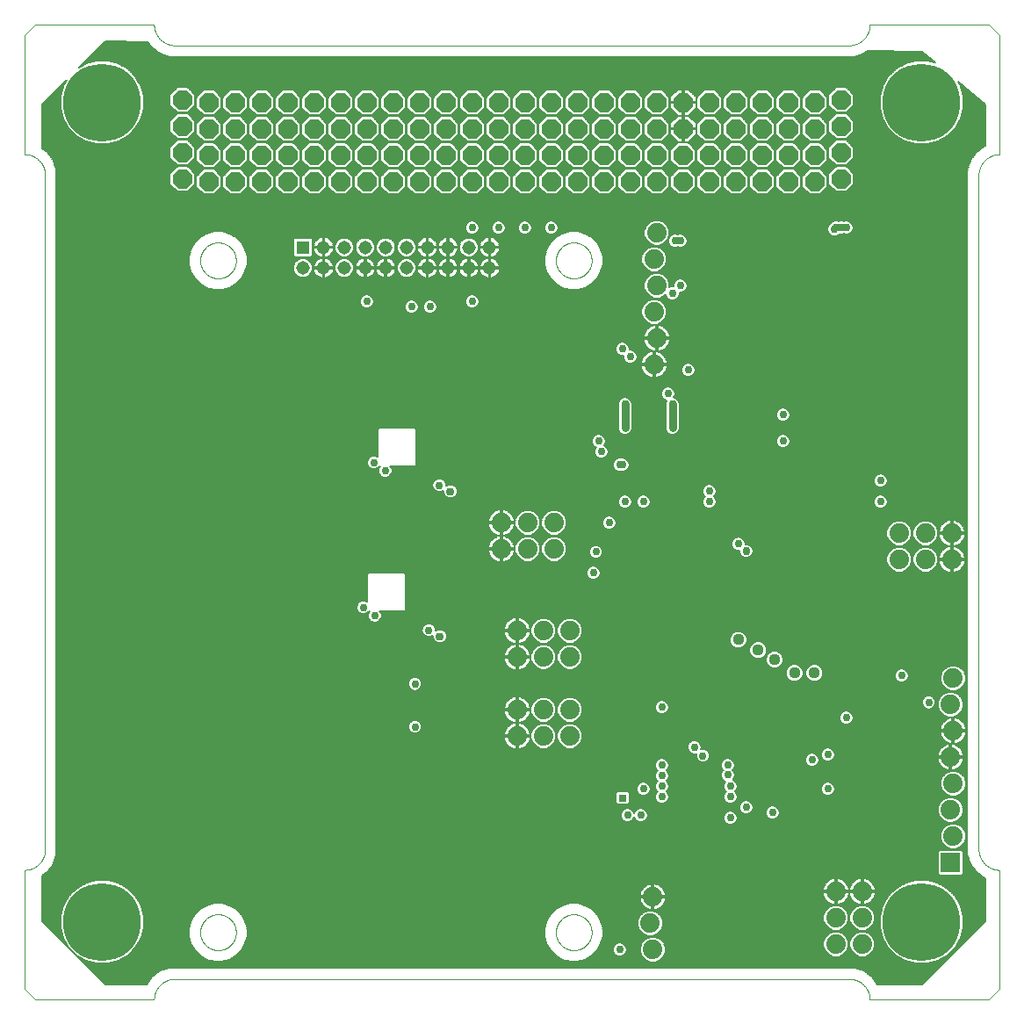
<source format=gbl>
G75*
%MOIN*%
%OFA0B0*%
%FSLAX25Y25*%
%IPPOS*%
%LPD*%
%AMOC8*
5,1,8,0,0,1.08239X$1,22.5*
%
%ADD10C,0.00000*%
%ADD11C,0.29528*%
%ADD12OC8,0.07400*%
%ADD13C,0.04400*%
%ADD14R,0.05150X0.05150*%
%ADD15C,0.05150*%
%ADD16R,0.07400X0.07400*%
%ADD17C,0.07400*%
%ADD18C,0.02978*%
%ADD19C,0.01000*%
%ADD20R,0.02978X0.02978*%
%ADD21OC8,0.03175*%
%ADD22R,0.03175X0.03175*%
%ADD23R,0.02781X0.02781*%
%ADD24C,0.02781*%
%ADD25C,0.00600*%
%ADD26C,0.02000*%
%ADD27C,0.03000*%
D10*
X0087864Y0091801D02*
X0091801Y0087864D01*
X0137077Y0087864D01*
X0137079Y0088054D01*
X0137086Y0088244D01*
X0137098Y0088434D01*
X0137114Y0088624D01*
X0137134Y0088813D01*
X0137160Y0089002D01*
X0137189Y0089190D01*
X0137224Y0089377D01*
X0137263Y0089563D01*
X0137306Y0089748D01*
X0137354Y0089933D01*
X0137406Y0090116D01*
X0137462Y0090297D01*
X0137523Y0090477D01*
X0137589Y0090656D01*
X0137658Y0090833D01*
X0137732Y0091009D01*
X0137810Y0091182D01*
X0137893Y0091354D01*
X0137979Y0091523D01*
X0138069Y0091691D01*
X0138164Y0091856D01*
X0138262Y0092019D01*
X0138365Y0092179D01*
X0138471Y0092337D01*
X0138581Y0092492D01*
X0138694Y0092645D01*
X0138812Y0092795D01*
X0138933Y0092941D01*
X0139057Y0093085D01*
X0139185Y0093226D01*
X0139316Y0093364D01*
X0139451Y0093499D01*
X0139589Y0093630D01*
X0139730Y0093758D01*
X0139874Y0093882D01*
X0140020Y0094003D01*
X0140170Y0094121D01*
X0140323Y0094234D01*
X0140478Y0094344D01*
X0140636Y0094450D01*
X0140796Y0094553D01*
X0140959Y0094651D01*
X0141124Y0094746D01*
X0141292Y0094836D01*
X0141461Y0094922D01*
X0141633Y0095005D01*
X0141806Y0095083D01*
X0141982Y0095157D01*
X0142159Y0095226D01*
X0142338Y0095292D01*
X0142518Y0095353D01*
X0142699Y0095409D01*
X0142882Y0095461D01*
X0143067Y0095509D01*
X0143252Y0095552D01*
X0143438Y0095591D01*
X0143625Y0095626D01*
X0143813Y0095655D01*
X0144002Y0095681D01*
X0144191Y0095701D01*
X0144381Y0095717D01*
X0144571Y0095729D01*
X0144761Y0095736D01*
X0144951Y0095738D01*
X0400856Y0095738D01*
X0401046Y0095736D01*
X0401236Y0095729D01*
X0401426Y0095717D01*
X0401616Y0095701D01*
X0401805Y0095681D01*
X0401994Y0095655D01*
X0402182Y0095626D01*
X0402369Y0095591D01*
X0402555Y0095552D01*
X0402740Y0095509D01*
X0402925Y0095461D01*
X0403108Y0095409D01*
X0403289Y0095353D01*
X0403469Y0095292D01*
X0403648Y0095226D01*
X0403825Y0095157D01*
X0404001Y0095083D01*
X0404174Y0095005D01*
X0404346Y0094922D01*
X0404515Y0094836D01*
X0404683Y0094746D01*
X0404848Y0094651D01*
X0405011Y0094553D01*
X0405171Y0094450D01*
X0405329Y0094344D01*
X0405484Y0094234D01*
X0405637Y0094121D01*
X0405787Y0094003D01*
X0405933Y0093882D01*
X0406077Y0093758D01*
X0406218Y0093630D01*
X0406356Y0093499D01*
X0406491Y0093364D01*
X0406622Y0093226D01*
X0406750Y0093085D01*
X0406874Y0092941D01*
X0406995Y0092795D01*
X0407113Y0092645D01*
X0407226Y0092492D01*
X0407336Y0092337D01*
X0407442Y0092179D01*
X0407545Y0092019D01*
X0407643Y0091856D01*
X0407738Y0091691D01*
X0407828Y0091523D01*
X0407914Y0091354D01*
X0407997Y0091182D01*
X0408075Y0091009D01*
X0408149Y0090833D01*
X0408218Y0090656D01*
X0408284Y0090477D01*
X0408345Y0090297D01*
X0408401Y0090116D01*
X0408453Y0089933D01*
X0408501Y0089748D01*
X0408544Y0089563D01*
X0408583Y0089377D01*
X0408618Y0089190D01*
X0408647Y0089002D01*
X0408673Y0088813D01*
X0408693Y0088624D01*
X0408709Y0088434D01*
X0408721Y0088244D01*
X0408728Y0088054D01*
X0408730Y0087864D01*
X0454006Y0087864D01*
X0457943Y0091801D01*
X0457943Y0137077D01*
X0457753Y0137079D01*
X0457563Y0137086D01*
X0457373Y0137098D01*
X0457183Y0137114D01*
X0456994Y0137134D01*
X0456805Y0137160D01*
X0456617Y0137189D01*
X0456430Y0137224D01*
X0456244Y0137263D01*
X0456059Y0137306D01*
X0455874Y0137354D01*
X0455691Y0137406D01*
X0455510Y0137462D01*
X0455330Y0137523D01*
X0455151Y0137589D01*
X0454974Y0137658D01*
X0454798Y0137732D01*
X0454625Y0137810D01*
X0454453Y0137893D01*
X0454284Y0137979D01*
X0454116Y0138069D01*
X0453951Y0138164D01*
X0453788Y0138262D01*
X0453628Y0138365D01*
X0453470Y0138471D01*
X0453315Y0138581D01*
X0453162Y0138694D01*
X0453012Y0138812D01*
X0452866Y0138933D01*
X0452722Y0139057D01*
X0452581Y0139185D01*
X0452443Y0139316D01*
X0452308Y0139451D01*
X0452177Y0139589D01*
X0452049Y0139730D01*
X0451925Y0139874D01*
X0451804Y0140020D01*
X0451686Y0140170D01*
X0451573Y0140323D01*
X0451463Y0140478D01*
X0451357Y0140636D01*
X0451254Y0140796D01*
X0451156Y0140959D01*
X0451061Y0141124D01*
X0450971Y0141292D01*
X0450885Y0141461D01*
X0450802Y0141633D01*
X0450724Y0141806D01*
X0450650Y0141982D01*
X0450581Y0142159D01*
X0450515Y0142338D01*
X0450454Y0142518D01*
X0450398Y0142699D01*
X0450346Y0142882D01*
X0450298Y0143067D01*
X0450255Y0143252D01*
X0450216Y0143438D01*
X0450181Y0143625D01*
X0450152Y0143813D01*
X0450126Y0144002D01*
X0450106Y0144191D01*
X0450090Y0144381D01*
X0450078Y0144571D01*
X0450071Y0144761D01*
X0450069Y0144951D01*
X0450069Y0400856D01*
X0450071Y0401046D01*
X0450078Y0401236D01*
X0450090Y0401426D01*
X0450106Y0401616D01*
X0450126Y0401805D01*
X0450152Y0401994D01*
X0450181Y0402182D01*
X0450216Y0402369D01*
X0450255Y0402555D01*
X0450298Y0402740D01*
X0450346Y0402925D01*
X0450398Y0403108D01*
X0450454Y0403289D01*
X0450515Y0403469D01*
X0450581Y0403648D01*
X0450650Y0403825D01*
X0450724Y0404001D01*
X0450802Y0404174D01*
X0450885Y0404346D01*
X0450971Y0404515D01*
X0451061Y0404683D01*
X0451156Y0404848D01*
X0451254Y0405011D01*
X0451357Y0405171D01*
X0451463Y0405329D01*
X0451573Y0405484D01*
X0451686Y0405637D01*
X0451804Y0405787D01*
X0451925Y0405933D01*
X0452049Y0406077D01*
X0452177Y0406218D01*
X0452308Y0406356D01*
X0452443Y0406491D01*
X0452581Y0406622D01*
X0452722Y0406750D01*
X0452866Y0406874D01*
X0453012Y0406995D01*
X0453162Y0407113D01*
X0453315Y0407226D01*
X0453470Y0407336D01*
X0453628Y0407442D01*
X0453788Y0407545D01*
X0453951Y0407643D01*
X0454116Y0407738D01*
X0454284Y0407828D01*
X0454453Y0407914D01*
X0454625Y0407997D01*
X0454798Y0408075D01*
X0454974Y0408149D01*
X0455151Y0408218D01*
X0455330Y0408284D01*
X0455510Y0408345D01*
X0455691Y0408401D01*
X0455874Y0408453D01*
X0456059Y0408501D01*
X0456244Y0408544D01*
X0456430Y0408583D01*
X0456617Y0408618D01*
X0456805Y0408647D01*
X0456994Y0408673D01*
X0457183Y0408693D01*
X0457373Y0408709D01*
X0457563Y0408721D01*
X0457753Y0408728D01*
X0457943Y0408730D01*
X0457943Y0454006D01*
X0454006Y0457943D01*
X0408730Y0457943D01*
X0408728Y0457753D01*
X0408721Y0457563D01*
X0408709Y0457373D01*
X0408693Y0457183D01*
X0408673Y0456994D01*
X0408647Y0456805D01*
X0408618Y0456617D01*
X0408583Y0456430D01*
X0408544Y0456244D01*
X0408501Y0456059D01*
X0408453Y0455874D01*
X0408401Y0455691D01*
X0408345Y0455510D01*
X0408284Y0455330D01*
X0408218Y0455151D01*
X0408149Y0454974D01*
X0408075Y0454798D01*
X0407997Y0454625D01*
X0407914Y0454453D01*
X0407828Y0454284D01*
X0407738Y0454116D01*
X0407643Y0453951D01*
X0407545Y0453788D01*
X0407442Y0453628D01*
X0407336Y0453470D01*
X0407226Y0453315D01*
X0407113Y0453162D01*
X0406995Y0453012D01*
X0406874Y0452866D01*
X0406750Y0452722D01*
X0406622Y0452581D01*
X0406491Y0452443D01*
X0406356Y0452308D01*
X0406218Y0452177D01*
X0406077Y0452049D01*
X0405933Y0451925D01*
X0405787Y0451804D01*
X0405637Y0451686D01*
X0405484Y0451573D01*
X0405329Y0451463D01*
X0405171Y0451357D01*
X0405011Y0451254D01*
X0404848Y0451156D01*
X0404683Y0451061D01*
X0404515Y0450971D01*
X0404346Y0450885D01*
X0404174Y0450802D01*
X0404001Y0450724D01*
X0403825Y0450650D01*
X0403648Y0450581D01*
X0403469Y0450515D01*
X0403289Y0450454D01*
X0403108Y0450398D01*
X0402925Y0450346D01*
X0402740Y0450298D01*
X0402555Y0450255D01*
X0402369Y0450216D01*
X0402182Y0450181D01*
X0401994Y0450152D01*
X0401805Y0450126D01*
X0401616Y0450106D01*
X0401426Y0450090D01*
X0401236Y0450078D01*
X0401046Y0450071D01*
X0400856Y0450069D01*
X0144951Y0450069D01*
X0144761Y0450071D01*
X0144571Y0450078D01*
X0144381Y0450090D01*
X0144191Y0450106D01*
X0144002Y0450126D01*
X0143813Y0450152D01*
X0143625Y0450181D01*
X0143438Y0450216D01*
X0143252Y0450255D01*
X0143067Y0450298D01*
X0142882Y0450346D01*
X0142699Y0450398D01*
X0142518Y0450454D01*
X0142338Y0450515D01*
X0142159Y0450581D01*
X0141982Y0450650D01*
X0141806Y0450724D01*
X0141633Y0450802D01*
X0141461Y0450885D01*
X0141292Y0450971D01*
X0141124Y0451061D01*
X0140959Y0451156D01*
X0140796Y0451254D01*
X0140636Y0451357D01*
X0140478Y0451463D01*
X0140323Y0451573D01*
X0140170Y0451686D01*
X0140020Y0451804D01*
X0139874Y0451925D01*
X0139730Y0452049D01*
X0139589Y0452177D01*
X0139451Y0452308D01*
X0139316Y0452443D01*
X0139185Y0452581D01*
X0139057Y0452722D01*
X0138933Y0452866D01*
X0138812Y0453012D01*
X0138694Y0453162D01*
X0138581Y0453315D01*
X0138471Y0453470D01*
X0138365Y0453628D01*
X0138262Y0453788D01*
X0138164Y0453951D01*
X0138069Y0454116D01*
X0137979Y0454284D01*
X0137893Y0454453D01*
X0137810Y0454625D01*
X0137732Y0454798D01*
X0137658Y0454974D01*
X0137589Y0455151D01*
X0137523Y0455330D01*
X0137462Y0455510D01*
X0137406Y0455691D01*
X0137354Y0455874D01*
X0137306Y0456059D01*
X0137263Y0456244D01*
X0137224Y0456430D01*
X0137189Y0456617D01*
X0137160Y0456805D01*
X0137134Y0456994D01*
X0137114Y0457183D01*
X0137098Y0457373D01*
X0137086Y0457563D01*
X0137079Y0457753D01*
X0137077Y0457943D01*
X0091801Y0457943D01*
X0087864Y0454006D01*
X0087864Y0408730D01*
X0088054Y0408728D01*
X0088244Y0408721D01*
X0088434Y0408709D01*
X0088624Y0408693D01*
X0088813Y0408673D01*
X0089002Y0408647D01*
X0089190Y0408618D01*
X0089377Y0408583D01*
X0089563Y0408544D01*
X0089748Y0408501D01*
X0089933Y0408453D01*
X0090116Y0408401D01*
X0090297Y0408345D01*
X0090477Y0408284D01*
X0090656Y0408218D01*
X0090833Y0408149D01*
X0091009Y0408075D01*
X0091182Y0407997D01*
X0091354Y0407914D01*
X0091523Y0407828D01*
X0091691Y0407738D01*
X0091856Y0407643D01*
X0092019Y0407545D01*
X0092179Y0407442D01*
X0092337Y0407336D01*
X0092492Y0407226D01*
X0092645Y0407113D01*
X0092795Y0406995D01*
X0092941Y0406874D01*
X0093085Y0406750D01*
X0093226Y0406622D01*
X0093364Y0406491D01*
X0093499Y0406356D01*
X0093630Y0406218D01*
X0093758Y0406077D01*
X0093882Y0405933D01*
X0094003Y0405787D01*
X0094121Y0405637D01*
X0094234Y0405484D01*
X0094344Y0405329D01*
X0094450Y0405171D01*
X0094553Y0405011D01*
X0094651Y0404848D01*
X0094746Y0404683D01*
X0094836Y0404515D01*
X0094922Y0404346D01*
X0095005Y0404174D01*
X0095083Y0404001D01*
X0095157Y0403825D01*
X0095226Y0403648D01*
X0095292Y0403469D01*
X0095353Y0403289D01*
X0095409Y0403108D01*
X0095461Y0402925D01*
X0095509Y0402740D01*
X0095552Y0402555D01*
X0095591Y0402369D01*
X0095626Y0402182D01*
X0095655Y0401994D01*
X0095681Y0401805D01*
X0095701Y0401616D01*
X0095717Y0401426D01*
X0095729Y0401236D01*
X0095736Y0401046D01*
X0095738Y0400856D01*
X0095738Y0144951D01*
X0095736Y0144761D01*
X0095729Y0144571D01*
X0095717Y0144381D01*
X0095701Y0144191D01*
X0095681Y0144002D01*
X0095655Y0143813D01*
X0095626Y0143625D01*
X0095591Y0143438D01*
X0095552Y0143252D01*
X0095509Y0143067D01*
X0095461Y0142882D01*
X0095409Y0142699D01*
X0095353Y0142518D01*
X0095292Y0142338D01*
X0095226Y0142159D01*
X0095157Y0141982D01*
X0095083Y0141806D01*
X0095005Y0141633D01*
X0094922Y0141461D01*
X0094836Y0141292D01*
X0094746Y0141124D01*
X0094651Y0140959D01*
X0094553Y0140796D01*
X0094450Y0140636D01*
X0094344Y0140478D01*
X0094234Y0140323D01*
X0094121Y0140170D01*
X0094003Y0140020D01*
X0093882Y0139874D01*
X0093758Y0139730D01*
X0093630Y0139589D01*
X0093499Y0139451D01*
X0093364Y0139316D01*
X0093226Y0139185D01*
X0093085Y0139057D01*
X0092941Y0138933D01*
X0092795Y0138812D01*
X0092645Y0138694D01*
X0092492Y0138581D01*
X0092337Y0138471D01*
X0092179Y0138365D01*
X0092019Y0138262D01*
X0091856Y0138164D01*
X0091691Y0138069D01*
X0091523Y0137979D01*
X0091354Y0137893D01*
X0091182Y0137810D01*
X0091009Y0137732D01*
X0090833Y0137658D01*
X0090656Y0137589D01*
X0090477Y0137523D01*
X0090297Y0137462D01*
X0090116Y0137406D01*
X0089933Y0137354D01*
X0089748Y0137306D01*
X0089563Y0137263D01*
X0089377Y0137224D01*
X0089190Y0137189D01*
X0089002Y0137160D01*
X0088813Y0137134D01*
X0088624Y0137114D01*
X0088434Y0137098D01*
X0088244Y0137086D01*
X0088054Y0137079D01*
X0087864Y0137077D01*
X0087864Y0091801D01*
X0154593Y0113423D02*
X0154595Y0113590D01*
X0154601Y0113756D01*
X0154611Y0113923D01*
X0154626Y0114089D01*
X0154644Y0114254D01*
X0154667Y0114419D01*
X0154693Y0114584D01*
X0154723Y0114748D01*
X0154758Y0114911D01*
X0154797Y0115073D01*
X0154839Y0115234D01*
X0154885Y0115394D01*
X0154936Y0115553D01*
X0154990Y0115711D01*
X0155048Y0115867D01*
X0155110Y0116022D01*
X0155176Y0116175D01*
X0155245Y0116327D01*
X0155318Y0116476D01*
X0155395Y0116624D01*
X0155475Y0116770D01*
X0155559Y0116914D01*
X0155647Y0117056D01*
X0155737Y0117196D01*
X0155832Y0117333D01*
X0155929Y0117468D01*
X0156030Y0117601D01*
X0156134Y0117731D01*
X0156242Y0117859D01*
X0156352Y0117984D01*
X0156466Y0118106D01*
X0156582Y0118225D01*
X0156701Y0118341D01*
X0156823Y0118455D01*
X0156948Y0118565D01*
X0157076Y0118673D01*
X0157206Y0118777D01*
X0157339Y0118878D01*
X0157474Y0118975D01*
X0157611Y0119070D01*
X0157751Y0119160D01*
X0157893Y0119248D01*
X0158037Y0119332D01*
X0158183Y0119412D01*
X0158331Y0119489D01*
X0158480Y0119562D01*
X0158632Y0119631D01*
X0158785Y0119697D01*
X0158940Y0119759D01*
X0159096Y0119817D01*
X0159254Y0119871D01*
X0159413Y0119922D01*
X0159573Y0119968D01*
X0159734Y0120010D01*
X0159896Y0120049D01*
X0160059Y0120084D01*
X0160223Y0120114D01*
X0160388Y0120140D01*
X0160553Y0120163D01*
X0160718Y0120181D01*
X0160884Y0120196D01*
X0161051Y0120206D01*
X0161217Y0120212D01*
X0161384Y0120214D01*
X0161551Y0120212D01*
X0161717Y0120206D01*
X0161884Y0120196D01*
X0162050Y0120181D01*
X0162215Y0120163D01*
X0162380Y0120140D01*
X0162545Y0120114D01*
X0162709Y0120084D01*
X0162872Y0120049D01*
X0163034Y0120010D01*
X0163195Y0119968D01*
X0163355Y0119922D01*
X0163514Y0119871D01*
X0163672Y0119817D01*
X0163828Y0119759D01*
X0163983Y0119697D01*
X0164136Y0119631D01*
X0164288Y0119562D01*
X0164437Y0119489D01*
X0164585Y0119412D01*
X0164731Y0119332D01*
X0164875Y0119248D01*
X0165017Y0119160D01*
X0165157Y0119070D01*
X0165294Y0118975D01*
X0165429Y0118878D01*
X0165562Y0118777D01*
X0165692Y0118673D01*
X0165820Y0118565D01*
X0165945Y0118455D01*
X0166067Y0118341D01*
X0166186Y0118225D01*
X0166302Y0118106D01*
X0166416Y0117984D01*
X0166526Y0117859D01*
X0166634Y0117731D01*
X0166738Y0117601D01*
X0166839Y0117468D01*
X0166936Y0117333D01*
X0167031Y0117196D01*
X0167121Y0117056D01*
X0167209Y0116914D01*
X0167293Y0116770D01*
X0167373Y0116624D01*
X0167450Y0116476D01*
X0167523Y0116327D01*
X0167592Y0116175D01*
X0167658Y0116022D01*
X0167720Y0115867D01*
X0167778Y0115711D01*
X0167832Y0115553D01*
X0167883Y0115394D01*
X0167929Y0115234D01*
X0167971Y0115073D01*
X0168010Y0114911D01*
X0168045Y0114748D01*
X0168075Y0114584D01*
X0168101Y0114419D01*
X0168124Y0114254D01*
X0168142Y0114089D01*
X0168157Y0113923D01*
X0168167Y0113756D01*
X0168173Y0113590D01*
X0168175Y0113423D01*
X0168173Y0113256D01*
X0168167Y0113090D01*
X0168157Y0112923D01*
X0168142Y0112757D01*
X0168124Y0112592D01*
X0168101Y0112427D01*
X0168075Y0112262D01*
X0168045Y0112098D01*
X0168010Y0111935D01*
X0167971Y0111773D01*
X0167929Y0111612D01*
X0167883Y0111452D01*
X0167832Y0111293D01*
X0167778Y0111135D01*
X0167720Y0110979D01*
X0167658Y0110824D01*
X0167592Y0110671D01*
X0167523Y0110519D01*
X0167450Y0110370D01*
X0167373Y0110222D01*
X0167293Y0110076D01*
X0167209Y0109932D01*
X0167121Y0109790D01*
X0167031Y0109650D01*
X0166936Y0109513D01*
X0166839Y0109378D01*
X0166738Y0109245D01*
X0166634Y0109115D01*
X0166526Y0108987D01*
X0166416Y0108862D01*
X0166302Y0108740D01*
X0166186Y0108621D01*
X0166067Y0108505D01*
X0165945Y0108391D01*
X0165820Y0108281D01*
X0165692Y0108173D01*
X0165562Y0108069D01*
X0165429Y0107968D01*
X0165294Y0107871D01*
X0165157Y0107776D01*
X0165017Y0107686D01*
X0164875Y0107598D01*
X0164731Y0107514D01*
X0164585Y0107434D01*
X0164437Y0107357D01*
X0164288Y0107284D01*
X0164136Y0107215D01*
X0163983Y0107149D01*
X0163828Y0107087D01*
X0163672Y0107029D01*
X0163514Y0106975D01*
X0163355Y0106924D01*
X0163195Y0106878D01*
X0163034Y0106836D01*
X0162872Y0106797D01*
X0162709Y0106762D01*
X0162545Y0106732D01*
X0162380Y0106706D01*
X0162215Y0106683D01*
X0162050Y0106665D01*
X0161884Y0106650D01*
X0161717Y0106640D01*
X0161551Y0106634D01*
X0161384Y0106632D01*
X0161217Y0106634D01*
X0161051Y0106640D01*
X0160884Y0106650D01*
X0160718Y0106665D01*
X0160553Y0106683D01*
X0160388Y0106706D01*
X0160223Y0106732D01*
X0160059Y0106762D01*
X0159896Y0106797D01*
X0159734Y0106836D01*
X0159573Y0106878D01*
X0159413Y0106924D01*
X0159254Y0106975D01*
X0159096Y0107029D01*
X0158940Y0107087D01*
X0158785Y0107149D01*
X0158632Y0107215D01*
X0158480Y0107284D01*
X0158331Y0107357D01*
X0158183Y0107434D01*
X0158037Y0107514D01*
X0157893Y0107598D01*
X0157751Y0107686D01*
X0157611Y0107776D01*
X0157474Y0107871D01*
X0157339Y0107968D01*
X0157206Y0108069D01*
X0157076Y0108173D01*
X0156948Y0108281D01*
X0156823Y0108391D01*
X0156701Y0108505D01*
X0156582Y0108621D01*
X0156466Y0108740D01*
X0156352Y0108862D01*
X0156242Y0108987D01*
X0156134Y0109115D01*
X0156030Y0109245D01*
X0155929Y0109378D01*
X0155832Y0109513D01*
X0155737Y0109650D01*
X0155647Y0109790D01*
X0155559Y0109932D01*
X0155475Y0110076D01*
X0155395Y0110222D01*
X0155318Y0110370D01*
X0155245Y0110519D01*
X0155176Y0110671D01*
X0155110Y0110824D01*
X0155048Y0110979D01*
X0154990Y0111135D01*
X0154936Y0111293D01*
X0154885Y0111452D01*
X0154839Y0111612D01*
X0154797Y0111773D01*
X0154758Y0111935D01*
X0154723Y0112098D01*
X0154693Y0112262D01*
X0154667Y0112427D01*
X0154644Y0112592D01*
X0154626Y0112757D01*
X0154611Y0112923D01*
X0154601Y0113090D01*
X0154595Y0113256D01*
X0154593Y0113423D01*
X0289593Y0113423D02*
X0289595Y0113590D01*
X0289601Y0113756D01*
X0289611Y0113923D01*
X0289626Y0114089D01*
X0289644Y0114254D01*
X0289667Y0114419D01*
X0289693Y0114584D01*
X0289723Y0114748D01*
X0289758Y0114911D01*
X0289797Y0115073D01*
X0289839Y0115234D01*
X0289885Y0115394D01*
X0289936Y0115553D01*
X0289990Y0115711D01*
X0290048Y0115867D01*
X0290110Y0116022D01*
X0290176Y0116175D01*
X0290245Y0116327D01*
X0290318Y0116476D01*
X0290395Y0116624D01*
X0290475Y0116770D01*
X0290559Y0116914D01*
X0290647Y0117056D01*
X0290737Y0117196D01*
X0290832Y0117333D01*
X0290929Y0117468D01*
X0291030Y0117601D01*
X0291134Y0117731D01*
X0291242Y0117859D01*
X0291352Y0117984D01*
X0291466Y0118106D01*
X0291582Y0118225D01*
X0291701Y0118341D01*
X0291823Y0118455D01*
X0291948Y0118565D01*
X0292076Y0118673D01*
X0292206Y0118777D01*
X0292339Y0118878D01*
X0292474Y0118975D01*
X0292611Y0119070D01*
X0292751Y0119160D01*
X0292893Y0119248D01*
X0293037Y0119332D01*
X0293183Y0119412D01*
X0293331Y0119489D01*
X0293480Y0119562D01*
X0293632Y0119631D01*
X0293785Y0119697D01*
X0293940Y0119759D01*
X0294096Y0119817D01*
X0294254Y0119871D01*
X0294413Y0119922D01*
X0294573Y0119968D01*
X0294734Y0120010D01*
X0294896Y0120049D01*
X0295059Y0120084D01*
X0295223Y0120114D01*
X0295388Y0120140D01*
X0295553Y0120163D01*
X0295718Y0120181D01*
X0295884Y0120196D01*
X0296051Y0120206D01*
X0296217Y0120212D01*
X0296384Y0120214D01*
X0296551Y0120212D01*
X0296717Y0120206D01*
X0296884Y0120196D01*
X0297050Y0120181D01*
X0297215Y0120163D01*
X0297380Y0120140D01*
X0297545Y0120114D01*
X0297709Y0120084D01*
X0297872Y0120049D01*
X0298034Y0120010D01*
X0298195Y0119968D01*
X0298355Y0119922D01*
X0298514Y0119871D01*
X0298672Y0119817D01*
X0298828Y0119759D01*
X0298983Y0119697D01*
X0299136Y0119631D01*
X0299288Y0119562D01*
X0299437Y0119489D01*
X0299585Y0119412D01*
X0299731Y0119332D01*
X0299875Y0119248D01*
X0300017Y0119160D01*
X0300157Y0119070D01*
X0300294Y0118975D01*
X0300429Y0118878D01*
X0300562Y0118777D01*
X0300692Y0118673D01*
X0300820Y0118565D01*
X0300945Y0118455D01*
X0301067Y0118341D01*
X0301186Y0118225D01*
X0301302Y0118106D01*
X0301416Y0117984D01*
X0301526Y0117859D01*
X0301634Y0117731D01*
X0301738Y0117601D01*
X0301839Y0117468D01*
X0301936Y0117333D01*
X0302031Y0117196D01*
X0302121Y0117056D01*
X0302209Y0116914D01*
X0302293Y0116770D01*
X0302373Y0116624D01*
X0302450Y0116476D01*
X0302523Y0116327D01*
X0302592Y0116175D01*
X0302658Y0116022D01*
X0302720Y0115867D01*
X0302778Y0115711D01*
X0302832Y0115553D01*
X0302883Y0115394D01*
X0302929Y0115234D01*
X0302971Y0115073D01*
X0303010Y0114911D01*
X0303045Y0114748D01*
X0303075Y0114584D01*
X0303101Y0114419D01*
X0303124Y0114254D01*
X0303142Y0114089D01*
X0303157Y0113923D01*
X0303167Y0113756D01*
X0303173Y0113590D01*
X0303175Y0113423D01*
X0303173Y0113256D01*
X0303167Y0113090D01*
X0303157Y0112923D01*
X0303142Y0112757D01*
X0303124Y0112592D01*
X0303101Y0112427D01*
X0303075Y0112262D01*
X0303045Y0112098D01*
X0303010Y0111935D01*
X0302971Y0111773D01*
X0302929Y0111612D01*
X0302883Y0111452D01*
X0302832Y0111293D01*
X0302778Y0111135D01*
X0302720Y0110979D01*
X0302658Y0110824D01*
X0302592Y0110671D01*
X0302523Y0110519D01*
X0302450Y0110370D01*
X0302373Y0110222D01*
X0302293Y0110076D01*
X0302209Y0109932D01*
X0302121Y0109790D01*
X0302031Y0109650D01*
X0301936Y0109513D01*
X0301839Y0109378D01*
X0301738Y0109245D01*
X0301634Y0109115D01*
X0301526Y0108987D01*
X0301416Y0108862D01*
X0301302Y0108740D01*
X0301186Y0108621D01*
X0301067Y0108505D01*
X0300945Y0108391D01*
X0300820Y0108281D01*
X0300692Y0108173D01*
X0300562Y0108069D01*
X0300429Y0107968D01*
X0300294Y0107871D01*
X0300157Y0107776D01*
X0300017Y0107686D01*
X0299875Y0107598D01*
X0299731Y0107514D01*
X0299585Y0107434D01*
X0299437Y0107357D01*
X0299288Y0107284D01*
X0299136Y0107215D01*
X0298983Y0107149D01*
X0298828Y0107087D01*
X0298672Y0107029D01*
X0298514Y0106975D01*
X0298355Y0106924D01*
X0298195Y0106878D01*
X0298034Y0106836D01*
X0297872Y0106797D01*
X0297709Y0106762D01*
X0297545Y0106732D01*
X0297380Y0106706D01*
X0297215Y0106683D01*
X0297050Y0106665D01*
X0296884Y0106650D01*
X0296717Y0106640D01*
X0296551Y0106634D01*
X0296384Y0106632D01*
X0296217Y0106634D01*
X0296051Y0106640D01*
X0295884Y0106650D01*
X0295718Y0106665D01*
X0295553Y0106683D01*
X0295388Y0106706D01*
X0295223Y0106732D01*
X0295059Y0106762D01*
X0294896Y0106797D01*
X0294734Y0106836D01*
X0294573Y0106878D01*
X0294413Y0106924D01*
X0294254Y0106975D01*
X0294096Y0107029D01*
X0293940Y0107087D01*
X0293785Y0107149D01*
X0293632Y0107215D01*
X0293480Y0107284D01*
X0293331Y0107357D01*
X0293183Y0107434D01*
X0293037Y0107514D01*
X0292893Y0107598D01*
X0292751Y0107686D01*
X0292611Y0107776D01*
X0292474Y0107871D01*
X0292339Y0107968D01*
X0292206Y0108069D01*
X0292076Y0108173D01*
X0291948Y0108281D01*
X0291823Y0108391D01*
X0291701Y0108505D01*
X0291582Y0108621D01*
X0291466Y0108740D01*
X0291352Y0108862D01*
X0291242Y0108987D01*
X0291134Y0109115D01*
X0291030Y0109245D01*
X0290929Y0109378D01*
X0290832Y0109513D01*
X0290737Y0109650D01*
X0290647Y0109790D01*
X0290559Y0109932D01*
X0290475Y0110076D01*
X0290395Y0110222D01*
X0290318Y0110370D01*
X0290245Y0110519D01*
X0290176Y0110671D01*
X0290110Y0110824D01*
X0290048Y0110979D01*
X0289990Y0111135D01*
X0289936Y0111293D01*
X0289885Y0111452D01*
X0289839Y0111612D01*
X0289797Y0111773D01*
X0289758Y0111935D01*
X0289723Y0112098D01*
X0289693Y0112262D01*
X0289667Y0112427D01*
X0289644Y0112592D01*
X0289626Y0112757D01*
X0289611Y0112923D01*
X0289601Y0113090D01*
X0289595Y0113256D01*
X0289593Y0113423D01*
X0289593Y0368423D02*
X0289595Y0368590D01*
X0289601Y0368756D01*
X0289611Y0368923D01*
X0289626Y0369089D01*
X0289644Y0369254D01*
X0289667Y0369419D01*
X0289693Y0369584D01*
X0289723Y0369748D01*
X0289758Y0369911D01*
X0289797Y0370073D01*
X0289839Y0370234D01*
X0289885Y0370394D01*
X0289936Y0370553D01*
X0289990Y0370711D01*
X0290048Y0370867D01*
X0290110Y0371022D01*
X0290176Y0371175D01*
X0290245Y0371327D01*
X0290318Y0371476D01*
X0290395Y0371624D01*
X0290475Y0371770D01*
X0290559Y0371914D01*
X0290647Y0372056D01*
X0290737Y0372196D01*
X0290832Y0372333D01*
X0290929Y0372468D01*
X0291030Y0372601D01*
X0291134Y0372731D01*
X0291242Y0372859D01*
X0291352Y0372984D01*
X0291466Y0373106D01*
X0291582Y0373225D01*
X0291701Y0373341D01*
X0291823Y0373455D01*
X0291948Y0373565D01*
X0292076Y0373673D01*
X0292206Y0373777D01*
X0292339Y0373878D01*
X0292474Y0373975D01*
X0292611Y0374070D01*
X0292751Y0374160D01*
X0292893Y0374248D01*
X0293037Y0374332D01*
X0293183Y0374412D01*
X0293331Y0374489D01*
X0293480Y0374562D01*
X0293632Y0374631D01*
X0293785Y0374697D01*
X0293940Y0374759D01*
X0294096Y0374817D01*
X0294254Y0374871D01*
X0294413Y0374922D01*
X0294573Y0374968D01*
X0294734Y0375010D01*
X0294896Y0375049D01*
X0295059Y0375084D01*
X0295223Y0375114D01*
X0295388Y0375140D01*
X0295553Y0375163D01*
X0295718Y0375181D01*
X0295884Y0375196D01*
X0296051Y0375206D01*
X0296217Y0375212D01*
X0296384Y0375214D01*
X0296551Y0375212D01*
X0296717Y0375206D01*
X0296884Y0375196D01*
X0297050Y0375181D01*
X0297215Y0375163D01*
X0297380Y0375140D01*
X0297545Y0375114D01*
X0297709Y0375084D01*
X0297872Y0375049D01*
X0298034Y0375010D01*
X0298195Y0374968D01*
X0298355Y0374922D01*
X0298514Y0374871D01*
X0298672Y0374817D01*
X0298828Y0374759D01*
X0298983Y0374697D01*
X0299136Y0374631D01*
X0299288Y0374562D01*
X0299437Y0374489D01*
X0299585Y0374412D01*
X0299731Y0374332D01*
X0299875Y0374248D01*
X0300017Y0374160D01*
X0300157Y0374070D01*
X0300294Y0373975D01*
X0300429Y0373878D01*
X0300562Y0373777D01*
X0300692Y0373673D01*
X0300820Y0373565D01*
X0300945Y0373455D01*
X0301067Y0373341D01*
X0301186Y0373225D01*
X0301302Y0373106D01*
X0301416Y0372984D01*
X0301526Y0372859D01*
X0301634Y0372731D01*
X0301738Y0372601D01*
X0301839Y0372468D01*
X0301936Y0372333D01*
X0302031Y0372196D01*
X0302121Y0372056D01*
X0302209Y0371914D01*
X0302293Y0371770D01*
X0302373Y0371624D01*
X0302450Y0371476D01*
X0302523Y0371327D01*
X0302592Y0371175D01*
X0302658Y0371022D01*
X0302720Y0370867D01*
X0302778Y0370711D01*
X0302832Y0370553D01*
X0302883Y0370394D01*
X0302929Y0370234D01*
X0302971Y0370073D01*
X0303010Y0369911D01*
X0303045Y0369748D01*
X0303075Y0369584D01*
X0303101Y0369419D01*
X0303124Y0369254D01*
X0303142Y0369089D01*
X0303157Y0368923D01*
X0303167Y0368756D01*
X0303173Y0368590D01*
X0303175Y0368423D01*
X0303173Y0368256D01*
X0303167Y0368090D01*
X0303157Y0367923D01*
X0303142Y0367757D01*
X0303124Y0367592D01*
X0303101Y0367427D01*
X0303075Y0367262D01*
X0303045Y0367098D01*
X0303010Y0366935D01*
X0302971Y0366773D01*
X0302929Y0366612D01*
X0302883Y0366452D01*
X0302832Y0366293D01*
X0302778Y0366135D01*
X0302720Y0365979D01*
X0302658Y0365824D01*
X0302592Y0365671D01*
X0302523Y0365519D01*
X0302450Y0365370D01*
X0302373Y0365222D01*
X0302293Y0365076D01*
X0302209Y0364932D01*
X0302121Y0364790D01*
X0302031Y0364650D01*
X0301936Y0364513D01*
X0301839Y0364378D01*
X0301738Y0364245D01*
X0301634Y0364115D01*
X0301526Y0363987D01*
X0301416Y0363862D01*
X0301302Y0363740D01*
X0301186Y0363621D01*
X0301067Y0363505D01*
X0300945Y0363391D01*
X0300820Y0363281D01*
X0300692Y0363173D01*
X0300562Y0363069D01*
X0300429Y0362968D01*
X0300294Y0362871D01*
X0300157Y0362776D01*
X0300017Y0362686D01*
X0299875Y0362598D01*
X0299731Y0362514D01*
X0299585Y0362434D01*
X0299437Y0362357D01*
X0299288Y0362284D01*
X0299136Y0362215D01*
X0298983Y0362149D01*
X0298828Y0362087D01*
X0298672Y0362029D01*
X0298514Y0361975D01*
X0298355Y0361924D01*
X0298195Y0361878D01*
X0298034Y0361836D01*
X0297872Y0361797D01*
X0297709Y0361762D01*
X0297545Y0361732D01*
X0297380Y0361706D01*
X0297215Y0361683D01*
X0297050Y0361665D01*
X0296884Y0361650D01*
X0296717Y0361640D01*
X0296551Y0361634D01*
X0296384Y0361632D01*
X0296217Y0361634D01*
X0296051Y0361640D01*
X0295884Y0361650D01*
X0295718Y0361665D01*
X0295553Y0361683D01*
X0295388Y0361706D01*
X0295223Y0361732D01*
X0295059Y0361762D01*
X0294896Y0361797D01*
X0294734Y0361836D01*
X0294573Y0361878D01*
X0294413Y0361924D01*
X0294254Y0361975D01*
X0294096Y0362029D01*
X0293940Y0362087D01*
X0293785Y0362149D01*
X0293632Y0362215D01*
X0293480Y0362284D01*
X0293331Y0362357D01*
X0293183Y0362434D01*
X0293037Y0362514D01*
X0292893Y0362598D01*
X0292751Y0362686D01*
X0292611Y0362776D01*
X0292474Y0362871D01*
X0292339Y0362968D01*
X0292206Y0363069D01*
X0292076Y0363173D01*
X0291948Y0363281D01*
X0291823Y0363391D01*
X0291701Y0363505D01*
X0291582Y0363621D01*
X0291466Y0363740D01*
X0291352Y0363862D01*
X0291242Y0363987D01*
X0291134Y0364115D01*
X0291030Y0364245D01*
X0290929Y0364378D01*
X0290832Y0364513D01*
X0290737Y0364650D01*
X0290647Y0364790D01*
X0290559Y0364932D01*
X0290475Y0365076D01*
X0290395Y0365222D01*
X0290318Y0365370D01*
X0290245Y0365519D01*
X0290176Y0365671D01*
X0290110Y0365824D01*
X0290048Y0365979D01*
X0289990Y0366135D01*
X0289936Y0366293D01*
X0289885Y0366452D01*
X0289839Y0366612D01*
X0289797Y0366773D01*
X0289758Y0366935D01*
X0289723Y0367098D01*
X0289693Y0367262D01*
X0289667Y0367427D01*
X0289644Y0367592D01*
X0289626Y0367757D01*
X0289611Y0367923D01*
X0289601Y0368090D01*
X0289595Y0368256D01*
X0289593Y0368423D01*
X0154593Y0368423D02*
X0154595Y0368590D01*
X0154601Y0368756D01*
X0154611Y0368923D01*
X0154626Y0369089D01*
X0154644Y0369254D01*
X0154667Y0369419D01*
X0154693Y0369584D01*
X0154723Y0369748D01*
X0154758Y0369911D01*
X0154797Y0370073D01*
X0154839Y0370234D01*
X0154885Y0370394D01*
X0154936Y0370553D01*
X0154990Y0370711D01*
X0155048Y0370867D01*
X0155110Y0371022D01*
X0155176Y0371175D01*
X0155245Y0371327D01*
X0155318Y0371476D01*
X0155395Y0371624D01*
X0155475Y0371770D01*
X0155559Y0371914D01*
X0155647Y0372056D01*
X0155737Y0372196D01*
X0155832Y0372333D01*
X0155929Y0372468D01*
X0156030Y0372601D01*
X0156134Y0372731D01*
X0156242Y0372859D01*
X0156352Y0372984D01*
X0156466Y0373106D01*
X0156582Y0373225D01*
X0156701Y0373341D01*
X0156823Y0373455D01*
X0156948Y0373565D01*
X0157076Y0373673D01*
X0157206Y0373777D01*
X0157339Y0373878D01*
X0157474Y0373975D01*
X0157611Y0374070D01*
X0157751Y0374160D01*
X0157893Y0374248D01*
X0158037Y0374332D01*
X0158183Y0374412D01*
X0158331Y0374489D01*
X0158480Y0374562D01*
X0158632Y0374631D01*
X0158785Y0374697D01*
X0158940Y0374759D01*
X0159096Y0374817D01*
X0159254Y0374871D01*
X0159413Y0374922D01*
X0159573Y0374968D01*
X0159734Y0375010D01*
X0159896Y0375049D01*
X0160059Y0375084D01*
X0160223Y0375114D01*
X0160388Y0375140D01*
X0160553Y0375163D01*
X0160718Y0375181D01*
X0160884Y0375196D01*
X0161051Y0375206D01*
X0161217Y0375212D01*
X0161384Y0375214D01*
X0161551Y0375212D01*
X0161717Y0375206D01*
X0161884Y0375196D01*
X0162050Y0375181D01*
X0162215Y0375163D01*
X0162380Y0375140D01*
X0162545Y0375114D01*
X0162709Y0375084D01*
X0162872Y0375049D01*
X0163034Y0375010D01*
X0163195Y0374968D01*
X0163355Y0374922D01*
X0163514Y0374871D01*
X0163672Y0374817D01*
X0163828Y0374759D01*
X0163983Y0374697D01*
X0164136Y0374631D01*
X0164288Y0374562D01*
X0164437Y0374489D01*
X0164585Y0374412D01*
X0164731Y0374332D01*
X0164875Y0374248D01*
X0165017Y0374160D01*
X0165157Y0374070D01*
X0165294Y0373975D01*
X0165429Y0373878D01*
X0165562Y0373777D01*
X0165692Y0373673D01*
X0165820Y0373565D01*
X0165945Y0373455D01*
X0166067Y0373341D01*
X0166186Y0373225D01*
X0166302Y0373106D01*
X0166416Y0372984D01*
X0166526Y0372859D01*
X0166634Y0372731D01*
X0166738Y0372601D01*
X0166839Y0372468D01*
X0166936Y0372333D01*
X0167031Y0372196D01*
X0167121Y0372056D01*
X0167209Y0371914D01*
X0167293Y0371770D01*
X0167373Y0371624D01*
X0167450Y0371476D01*
X0167523Y0371327D01*
X0167592Y0371175D01*
X0167658Y0371022D01*
X0167720Y0370867D01*
X0167778Y0370711D01*
X0167832Y0370553D01*
X0167883Y0370394D01*
X0167929Y0370234D01*
X0167971Y0370073D01*
X0168010Y0369911D01*
X0168045Y0369748D01*
X0168075Y0369584D01*
X0168101Y0369419D01*
X0168124Y0369254D01*
X0168142Y0369089D01*
X0168157Y0368923D01*
X0168167Y0368756D01*
X0168173Y0368590D01*
X0168175Y0368423D01*
X0168173Y0368256D01*
X0168167Y0368090D01*
X0168157Y0367923D01*
X0168142Y0367757D01*
X0168124Y0367592D01*
X0168101Y0367427D01*
X0168075Y0367262D01*
X0168045Y0367098D01*
X0168010Y0366935D01*
X0167971Y0366773D01*
X0167929Y0366612D01*
X0167883Y0366452D01*
X0167832Y0366293D01*
X0167778Y0366135D01*
X0167720Y0365979D01*
X0167658Y0365824D01*
X0167592Y0365671D01*
X0167523Y0365519D01*
X0167450Y0365370D01*
X0167373Y0365222D01*
X0167293Y0365076D01*
X0167209Y0364932D01*
X0167121Y0364790D01*
X0167031Y0364650D01*
X0166936Y0364513D01*
X0166839Y0364378D01*
X0166738Y0364245D01*
X0166634Y0364115D01*
X0166526Y0363987D01*
X0166416Y0363862D01*
X0166302Y0363740D01*
X0166186Y0363621D01*
X0166067Y0363505D01*
X0165945Y0363391D01*
X0165820Y0363281D01*
X0165692Y0363173D01*
X0165562Y0363069D01*
X0165429Y0362968D01*
X0165294Y0362871D01*
X0165157Y0362776D01*
X0165017Y0362686D01*
X0164875Y0362598D01*
X0164731Y0362514D01*
X0164585Y0362434D01*
X0164437Y0362357D01*
X0164288Y0362284D01*
X0164136Y0362215D01*
X0163983Y0362149D01*
X0163828Y0362087D01*
X0163672Y0362029D01*
X0163514Y0361975D01*
X0163355Y0361924D01*
X0163195Y0361878D01*
X0163034Y0361836D01*
X0162872Y0361797D01*
X0162709Y0361762D01*
X0162545Y0361732D01*
X0162380Y0361706D01*
X0162215Y0361683D01*
X0162050Y0361665D01*
X0161884Y0361650D01*
X0161717Y0361640D01*
X0161551Y0361634D01*
X0161384Y0361632D01*
X0161217Y0361634D01*
X0161051Y0361640D01*
X0160884Y0361650D01*
X0160718Y0361665D01*
X0160553Y0361683D01*
X0160388Y0361706D01*
X0160223Y0361732D01*
X0160059Y0361762D01*
X0159896Y0361797D01*
X0159734Y0361836D01*
X0159573Y0361878D01*
X0159413Y0361924D01*
X0159254Y0361975D01*
X0159096Y0362029D01*
X0158940Y0362087D01*
X0158785Y0362149D01*
X0158632Y0362215D01*
X0158480Y0362284D01*
X0158331Y0362357D01*
X0158183Y0362434D01*
X0158037Y0362514D01*
X0157893Y0362598D01*
X0157751Y0362686D01*
X0157611Y0362776D01*
X0157474Y0362871D01*
X0157339Y0362968D01*
X0157206Y0363069D01*
X0157076Y0363173D01*
X0156948Y0363281D01*
X0156823Y0363391D01*
X0156701Y0363505D01*
X0156582Y0363621D01*
X0156466Y0363740D01*
X0156352Y0363862D01*
X0156242Y0363987D01*
X0156134Y0364115D01*
X0156030Y0364245D01*
X0155929Y0364378D01*
X0155832Y0364513D01*
X0155737Y0364650D01*
X0155647Y0364790D01*
X0155559Y0364932D01*
X0155475Y0365076D01*
X0155395Y0365222D01*
X0155318Y0365370D01*
X0155245Y0365519D01*
X0155176Y0365671D01*
X0155110Y0365824D01*
X0155048Y0365979D01*
X0154990Y0366135D01*
X0154936Y0366293D01*
X0154885Y0366452D01*
X0154839Y0366612D01*
X0154797Y0366773D01*
X0154758Y0366935D01*
X0154723Y0367098D01*
X0154693Y0367262D01*
X0154667Y0367427D01*
X0154644Y0367592D01*
X0154626Y0367757D01*
X0154611Y0367923D01*
X0154601Y0368090D01*
X0154595Y0368256D01*
X0154593Y0368423D01*
D11*
X0117392Y0428415D03*
X0117392Y0117392D03*
X0428415Y0117392D03*
X0428415Y0428415D03*
D12*
X0397904Y0429415D03*
X0387904Y0428415D03*
X0387904Y0418415D03*
X0397904Y0419415D03*
X0397904Y0409415D03*
X0387904Y0408415D03*
X0397904Y0399415D03*
X0387904Y0398415D03*
X0377904Y0398415D03*
X0377904Y0408415D03*
X0377904Y0418415D03*
X0377904Y0428415D03*
X0367904Y0428415D03*
X0367904Y0418415D03*
X0367904Y0408415D03*
X0367904Y0398415D03*
X0357904Y0398415D03*
X0357904Y0408415D03*
X0357904Y0418415D03*
X0357904Y0428415D03*
X0347904Y0428415D03*
X0347904Y0418415D03*
X0347904Y0408415D03*
X0347904Y0398415D03*
X0337904Y0398415D03*
X0327904Y0398415D03*
X0327904Y0408415D03*
X0337904Y0408415D03*
X0337904Y0418415D03*
X0327904Y0418415D03*
X0327904Y0428415D03*
X0337904Y0428415D03*
X0317904Y0428415D03*
X0317904Y0418415D03*
X0317904Y0408415D03*
X0317904Y0398415D03*
X0307904Y0398415D03*
X0307904Y0408415D03*
X0307904Y0418415D03*
X0307904Y0428415D03*
X0297904Y0428415D03*
X0297904Y0418415D03*
X0297904Y0408415D03*
X0297904Y0398415D03*
X0287904Y0398415D03*
X0287904Y0408415D03*
X0287904Y0418415D03*
X0287904Y0428415D03*
X0277904Y0428415D03*
X0267904Y0428415D03*
X0267904Y0418415D03*
X0277904Y0418415D03*
X0277904Y0408415D03*
X0267904Y0408415D03*
X0267904Y0398415D03*
X0277904Y0398415D03*
X0257904Y0398415D03*
X0257904Y0408415D03*
X0257904Y0418415D03*
X0257904Y0428415D03*
X0247904Y0428415D03*
X0247904Y0418415D03*
X0247904Y0408415D03*
X0247904Y0398415D03*
X0237904Y0398415D03*
X0237904Y0408415D03*
X0237904Y0418415D03*
X0237904Y0428415D03*
X0227904Y0428415D03*
X0227904Y0418415D03*
X0227904Y0408415D03*
X0227904Y0398415D03*
X0217904Y0398415D03*
X0207904Y0398415D03*
X0207904Y0408415D03*
X0217904Y0408415D03*
X0217904Y0418415D03*
X0207904Y0418415D03*
X0207904Y0428415D03*
X0217904Y0428415D03*
X0197904Y0428415D03*
X0197904Y0418415D03*
X0197904Y0408415D03*
X0197904Y0398415D03*
X0187904Y0398415D03*
X0187904Y0408415D03*
X0187904Y0418415D03*
X0187904Y0428415D03*
X0177904Y0428415D03*
X0177904Y0418415D03*
X0177904Y0408415D03*
X0177904Y0398415D03*
X0167904Y0398415D03*
X0167904Y0408415D03*
X0167904Y0418415D03*
X0167904Y0428415D03*
X0157904Y0428415D03*
X0147904Y0429415D03*
X0147904Y0419415D03*
X0147904Y0409415D03*
X0157904Y0408415D03*
X0147904Y0399415D03*
X0157904Y0398415D03*
X0157904Y0418415D03*
D13*
X0335774Y0269344D03*
X0343254Y0269443D03*
X0360872Y0253596D03*
X0344140Y0240801D03*
X0358904Y0224453D03*
X0366385Y0220540D03*
X0372633Y0216919D03*
X0380154Y0211904D03*
X0387447Y0203400D03*
X0387654Y0211904D03*
X0388431Y0188636D03*
X0354967Y0201431D03*
X0343156Y0201431D03*
X0330360Y0203400D03*
X0325439Y0213242D03*
X0334297Y0223085D03*
X0325439Y0233911D03*
X0389415Y0259502D03*
X0393844Y0257041D03*
X0400242Y0268360D03*
X0329376Y0156156D03*
X0330360Y0140407D03*
D14*
X0193549Y0373423D03*
D15*
X0201423Y0373423D03*
X0201423Y0365549D03*
X0193549Y0365549D03*
X0209297Y0365549D03*
X0217171Y0365549D03*
X0217171Y0373423D03*
X0209297Y0373423D03*
X0225045Y0373423D03*
X0232919Y0373423D03*
X0232919Y0365549D03*
X0225045Y0365549D03*
X0240793Y0365549D03*
X0248667Y0365549D03*
X0248667Y0373423D03*
X0240793Y0373423D03*
X0256541Y0373423D03*
X0264415Y0373423D03*
X0264415Y0365549D03*
X0256541Y0365549D03*
D16*
X0439404Y0139904D03*
D17*
X0440404Y0149904D03*
X0439404Y0159904D03*
X0440404Y0169904D03*
X0439404Y0179904D03*
X0440404Y0189904D03*
X0439404Y0199904D03*
X0440404Y0209904D03*
X0439904Y0254904D03*
X0439904Y0264904D03*
X0429904Y0264904D03*
X0429904Y0254904D03*
X0419904Y0254904D03*
X0419904Y0264904D03*
X0327904Y0338904D03*
X0326904Y0348904D03*
X0327904Y0358904D03*
X0326904Y0368904D03*
X0327904Y0378904D03*
X0326904Y0328904D03*
X0288904Y0268904D03*
X0278904Y0268904D03*
X0278904Y0258904D03*
X0288904Y0258904D03*
X0268904Y0258904D03*
X0268904Y0268904D03*
X0274904Y0227904D03*
X0284904Y0227904D03*
X0294904Y0227904D03*
X0294904Y0217904D03*
X0284904Y0217904D03*
X0274904Y0217904D03*
X0274904Y0197904D03*
X0284904Y0197904D03*
X0294904Y0197904D03*
X0294904Y0187904D03*
X0284904Y0187904D03*
X0274904Y0187904D03*
X0326404Y0126904D03*
X0325404Y0116904D03*
X0326404Y0106904D03*
X0395904Y0108904D03*
X0395904Y0118904D03*
X0395904Y0128904D03*
X0405904Y0128904D03*
X0405904Y0118904D03*
X0405904Y0108904D03*
D18*
X0404904Y0108904D03*
X0355904Y0156904D03*
X0361904Y0160904D03*
X0355904Y0164904D03*
X0355904Y0168904D03*
X0354904Y0173126D03*
X0354904Y0176904D03*
X0345431Y0180431D03*
X0342196Y0183666D03*
X0329904Y0176904D03*
X0329904Y0172904D03*
X0329904Y0168904D03*
X0329904Y0164904D03*
X0322904Y0167904D03*
X0321904Y0157904D03*
X0316904Y0157904D03*
X0329904Y0198904D03*
X0371904Y0158904D03*
X0392904Y0167904D03*
X0386904Y0178904D03*
X0392904Y0180904D03*
X0399904Y0194904D03*
X0420904Y0210904D03*
X0431154Y0200654D03*
X0361904Y0258085D03*
X0361874Y0258115D03*
X0358904Y0260904D03*
X0347904Y0276904D03*
X0347904Y0280904D03*
X0322904Y0276904D03*
X0315904Y0276904D03*
X0309904Y0268904D03*
X0304830Y0257830D03*
X0303904Y0249904D03*
X0313904Y0290904D03*
X0314904Y0290904D03*
X0306904Y0295904D03*
X0305904Y0299904D03*
X0315904Y0304904D03*
X0315904Y0307904D03*
X0315904Y0310904D03*
X0315904Y0313904D03*
X0332193Y0317904D03*
X0333904Y0313904D03*
X0333904Y0310904D03*
X0333904Y0307904D03*
X0333904Y0304904D03*
X0347404Y0316904D03*
X0347404Y0318904D03*
X0339904Y0326904D03*
X0317904Y0331904D03*
X0314876Y0334876D03*
X0333904Y0355904D03*
X0336904Y0358904D03*
X0336904Y0375904D03*
X0334904Y0375904D03*
X0287904Y0380904D03*
X0277904Y0380904D03*
X0267904Y0380904D03*
X0257904Y0380904D03*
X0257904Y0352904D03*
X0241904Y0350904D03*
X0234904Y0350904D03*
X0217904Y0352904D03*
X0233943Y0306730D03*
X0220557Y0291770D03*
X0224888Y0288620D03*
X0245360Y0283108D03*
X0249370Y0280746D03*
X0249691Y0280746D03*
X0229943Y0251730D03*
X0216557Y0236770D03*
X0220888Y0233620D03*
X0241360Y0228108D03*
X0245370Y0225746D03*
X0245691Y0225746D03*
X0236154Y0207654D03*
X0231440Y0199377D03*
X0236154Y0191404D03*
X0313904Y0106904D03*
X0412904Y0276904D03*
X0412904Y0284904D03*
X0375904Y0299904D03*
X0375904Y0309904D03*
X0395291Y0380291D03*
X0395904Y0380904D03*
X0397904Y0380904D03*
X0399904Y0380904D03*
X0405404Y0394154D03*
X0405404Y0396654D03*
X0140404Y0396654D03*
X0140404Y0399154D03*
D19*
X0249370Y0280746D02*
X0249691Y0280746D01*
X0245691Y0225746D02*
X0245370Y0225746D01*
X0231440Y0199377D02*
X0231242Y0199179D01*
X0361874Y0258115D02*
X0361904Y0258085D01*
X0336693Y0358693D02*
X0336904Y0358904D01*
X0404904Y0108904D02*
X0405904Y0108904D01*
D20*
X0362904Y0133404D03*
X0362904Y0140404D03*
X0314904Y0164404D03*
X0245087Y0205553D03*
X0242587Y0205553D03*
X0222726Y0213012D03*
X0222726Y0215512D03*
X0217426Y0211662D03*
X0214926Y0211662D03*
X0361404Y0288904D03*
X0363404Y0288904D03*
X0365404Y0288904D03*
X0367404Y0288904D03*
X0369404Y0288904D03*
X0371404Y0288904D03*
X0380404Y0285904D03*
X0383404Y0285904D03*
X0377904Y0275904D03*
X0377904Y0273904D03*
X0379904Y0318904D03*
X0382904Y0318904D03*
X0385904Y0318904D03*
X0385904Y0324904D03*
X0382904Y0324904D03*
X0379904Y0324904D03*
X0407904Y0355404D03*
X0413904Y0355404D03*
X0435512Y0389260D03*
X0438012Y0389260D03*
X0410512Y0418010D03*
X0408012Y0418010D03*
X0424904Y0308904D03*
X0427904Y0308904D03*
X0430904Y0308904D03*
X0430904Y0302904D03*
X0427904Y0302904D03*
X0424904Y0302904D03*
X0427904Y0220404D03*
X0429904Y0220404D03*
X0138012Y0418010D03*
X0135512Y0418010D03*
X0109262Y0404260D03*
X0106762Y0404260D03*
D21*
X0343904Y0357404D03*
X0346904Y0357404D03*
X0349904Y0357404D03*
X0349904Y0354404D03*
X0346904Y0354404D03*
X0343904Y0354404D03*
D22*
X0333204Y0368904D03*
X0333204Y0371404D03*
X0354204Y0383404D03*
X0354204Y0385904D03*
X0385204Y0376904D03*
X0385204Y0374404D03*
X0385204Y0371904D03*
X0385204Y0369404D03*
X0385204Y0366404D03*
X0385204Y0363404D03*
X0382204Y0361904D03*
X0382204Y0359404D03*
X0382204Y0356904D03*
X0382204Y0354404D03*
X0382204Y0351904D03*
X0382204Y0349404D03*
X0382204Y0346904D03*
X0382204Y0344404D03*
X0351204Y0331404D03*
X0348704Y0331404D03*
X0342204Y0331404D03*
X0339704Y0331404D03*
D23*
X0252053Y0303581D03*
X0252053Y0300825D03*
X0240242Y0285470D03*
X0240242Y0283108D03*
X0216163Y0260392D03*
X0216163Y0257636D03*
X0236242Y0230470D03*
X0236242Y0228108D03*
X0248053Y0245825D03*
X0248053Y0248581D03*
X0220163Y0312636D03*
X0220163Y0315392D03*
D24*
X0228431Y0307518D03*
X0224431Y0252518D03*
D25*
X0218283Y0249786D02*
X0232311Y0249786D01*
X0232487Y0249610D01*
X0232487Y0235582D01*
X0232311Y0235407D01*
X0222763Y0235407D01*
X0223083Y0235087D01*
X0223477Y0234135D01*
X0223477Y0233105D01*
X0223083Y0232154D01*
X0222354Y0231425D01*
X0221403Y0231031D01*
X0220373Y0231031D01*
X0219421Y0231425D01*
X0218693Y0232154D01*
X0218299Y0233105D01*
X0218299Y0234135D01*
X0218693Y0235087D01*
X0219013Y0235407D01*
X0218795Y0235407D01*
X0218752Y0235303D01*
X0218024Y0234575D01*
X0217072Y0234181D01*
X0216042Y0234181D01*
X0215091Y0234575D01*
X0214362Y0235303D01*
X0213968Y0236255D01*
X0213968Y0237285D01*
X0214362Y0238236D01*
X0215091Y0238965D01*
X0216042Y0239359D01*
X0217072Y0239359D01*
X0218024Y0238965D01*
X0218107Y0238881D01*
X0218107Y0249610D01*
X0218283Y0249786D01*
X0218173Y0249676D02*
X0100038Y0249676D01*
X0100038Y0249078D02*
X0218107Y0249078D01*
X0218107Y0248479D02*
X0100038Y0248479D01*
X0100038Y0247881D02*
X0218107Y0247881D01*
X0218107Y0247282D02*
X0100038Y0247282D01*
X0100038Y0246684D02*
X0218107Y0246684D01*
X0218107Y0246085D02*
X0100038Y0246085D01*
X0100038Y0245487D02*
X0218107Y0245487D01*
X0218107Y0244888D02*
X0100038Y0244888D01*
X0100038Y0244290D02*
X0218107Y0244290D01*
X0218107Y0243691D02*
X0100038Y0243691D01*
X0100038Y0243093D02*
X0218107Y0243093D01*
X0218107Y0242494D02*
X0100038Y0242494D01*
X0100038Y0241896D02*
X0218107Y0241896D01*
X0218107Y0241297D02*
X0100038Y0241297D01*
X0100038Y0240699D02*
X0218107Y0240699D01*
X0218107Y0240100D02*
X0100038Y0240100D01*
X0100038Y0239502D02*
X0218107Y0239502D01*
X0218085Y0238903D02*
X0218107Y0238903D01*
X0215029Y0238903D02*
X0100038Y0238903D01*
X0100038Y0238305D02*
X0214431Y0238305D01*
X0214143Y0237706D02*
X0100038Y0237706D01*
X0100038Y0237108D02*
X0213968Y0237108D01*
X0213968Y0236509D02*
X0100038Y0236509D01*
X0100038Y0235911D02*
X0214111Y0235911D01*
X0214359Y0235312D02*
X0100038Y0235312D01*
X0100038Y0234714D02*
X0214952Y0234714D01*
X0218162Y0234714D02*
X0218538Y0234714D01*
X0218756Y0235312D02*
X0218918Y0235312D01*
X0218299Y0234115D02*
X0100038Y0234115D01*
X0100038Y0233516D02*
X0218299Y0233516D01*
X0218376Y0232918D02*
X0100038Y0232918D01*
X0100038Y0232319D02*
X0218624Y0232319D01*
X0219126Y0231721D02*
X0100038Y0231721D01*
X0100038Y0231122D02*
X0220152Y0231122D01*
X0221623Y0231122D02*
X0271062Y0231122D01*
X0271090Y0231161D02*
X0270627Y0230524D01*
X0242294Y0230524D01*
X0241875Y0230697D02*
X0240845Y0230697D01*
X0239894Y0230303D01*
X0239165Y0229575D01*
X0238771Y0228623D01*
X0238771Y0227593D01*
X0239165Y0226642D01*
X0239894Y0225913D01*
X0240845Y0225519D01*
X0241875Y0225519D01*
X0242781Y0225894D01*
X0242781Y0225231D01*
X0243175Y0224280D01*
X0243903Y0223551D01*
X0244855Y0223157D01*
X0246206Y0223157D01*
X0247157Y0223551D01*
X0247886Y0224280D01*
X0248280Y0225231D01*
X0248280Y0226261D01*
X0247886Y0227213D01*
X0247157Y0227941D01*
X0246206Y0228335D01*
X0244855Y0228335D01*
X0243949Y0227960D01*
X0243949Y0228623D01*
X0243555Y0229575D01*
X0242827Y0230303D01*
X0241875Y0230697D01*
X0240427Y0230524D02*
X0100038Y0230524D01*
X0100038Y0229925D02*
X0239516Y0229925D01*
X0239063Y0229327D02*
X0100038Y0229327D01*
X0100038Y0228728D02*
X0238815Y0228728D01*
X0238771Y0228130D02*
X0100038Y0228130D01*
X0100038Y0227531D02*
X0238797Y0227531D01*
X0239045Y0226933D02*
X0100038Y0226933D01*
X0100038Y0226334D02*
X0239473Y0226334D01*
X0240322Y0225736D02*
X0100038Y0225736D01*
X0100038Y0225137D02*
X0242820Y0225137D01*
X0242781Y0225736D02*
X0242398Y0225736D01*
X0243068Y0224539D02*
X0100038Y0224539D01*
X0100038Y0223940D02*
X0243514Y0223940D01*
X0244409Y0223342D02*
X0100038Y0223342D01*
X0100038Y0222743D02*
X0273618Y0222743D01*
X0273733Y0222780D02*
X0272984Y0222537D01*
X0272283Y0222180D01*
X0271646Y0221717D01*
X0271090Y0221161D01*
X0270627Y0220524D01*
X0270270Y0219823D01*
X0270027Y0219074D01*
X0269904Y0218297D01*
X0269904Y0218204D01*
X0274603Y0218204D01*
X0274603Y0217604D01*
X0269904Y0217604D01*
X0269904Y0217510D01*
X0270027Y0216733D01*
X0270270Y0215984D01*
X0270627Y0215283D01*
X0271090Y0214646D01*
X0271646Y0214090D01*
X0272283Y0213627D01*
X0272984Y0213270D01*
X0273733Y0213027D01*
X0274510Y0212904D01*
X0274604Y0212904D01*
X0274604Y0217603D01*
X0275204Y0217603D01*
X0275204Y0217604D02*
X0275204Y0218204D01*
X0279904Y0218204D01*
X0279904Y0218297D01*
X0279780Y0219074D01*
X0279537Y0219823D01*
X0279180Y0220524D01*
X0278717Y0221161D01*
X0278161Y0221717D01*
X0277524Y0222180D01*
X0276823Y0222537D01*
X0276074Y0222780D01*
X0275297Y0222904D01*
X0276074Y0223027D01*
X0276823Y0223270D01*
X0277524Y0223627D01*
X0278161Y0224090D01*
X0278717Y0224646D01*
X0279180Y0225283D01*
X0279537Y0225984D01*
X0279780Y0226733D01*
X0279904Y0227510D01*
X0279904Y0227604D01*
X0275204Y0227604D01*
X0275204Y0228204D01*
X0279904Y0228204D01*
X0279904Y0228297D01*
X0279780Y0229074D01*
X0279537Y0229823D01*
X0279180Y0230524D01*
X0280793Y0230524D01*
X0280834Y0230623D02*
X0280104Y0228858D01*
X0280104Y0226949D01*
X0280834Y0225185D01*
X0282185Y0223834D01*
X0283949Y0223104D01*
X0285858Y0223104D01*
X0287623Y0223834D01*
X0288973Y0225185D01*
X0289704Y0226949D01*
X0289704Y0228858D01*
X0288973Y0230623D01*
X0287623Y0231973D01*
X0285858Y0232704D01*
X0283949Y0232704D01*
X0282185Y0231973D01*
X0280834Y0230623D01*
X0281334Y0231122D02*
X0278745Y0231122D01*
X0278717Y0231161D02*
X0278161Y0231717D01*
X0277524Y0232180D01*
X0276823Y0232537D01*
X0276074Y0232780D01*
X0275297Y0232904D01*
X0275204Y0232904D01*
X0275204Y0228204D01*
X0274604Y0228204D01*
X0274604Y0232904D01*
X0274510Y0232904D01*
X0273733Y0232780D01*
X0272984Y0232537D01*
X0272283Y0232180D01*
X0271646Y0231717D01*
X0271090Y0231161D01*
X0270627Y0230524D02*
X0270270Y0229823D01*
X0270027Y0229074D01*
X0269904Y0228297D01*
X0269904Y0228204D01*
X0274603Y0228204D01*
X0274603Y0227604D01*
X0269904Y0227604D01*
X0269904Y0227510D01*
X0270027Y0226733D01*
X0270270Y0225984D01*
X0270627Y0225283D01*
X0271090Y0224646D01*
X0271646Y0224090D01*
X0272283Y0223627D01*
X0272984Y0223270D01*
X0273733Y0223027D01*
X0274510Y0222904D01*
X0274604Y0222904D01*
X0274604Y0227603D01*
X0275204Y0227603D01*
X0275204Y0222904D01*
X0275297Y0222904D01*
X0275204Y0222904D01*
X0275204Y0218204D01*
X0274604Y0218204D01*
X0274604Y0222904D01*
X0274510Y0222904D01*
X0273733Y0222780D01*
X0274604Y0222743D02*
X0275204Y0222743D01*
X0275204Y0222145D02*
X0274604Y0222145D01*
X0274604Y0221546D02*
X0275204Y0221546D01*
X0275204Y0220948D02*
X0274604Y0220948D01*
X0274604Y0220349D02*
X0275204Y0220349D01*
X0275204Y0219751D02*
X0274604Y0219751D01*
X0274604Y0219152D02*
X0275204Y0219152D01*
X0275204Y0218554D02*
X0274604Y0218554D01*
X0274603Y0217955D02*
X0100038Y0217955D01*
X0100038Y0217357D02*
X0269928Y0217357D01*
X0270023Y0216758D02*
X0100038Y0216758D01*
X0100038Y0216160D02*
X0270213Y0216160D01*
X0270485Y0215561D02*
X0100038Y0215561D01*
X0100038Y0214963D02*
X0270860Y0214963D01*
X0271372Y0214364D02*
X0100038Y0214364D01*
X0100038Y0213766D02*
X0272092Y0213766D01*
X0273300Y0213167D02*
X0100038Y0213167D01*
X0100038Y0212569D02*
X0376857Y0212569D01*
X0376854Y0212560D02*
X0376854Y0211247D01*
X0377356Y0210034D01*
X0378284Y0209106D01*
X0379497Y0208604D01*
X0380810Y0208604D01*
X0382023Y0209106D01*
X0382951Y0210034D01*
X0383454Y0211247D01*
X0383454Y0212560D01*
X0382951Y0213773D01*
X0382023Y0214701D01*
X0380810Y0215204D01*
X0379497Y0215204D01*
X0378284Y0214701D01*
X0377356Y0213773D01*
X0376854Y0212560D01*
X0376854Y0211970D02*
X0100038Y0211970D01*
X0100038Y0211372D02*
X0376854Y0211372D01*
X0377050Y0210773D02*
X0100038Y0210773D01*
X0100038Y0210175D02*
X0235474Y0210175D01*
X0235639Y0210243D02*
X0234687Y0209848D01*
X0233959Y0209120D01*
X0233565Y0208169D01*
X0233565Y0207139D01*
X0233959Y0206187D01*
X0234687Y0205459D01*
X0235639Y0205065D01*
X0236669Y0205065D01*
X0237620Y0205459D01*
X0238348Y0206187D01*
X0238743Y0207139D01*
X0238743Y0208169D01*
X0238348Y0209120D01*
X0237620Y0209848D01*
X0236669Y0210243D01*
X0235639Y0210243D01*
X0236833Y0210175D02*
X0377298Y0210175D01*
X0377814Y0209576D02*
X0237892Y0209576D01*
X0238407Y0208978D02*
X0378594Y0208978D01*
X0381713Y0208978D02*
X0386094Y0208978D01*
X0385784Y0209106D02*
X0386997Y0208604D01*
X0388310Y0208604D01*
X0389523Y0209106D01*
X0390451Y0210034D01*
X0390954Y0211247D01*
X0390954Y0212560D01*
X0390451Y0213773D01*
X0389523Y0214701D01*
X0388310Y0215204D01*
X0386997Y0215204D01*
X0385784Y0214701D01*
X0384856Y0213773D01*
X0384354Y0212560D01*
X0384354Y0211247D01*
X0384856Y0210034D01*
X0385784Y0209106D01*
X0385314Y0209576D02*
X0382493Y0209576D01*
X0383009Y0210175D02*
X0384798Y0210175D01*
X0384550Y0210773D02*
X0383257Y0210773D01*
X0383454Y0211372D02*
X0384354Y0211372D01*
X0384354Y0211970D02*
X0383454Y0211970D01*
X0383450Y0212569D02*
X0384357Y0212569D01*
X0384605Y0213167D02*
X0383202Y0213167D01*
X0382954Y0213766D02*
X0384853Y0213766D01*
X0385447Y0214364D02*
X0382360Y0214364D01*
X0381392Y0214963D02*
X0386416Y0214963D01*
X0388892Y0214963D02*
X0445769Y0214963D01*
X0445769Y0215561D02*
X0375643Y0215561D01*
X0375431Y0215049D02*
X0375933Y0216262D01*
X0375933Y0217575D01*
X0375431Y0218788D01*
X0374502Y0219716D01*
X0373289Y0220218D01*
X0371977Y0220218D01*
X0370764Y0219716D01*
X0369835Y0218788D01*
X0369333Y0217575D01*
X0369333Y0216262D01*
X0369835Y0215049D01*
X0370764Y0214121D01*
X0371977Y0213619D01*
X0373289Y0213619D01*
X0374502Y0214121D01*
X0375431Y0215049D01*
X0375344Y0214963D02*
X0378916Y0214963D01*
X0377947Y0214364D02*
X0374746Y0214364D01*
X0373645Y0213766D02*
X0377353Y0213766D01*
X0377105Y0213167D02*
X0296012Y0213167D01*
X0295858Y0213104D02*
X0297623Y0213834D01*
X0298973Y0215185D01*
X0299704Y0216949D01*
X0299704Y0218858D01*
X0298973Y0220623D01*
X0297623Y0221973D01*
X0295858Y0222704D01*
X0293949Y0222704D01*
X0292185Y0221973D01*
X0290834Y0220623D01*
X0290104Y0218858D01*
X0290104Y0216949D01*
X0290834Y0215185D01*
X0292185Y0213834D01*
X0293949Y0213104D01*
X0295858Y0213104D01*
X0297457Y0213766D02*
X0371621Y0213766D01*
X0370521Y0214364D02*
X0298152Y0214364D01*
X0298751Y0214963D02*
X0369922Y0214963D01*
X0369623Y0215561D02*
X0299129Y0215561D01*
X0299377Y0216160D02*
X0369375Y0216160D01*
X0369333Y0216758D02*
X0299625Y0216758D01*
X0299704Y0217357D02*
X0365447Y0217357D01*
X0365729Y0217240D02*
X0364516Y0217742D01*
X0363588Y0218670D01*
X0363085Y0219883D01*
X0363085Y0221196D01*
X0363588Y0222409D01*
X0364516Y0223337D01*
X0365729Y0223840D01*
X0367042Y0223840D01*
X0368255Y0223337D01*
X0369183Y0222409D01*
X0369685Y0221196D01*
X0369685Y0219883D01*
X0369183Y0218670D01*
X0368255Y0217742D01*
X0367042Y0217240D01*
X0365729Y0217240D01*
X0364303Y0217955D02*
X0299704Y0217955D01*
X0299704Y0218554D02*
X0363705Y0218554D01*
X0363388Y0219152D02*
X0299582Y0219152D01*
X0299334Y0219751D02*
X0363140Y0219751D01*
X0363085Y0220349D02*
X0299086Y0220349D01*
X0298648Y0220948D02*
X0363085Y0220948D01*
X0363230Y0221546D02*
X0360509Y0221546D01*
X0360773Y0221656D02*
X0361701Y0222584D01*
X0362204Y0223797D01*
X0362204Y0225110D01*
X0361701Y0226322D01*
X0360773Y0227251D01*
X0359560Y0227753D01*
X0358247Y0227753D01*
X0357034Y0227251D01*
X0356106Y0226322D01*
X0355604Y0225110D01*
X0355604Y0223797D01*
X0356106Y0222584D01*
X0357034Y0221656D01*
X0358247Y0221153D01*
X0359560Y0221153D01*
X0360773Y0221656D01*
X0361262Y0222145D02*
X0363478Y0222145D01*
X0363922Y0222743D02*
X0361767Y0222743D01*
X0362015Y0223342D02*
X0364527Y0223342D01*
X0362204Y0223940D02*
X0445769Y0223940D01*
X0445769Y0223342D02*
X0368244Y0223342D01*
X0368849Y0222743D02*
X0445769Y0222743D01*
X0445769Y0222145D02*
X0369292Y0222145D01*
X0369540Y0221546D02*
X0445769Y0221546D01*
X0445769Y0220948D02*
X0369685Y0220948D01*
X0369685Y0220349D02*
X0445769Y0220349D01*
X0445769Y0219751D02*
X0374419Y0219751D01*
X0375066Y0219152D02*
X0445769Y0219152D01*
X0445769Y0218554D02*
X0375528Y0218554D01*
X0375776Y0217955D02*
X0445769Y0217955D01*
X0445769Y0217357D02*
X0375933Y0217357D01*
X0375933Y0216758D02*
X0445769Y0216758D01*
X0445769Y0216160D02*
X0375891Y0216160D01*
X0370847Y0219751D02*
X0369630Y0219751D01*
X0369383Y0219152D02*
X0370200Y0219152D01*
X0369739Y0218554D02*
X0369066Y0218554D01*
X0369491Y0217955D02*
X0368468Y0217955D01*
X0369333Y0217357D02*
X0367324Y0217357D01*
X0362204Y0224539D02*
X0445769Y0224539D01*
X0445769Y0225137D02*
X0362192Y0225137D01*
X0361944Y0225736D02*
X0445769Y0225736D01*
X0445769Y0226334D02*
X0361689Y0226334D01*
X0361091Y0226933D02*
X0445769Y0226933D01*
X0445769Y0227531D02*
X0360095Y0227531D01*
X0357712Y0227531D02*
X0299704Y0227531D01*
X0299704Y0226949D02*
X0298973Y0225185D01*
X0297623Y0223834D01*
X0295858Y0223104D01*
X0293949Y0223104D01*
X0292185Y0223834D01*
X0290834Y0225185D01*
X0290104Y0226949D01*
X0290104Y0228858D01*
X0290834Y0230623D01*
X0292185Y0231973D01*
X0293949Y0232704D01*
X0295858Y0232704D01*
X0297623Y0231973D01*
X0298973Y0230623D01*
X0299704Y0228858D01*
X0299704Y0226949D01*
X0299697Y0226933D02*
X0356716Y0226933D01*
X0356118Y0226334D02*
X0299449Y0226334D01*
X0299201Y0225736D02*
X0355863Y0225736D01*
X0355615Y0225137D02*
X0298926Y0225137D01*
X0298327Y0224539D02*
X0355604Y0224539D01*
X0355604Y0223940D02*
X0297729Y0223940D01*
X0296434Y0223342D02*
X0355792Y0223342D01*
X0356040Y0222743D02*
X0276189Y0222743D01*
X0276964Y0223342D02*
X0283374Y0223342D01*
X0283949Y0222704D02*
X0282185Y0221973D01*
X0280834Y0220623D01*
X0280104Y0218858D01*
X0280104Y0216949D01*
X0280834Y0215185D01*
X0282185Y0213834D01*
X0283949Y0213104D01*
X0285858Y0213104D01*
X0287623Y0213834D01*
X0288973Y0215185D01*
X0289704Y0216949D01*
X0289704Y0218858D01*
X0288973Y0220623D01*
X0287623Y0221973D01*
X0285858Y0222704D01*
X0283949Y0222704D01*
X0282600Y0222145D02*
X0277573Y0222145D01*
X0278332Y0221546D02*
X0281758Y0221546D01*
X0281160Y0220948D02*
X0278872Y0220948D01*
X0279269Y0220349D02*
X0280721Y0220349D01*
X0280473Y0219751D02*
X0279561Y0219751D01*
X0279755Y0219152D02*
X0280225Y0219152D01*
X0280104Y0218554D02*
X0279863Y0218554D01*
X0280104Y0217955D02*
X0275204Y0217955D01*
X0275204Y0217604D02*
X0279904Y0217604D01*
X0279904Y0217510D01*
X0279780Y0216733D01*
X0279537Y0215984D01*
X0279180Y0215283D01*
X0278717Y0214646D01*
X0278161Y0214090D01*
X0277524Y0213627D01*
X0276823Y0213270D01*
X0276074Y0213027D01*
X0275297Y0212904D01*
X0275204Y0212904D01*
X0275204Y0217603D01*
X0275204Y0217357D02*
X0274604Y0217357D01*
X0274604Y0216758D02*
X0275204Y0216758D01*
X0275204Y0216160D02*
X0274604Y0216160D01*
X0274604Y0215561D02*
X0275204Y0215561D01*
X0275204Y0214963D02*
X0274604Y0214963D01*
X0274604Y0214364D02*
X0275204Y0214364D01*
X0275204Y0213766D02*
X0274604Y0213766D01*
X0274604Y0213167D02*
X0275204Y0213167D01*
X0276507Y0213167D02*
X0283795Y0213167D01*
X0282350Y0213766D02*
X0277715Y0213766D01*
X0278435Y0214364D02*
X0281655Y0214364D01*
X0281056Y0214963D02*
X0278947Y0214963D01*
X0279322Y0215561D02*
X0280678Y0215561D01*
X0280430Y0216160D02*
X0279594Y0216160D01*
X0279784Y0216758D02*
X0280182Y0216758D01*
X0280104Y0217357D02*
X0279879Y0217357D01*
X0286012Y0213167D02*
X0293795Y0213167D01*
X0292350Y0213766D02*
X0287457Y0213766D01*
X0288152Y0214364D02*
X0291655Y0214364D01*
X0291056Y0214963D02*
X0288751Y0214963D01*
X0289129Y0215561D02*
X0290678Y0215561D01*
X0290430Y0216160D02*
X0289377Y0216160D01*
X0289625Y0216758D02*
X0290182Y0216758D01*
X0290104Y0217357D02*
X0289704Y0217357D01*
X0289704Y0217955D02*
X0290104Y0217955D01*
X0290104Y0218554D02*
X0289704Y0218554D01*
X0289582Y0219152D02*
X0290225Y0219152D01*
X0290473Y0219751D02*
X0289334Y0219751D01*
X0289086Y0220349D02*
X0290721Y0220349D01*
X0291160Y0220948D02*
X0288648Y0220948D01*
X0288049Y0221546D02*
X0291758Y0221546D01*
X0292600Y0222145D02*
X0287207Y0222145D01*
X0286434Y0223342D02*
X0293374Y0223342D01*
X0292079Y0223940D02*
X0287729Y0223940D01*
X0288327Y0224539D02*
X0291480Y0224539D01*
X0290882Y0225137D02*
X0288926Y0225137D01*
X0289201Y0225736D02*
X0290606Y0225736D01*
X0290358Y0226334D02*
X0289449Y0226334D01*
X0289697Y0226933D02*
X0290110Y0226933D01*
X0290104Y0227531D02*
X0289704Y0227531D01*
X0289704Y0228130D02*
X0290104Y0228130D01*
X0290104Y0228728D02*
X0289704Y0228728D01*
X0289509Y0229327D02*
X0290298Y0229327D01*
X0290546Y0229925D02*
X0289262Y0229925D01*
X0289014Y0230524D02*
X0290793Y0230524D01*
X0291334Y0231122D02*
X0288473Y0231122D01*
X0287874Y0231721D02*
X0291933Y0231721D01*
X0293022Y0232319D02*
X0286786Y0232319D01*
X0283022Y0232319D02*
X0277250Y0232319D01*
X0278156Y0231721D02*
X0281933Y0231721D01*
X0280546Y0229925D02*
X0279485Y0229925D01*
X0279698Y0229327D02*
X0280298Y0229327D01*
X0280104Y0228728D02*
X0279835Y0228728D01*
X0280104Y0228130D02*
X0275204Y0228130D01*
X0275204Y0228728D02*
X0274604Y0228728D01*
X0274603Y0228130D02*
X0246701Y0228130D01*
X0247567Y0227531D02*
X0269904Y0227531D01*
X0269995Y0226933D02*
X0248002Y0226933D01*
X0248250Y0226334D02*
X0270156Y0226334D01*
X0270396Y0225736D02*
X0248280Y0225736D01*
X0248241Y0225137D02*
X0270733Y0225137D01*
X0271197Y0224539D02*
X0247993Y0224539D01*
X0247547Y0223940D02*
X0271852Y0223940D01*
X0272843Y0223342D02*
X0246652Y0223342D01*
X0244360Y0228130D02*
X0243949Y0228130D01*
X0243906Y0228728D02*
X0269972Y0228728D01*
X0270109Y0229327D02*
X0243658Y0229327D01*
X0243204Y0229925D02*
X0270322Y0229925D01*
X0271651Y0231721D02*
X0222650Y0231721D01*
X0223151Y0232319D02*
X0272557Y0232319D01*
X0274604Y0232319D02*
X0275204Y0232319D01*
X0275204Y0231721D02*
X0274604Y0231721D01*
X0274604Y0231122D02*
X0275204Y0231122D01*
X0275204Y0230524D02*
X0274604Y0230524D01*
X0274604Y0229925D02*
X0275204Y0229925D01*
X0275204Y0229327D02*
X0274604Y0229327D01*
X0274604Y0227531D02*
X0275204Y0227531D01*
X0275204Y0226933D02*
X0274604Y0226933D01*
X0274604Y0226334D02*
X0275204Y0226334D01*
X0275204Y0225736D02*
X0274604Y0225736D01*
X0274604Y0225137D02*
X0275204Y0225137D01*
X0275204Y0224539D02*
X0274604Y0224539D01*
X0274604Y0223940D02*
X0275204Y0223940D01*
X0275204Y0223342D02*
X0274604Y0223342D01*
X0272235Y0222145D02*
X0100038Y0222145D01*
X0100038Y0221546D02*
X0271475Y0221546D01*
X0270935Y0220948D02*
X0100038Y0220948D01*
X0100038Y0220349D02*
X0270538Y0220349D01*
X0270246Y0219751D02*
X0100038Y0219751D01*
X0100038Y0219152D02*
X0270052Y0219152D01*
X0269944Y0218554D02*
X0100038Y0218554D01*
X0100038Y0209576D02*
X0234415Y0209576D01*
X0233900Y0208978D02*
X0100038Y0208978D01*
X0100038Y0208379D02*
X0233652Y0208379D01*
X0233565Y0207780D02*
X0100038Y0207780D01*
X0100038Y0207182D02*
X0233565Y0207182D01*
X0233794Y0206583D02*
X0100038Y0206583D01*
X0100038Y0205985D02*
X0234161Y0205985D01*
X0234861Y0205386D02*
X0100038Y0205386D01*
X0100038Y0204788D02*
X0445769Y0204788D01*
X0445769Y0205386D02*
X0442041Y0205386D01*
X0441358Y0205104D02*
X0443123Y0205834D01*
X0444473Y0207185D01*
X0445204Y0208949D01*
X0445204Y0210858D01*
X0444473Y0212623D01*
X0443123Y0213973D01*
X0441358Y0214704D01*
X0439449Y0214704D01*
X0437685Y0213973D01*
X0436334Y0212623D01*
X0435604Y0210858D01*
X0435604Y0208949D01*
X0436334Y0207185D01*
X0437685Y0205834D01*
X0439449Y0205104D01*
X0441358Y0205104D01*
X0441599Y0204189D02*
X0445769Y0204189D01*
X0445769Y0203591D02*
X0442504Y0203591D01*
X0442123Y0203973D02*
X0440358Y0204704D01*
X0438449Y0204704D01*
X0436685Y0203973D01*
X0435334Y0202623D01*
X0434604Y0200858D01*
X0434604Y0198949D01*
X0435334Y0197185D01*
X0436685Y0195834D01*
X0438449Y0195104D01*
X0440358Y0195104D01*
X0442123Y0195834D01*
X0443473Y0197185D01*
X0444204Y0198949D01*
X0444204Y0200858D01*
X0443473Y0202623D01*
X0442123Y0203973D01*
X0443103Y0202992D02*
X0445769Y0202992D01*
X0445769Y0202394D02*
X0443567Y0202394D01*
X0443815Y0201795D02*
X0445769Y0201795D01*
X0445769Y0201197D02*
X0444063Y0201197D01*
X0444204Y0200598D02*
X0445769Y0200598D01*
X0445769Y0200000D02*
X0444204Y0200000D01*
X0444204Y0199401D02*
X0445769Y0199401D01*
X0445769Y0198803D02*
X0444143Y0198803D01*
X0443895Y0198204D02*
X0445769Y0198204D01*
X0445769Y0197606D02*
X0443647Y0197606D01*
X0443296Y0197007D02*
X0445769Y0197007D01*
X0445769Y0196409D02*
X0442697Y0196409D01*
X0442065Y0195810D02*
X0445769Y0195810D01*
X0445769Y0195212D02*
X0440620Y0195212D01*
X0440704Y0194904D02*
X0440797Y0194904D01*
X0441574Y0194780D01*
X0442323Y0194537D01*
X0443024Y0194180D01*
X0443661Y0193717D01*
X0444217Y0193161D01*
X0444680Y0192524D01*
X0445037Y0191823D01*
X0445280Y0191074D01*
X0445404Y0190297D01*
X0445404Y0190204D01*
X0440704Y0190204D01*
X0440704Y0189604D01*
X0445404Y0189604D01*
X0445404Y0189510D01*
X0445280Y0188733D01*
X0445037Y0187984D01*
X0444680Y0187283D01*
X0444217Y0186646D01*
X0443661Y0186090D01*
X0443024Y0185627D01*
X0442323Y0185270D01*
X0441574Y0185027D01*
X0440797Y0184904D01*
X0440704Y0184904D01*
X0440704Y0189603D01*
X0440104Y0189603D01*
X0440104Y0184904D01*
X0440010Y0184904D01*
X0439233Y0185027D01*
X0438484Y0185270D01*
X0437783Y0185627D01*
X0437146Y0186090D01*
X0436590Y0186646D01*
X0436127Y0187283D01*
X0435770Y0187984D01*
X0435527Y0188733D01*
X0435404Y0189510D01*
X0435404Y0189604D01*
X0440103Y0189604D01*
X0440103Y0190204D01*
X0435404Y0190204D01*
X0435404Y0190297D01*
X0435527Y0191074D01*
X0435770Y0191823D01*
X0436127Y0192524D01*
X0436590Y0193161D01*
X0437146Y0193717D01*
X0437783Y0194180D01*
X0438484Y0194537D01*
X0439233Y0194780D01*
X0440010Y0194904D01*
X0440104Y0194904D01*
X0440104Y0190204D01*
X0440704Y0190204D01*
X0440704Y0194904D01*
X0440704Y0194613D02*
X0440104Y0194613D01*
X0440104Y0194015D02*
X0440704Y0194015D01*
X0440704Y0193416D02*
X0440104Y0193416D01*
X0440104Y0192818D02*
X0440704Y0192818D01*
X0440704Y0192219D02*
X0440104Y0192219D01*
X0440104Y0191621D02*
X0440704Y0191621D01*
X0440704Y0191022D02*
X0440104Y0191022D01*
X0440104Y0190424D02*
X0440704Y0190424D01*
X0440704Y0189825D02*
X0445769Y0189825D01*
X0445769Y0189227D02*
X0445359Y0189227D01*
X0445246Y0188628D02*
X0445769Y0188628D01*
X0445769Y0188030D02*
X0445052Y0188030D01*
X0444755Y0187431D02*
X0445769Y0187431D01*
X0445769Y0186833D02*
X0444353Y0186833D01*
X0443805Y0186234D02*
X0445769Y0186234D01*
X0445769Y0185636D02*
X0443036Y0185636D01*
X0441606Y0185037D02*
X0445769Y0185037D01*
X0445769Y0184439D02*
X0441517Y0184439D01*
X0441323Y0184537D02*
X0440574Y0184780D01*
X0439797Y0184904D01*
X0439704Y0184904D01*
X0439704Y0180204D01*
X0444404Y0180204D01*
X0444404Y0180297D01*
X0444280Y0181074D01*
X0444037Y0181823D01*
X0443680Y0182524D01*
X0443217Y0183161D01*
X0442661Y0183717D01*
X0442024Y0184180D01*
X0441323Y0184537D01*
X0440704Y0185037D02*
X0440104Y0185037D01*
X0440104Y0185636D02*
X0440704Y0185636D01*
X0440704Y0186234D02*
X0440104Y0186234D01*
X0440104Y0186833D02*
X0440704Y0186833D01*
X0440704Y0187431D02*
X0440104Y0187431D01*
X0440104Y0188030D02*
X0440704Y0188030D01*
X0440704Y0188628D02*
X0440104Y0188628D01*
X0440104Y0189227D02*
X0440704Y0189227D01*
X0440103Y0189825D02*
X0299303Y0189825D01*
X0299551Y0189227D02*
X0435448Y0189227D01*
X0435561Y0188628D02*
X0299704Y0188628D01*
X0299704Y0188858D02*
X0298973Y0190623D01*
X0297623Y0191973D01*
X0295858Y0192704D01*
X0293949Y0192704D01*
X0292185Y0191973D01*
X0290834Y0190623D01*
X0290104Y0188858D01*
X0290104Y0186949D01*
X0290834Y0185185D01*
X0292185Y0183834D01*
X0293949Y0183104D01*
X0295858Y0183104D01*
X0297623Y0183834D01*
X0298973Y0185185D01*
X0299704Y0186949D01*
X0299704Y0188858D01*
X0299704Y0188030D02*
X0435755Y0188030D01*
X0436052Y0187431D02*
X0299704Y0187431D01*
X0299655Y0186833D02*
X0436454Y0186833D01*
X0437002Y0186234D02*
X0342763Y0186234D01*
X0342711Y0186255D02*
X0341681Y0186255D01*
X0340730Y0185861D01*
X0340002Y0185133D01*
X0339607Y0184181D01*
X0339607Y0183151D01*
X0340002Y0182200D01*
X0340730Y0181472D01*
X0341681Y0181077D01*
X0342711Y0181077D01*
X0342935Y0181170D01*
X0342842Y0180946D01*
X0342842Y0179916D01*
X0343237Y0178965D01*
X0343965Y0178237D01*
X0344916Y0177842D01*
X0345946Y0177842D01*
X0346898Y0178237D01*
X0347626Y0178965D01*
X0348020Y0179916D01*
X0348020Y0180946D01*
X0347626Y0181898D01*
X0346898Y0182626D01*
X0345946Y0183020D01*
X0344916Y0183020D01*
X0344693Y0182928D01*
X0344785Y0183151D01*
X0344785Y0184181D01*
X0344391Y0185133D01*
X0343663Y0185861D01*
X0342711Y0186255D01*
X0341630Y0186234D02*
X0299408Y0186234D01*
X0299160Y0185636D02*
X0340504Y0185636D01*
X0339962Y0185037D02*
X0298825Y0185037D01*
X0298227Y0184439D02*
X0339714Y0184439D01*
X0339607Y0183840D02*
X0297628Y0183840D01*
X0296191Y0183242D02*
X0339607Y0183242D01*
X0339818Y0182643D02*
X0100038Y0182643D01*
X0100038Y0182045D02*
X0340157Y0182045D01*
X0340792Y0181446D02*
X0100038Y0181446D01*
X0100038Y0180847D02*
X0342842Y0180847D01*
X0342842Y0180249D02*
X0100038Y0180249D01*
X0100038Y0179650D02*
X0342953Y0179650D01*
X0343201Y0179052D02*
X0331416Y0179052D01*
X0331370Y0179098D02*
X0330419Y0179493D01*
X0329389Y0179493D01*
X0328437Y0179098D01*
X0327709Y0178370D01*
X0327315Y0177419D01*
X0327315Y0176389D01*
X0327709Y0175437D01*
X0328242Y0174904D01*
X0327709Y0174370D01*
X0327315Y0173419D01*
X0327315Y0172389D01*
X0327709Y0171437D01*
X0328242Y0170904D01*
X0327709Y0170370D01*
X0327315Y0169419D01*
X0327315Y0168389D01*
X0327709Y0167437D01*
X0328242Y0166904D01*
X0327709Y0166370D01*
X0327315Y0165419D01*
X0327315Y0164389D01*
X0327709Y0163437D01*
X0328437Y0162709D01*
X0329389Y0162315D01*
X0330419Y0162315D01*
X0331370Y0162709D01*
X0332098Y0163437D01*
X0332493Y0164389D01*
X0332493Y0165419D01*
X0332098Y0166370D01*
X0331565Y0166904D01*
X0332098Y0167437D01*
X0332493Y0168389D01*
X0332493Y0169419D01*
X0332098Y0170370D01*
X0331565Y0170904D01*
X0332098Y0171437D01*
X0332493Y0172389D01*
X0332493Y0173419D01*
X0332098Y0174370D01*
X0331565Y0174904D01*
X0332098Y0175437D01*
X0332493Y0176389D01*
X0332493Y0177419D01*
X0332098Y0178370D01*
X0331370Y0179098D01*
X0332015Y0178453D02*
X0343748Y0178453D01*
X0344886Y0177855D02*
X0332312Y0177855D01*
X0332493Y0177256D02*
X0352315Y0177256D01*
X0352315Y0177419D02*
X0352315Y0176389D01*
X0352709Y0175437D01*
X0353131Y0175015D01*
X0352709Y0174592D01*
X0352315Y0173641D01*
X0352315Y0172611D01*
X0352709Y0171659D01*
X0353437Y0170931D01*
X0354026Y0170687D01*
X0353709Y0170370D01*
X0353315Y0169419D01*
X0353315Y0168389D01*
X0353709Y0167437D01*
X0354242Y0166904D01*
X0353709Y0166370D01*
X0353315Y0165419D01*
X0353315Y0164389D01*
X0353709Y0163437D01*
X0354437Y0162709D01*
X0355389Y0162315D01*
X0356419Y0162315D01*
X0357370Y0162709D01*
X0358098Y0163437D01*
X0358493Y0164389D01*
X0358493Y0165419D01*
X0358098Y0166370D01*
X0357565Y0166904D01*
X0358098Y0167437D01*
X0358493Y0168389D01*
X0358493Y0169419D01*
X0358098Y0170370D01*
X0357370Y0171098D01*
X0356781Y0171342D01*
X0357098Y0171659D01*
X0357493Y0172611D01*
X0357493Y0173641D01*
X0357098Y0174592D01*
X0356676Y0175015D01*
X0357098Y0175437D01*
X0357493Y0176389D01*
X0357493Y0177419D01*
X0357098Y0178370D01*
X0356370Y0179098D01*
X0355419Y0179493D01*
X0354389Y0179493D01*
X0353437Y0179098D01*
X0352709Y0178370D01*
X0352315Y0177419D01*
X0352495Y0177855D02*
X0345977Y0177855D01*
X0347115Y0178453D02*
X0352792Y0178453D01*
X0353391Y0179052D02*
X0347662Y0179052D01*
X0347910Y0179650D02*
X0384411Y0179650D01*
X0384315Y0179419D02*
X0384315Y0178389D01*
X0384709Y0177437D01*
X0385437Y0176709D01*
X0386389Y0176315D01*
X0387419Y0176315D01*
X0388370Y0176709D01*
X0389098Y0177437D01*
X0389493Y0178389D01*
X0389493Y0179419D01*
X0389098Y0180370D01*
X0388370Y0181098D01*
X0387419Y0181493D01*
X0386389Y0181493D01*
X0385437Y0181098D01*
X0384709Y0180370D01*
X0384315Y0179419D01*
X0384315Y0179052D02*
X0356416Y0179052D01*
X0357015Y0178453D02*
X0384315Y0178453D01*
X0384536Y0177855D02*
X0357312Y0177855D01*
X0357493Y0177256D02*
X0384889Y0177256D01*
X0385560Y0176658D02*
X0357493Y0176658D01*
X0357356Y0176059D02*
X0436188Y0176059D01*
X0436146Y0176090D02*
X0436783Y0175627D01*
X0437484Y0175270D01*
X0438233Y0175027D01*
X0439010Y0174904D01*
X0439104Y0174904D01*
X0439104Y0179603D01*
X0439704Y0179603D01*
X0439704Y0179604D02*
X0439704Y0180204D01*
X0439104Y0180204D01*
X0439104Y0184904D01*
X0439010Y0184904D01*
X0438233Y0184780D01*
X0437484Y0184537D01*
X0436783Y0184180D01*
X0436146Y0183717D01*
X0435590Y0183161D01*
X0435127Y0182524D01*
X0434770Y0181823D01*
X0434527Y0181074D01*
X0434404Y0180297D01*
X0434404Y0180204D01*
X0439103Y0180204D01*
X0439103Y0179604D01*
X0434404Y0179604D01*
X0434404Y0179510D01*
X0434527Y0178733D01*
X0434770Y0177984D01*
X0435127Y0177283D01*
X0435590Y0176646D01*
X0436146Y0176090D01*
X0435581Y0176658D02*
X0388247Y0176658D01*
X0388918Y0177256D02*
X0435146Y0177256D01*
X0434836Y0177855D02*
X0389271Y0177855D01*
X0389493Y0178453D02*
X0392053Y0178453D01*
X0392389Y0178315D02*
X0393419Y0178315D01*
X0394370Y0178709D01*
X0395098Y0179437D01*
X0395493Y0180389D01*
X0395493Y0181419D01*
X0395098Y0182370D01*
X0394370Y0183098D01*
X0393419Y0183493D01*
X0392389Y0183493D01*
X0391437Y0183098D01*
X0390709Y0182370D01*
X0390315Y0181419D01*
X0390315Y0180389D01*
X0390709Y0179437D01*
X0391437Y0178709D01*
X0392389Y0178315D01*
X0393754Y0178453D02*
X0434617Y0178453D01*
X0434476Y0179052D02*
X0394713Y0179052D01*
X0395187Y0179650D02*
X0439103Y0179650D01*
X0439104Y0179052D02*
X0439704Y0179052D01*
X0439704Y0179603D02*
X0439704Y0174904D01*
X0439797Y0174904D01*
X0440574Y0175027D01*
X0441323Y0175270D01*
X0442024Y0175627D01*
X0442661Y0176090D01*
X0443217Y0176646D01*
X0443680Y0177283D01*
X0444037Y0177984D01*
X0444280Y0178733D01*
X0444404Y0179510D01*
X0444404Y0179604D01*
X0439704Y0179604D01*
X0439704Y0179650D02*
X0445769Y0179650D01*
X0445769Y0179052D02*
X0444331Y0179052D01*
X0444190Y0178453D02*
X0445769Y0178453D01*
X0445769Y0177855D02*
X0443971Y0177855D01*
X0443661Y0177256D02*
X0445769Y0177256D01*
X0445769Y0176658D02*
X0443226Y0176658D01*
X0442619Y0176059D02*
X0445769Y0176059D01*
X0445769Y0175461D02*
X0441698Y0175461D01*
X0441358Y0174704D02*
X0439449Y0174704D01*
X0437685Y0173973D01*
X0436334Y0172623D01*
X0435604Y0170858D01*
X0435604Y0168949D01*
X0436334Y0167185D01*
X0437685Y0165834D01*
X0439449Y0165104D01*
X0441358Y0165104D01*
X0443123Y0165834D01*
X0444473Y0167185D01*
X0445204Y0168949D01*
X0445204Y0170858D01*
X0444473Y0172623D01*
X0443123Y0173973D01*
X0441358Y0174704D01*
X0442420Y0174264D02*
X0445769Y0174264D01*
X0445769Y0174862D02*
X0356828Y0174862D01*
X0357108Y0175461D02*
X0437109Y0175461D01*
X0438387Y0174264D02*
X0357234Y0174264D01*
X0357482Y0173665D02*
X0437377Y0173665D01*
X0436779Y0173067D02*
X0357493Y0173067D01*
X0357434Y0172468D02*
X0436270Y0172468D01*
X0436023Y0171870D02*
X0357186Y0171870D01*
X0356953Y0171271D02*
X0435775Y0171271D01*
X0435604Y0170673D02*
X0357796Y0170673D01*
X0358221Y0170074D02*
X0391413Y0170074D01*
X0391437Y0170098D02*
X0390709Y0169370D01*
X0390315Y0168419D01*
X0390315Y0167389D01*
X0390709Y0166437D01*
X0391437Y0165709D01*
X0392389Y0165315D01*
X0393419Y0165315D01*
X0394370Y0165709D01*
X0395098Y0166437D01*
X0395493Y0167389D01*
X0395493Y0168419D01*
X0395098Y0169370D01*
X0394370Y0170098D01*
X0393419Y0170493D01*
X0392389Y0170493D01*
X0391437Y0170098D01*
X0390814Y0169476D02*
X0358469Y0169476D01*
X0358493Y0168877D02*
X0390505Y0168877D01*
X0390315Y0168279D02*
X0358447Y0168279D01*
X0358199Y0167680D02*
X0390315Y0167680D01*
X0390442Y0167082D02*
X0357743Y0167082D01*
X0357985Y0166483D02*
X0390690Y0166483D01*
X0391261Y0165885D02*
X0358299Y0165885D01*
X0358493Y0165286D02*
X0439008Y0165286D01*
X0438449Y0164704D02*
X0436685Y0163973D01*
X0435334Y0162623D01*
X0434604Y0160858D01*
X0434604Y0158949D01*
X0435334Y0157185D01*
X0436685Y0155834D01*
X0438449Y0155104D01*
X0440358Y0155104D01*
X0442123Y0155834D01*
X0443473Y0157185D01*
X0444204Y0158949D01*
X0444204Y0160858D01*
X0443473Y0162623D01*
X0442123Y0163973D01*
X0440358Y0164704D01*
X0438449Y0164704D01*
X0438411Y0164688D02*
X0358493Y0164688D01*
X0358368Y0164089D02*
X0436966Y0164089D01*
X0436202Y0163491D02*
X0362423Y0163491D01*
X0362419Y0163493D02*
X0361389Y0163493D01*
X0360437Y0163098D01*
X0359709Y0162370D01*
X0359315Y0161419D01*
X0359315Y0160389D01*
X0359709Y0159437D01*
X0360437Y0158709D01*
X0361389Y0158315D01*
X0362419Y0158315D01*
X0363370Y0158709D01*
X0364098Y0159437D01*
X0364493Y0160389D01*
X0364493Y0161419D01*
X0364098Y0162370D01*
X0363370Y0163098D01*
X0362419Y0163493D01*
X0361384Y0163491D02*
X0358121Y0163491D01*
X0357554Y0162892D02*
X0360231Y0162892D01*
X0359677Y0162294D02*
X0317327Y0162294D01*
X0317493Y0162459D02*
X0316848Y0161815D01*
X0312959Y0161815D01*
X0312315Y0162459D01*
X0312315Y0166348D01*
X0312959Y0166993D01*
X0316848Y0166993D01*
X0317493Y0166348D01*
X0317493Y0162459D01*
X0317493Y0162892D02*
X0328254Y0162892D01*
X0327686Y0163491D02*
X0317493Y0163491D01*
X0317493Y0164089D02*
X0327439Y0164089D01*
X0327315Y0164688D02*
X0317493Y0164688D01*
X0317493Y0165286D02*
X0327315Y0165286D01*
X0327508Y0165885D02*
X0324546Y0165885D01*
X0324370Y0165709D02*
X0325098Y0166437D01*
X0325493Y0167389D01*
X0325493Y0168419D01*
X0325098Y0169370D01*
X0324370Y0170098D01*
X0323419Y0170493D01*
X0322389Y0170493D01*
X0321437Y0170098D01*
X0320709Y0169370D01*
X0320315Y0168419D01*
X0320315Y0167389D01*
X0320709Y0166437D01*
X0321437Y0165709D01*
X0322389Y0165315D01*
X0323419Y0165315D01*
X0324370Y0165709D01*
X0325118Y0166483D02*
X0327822Y0166483D01*
X0328064Y0167082D02*
X0325365Y0167082D01*
X0325493Y0167680D02*
X0327608Y0167680D01*
X0327360Y0168279D02*
X0325493Y0168279D01*
X0325302Y0168877D02*
X0327315Y0168877D01*
X0327338Y0169476D02*
X0324993Y0169476D01*
X0324394Y0170074D02*
X0327586Y0170074D01*
X0328011Y0170673D02*
X0100038Y0170673D01*
X0100038Y0171271D02*
X0327874Y0171271D01*
X0327529Y0171870D02*
X0100038Y0171870D01*
X0100038Y0172468D02*
X0327315Y0172468D01*
X0327315Y0173067D02*
X0100038Y0173067D01*
X0100038Y0173665D02*
X0327417Y0173665D01*
X0327665Y0174264D02*
X0100038Y0174264D01*
X0100038Y0174862D02*
X0328201Y0174862D01*
X0327699Y0175461D02*
X0100038Y0175461D01*
X0100038Y0176059D02*
X0327451Y0176059D01*
X0327315Y0176658D02*
X0100038Y0176658D01*
X0100038Y0177256D02*
X0327315Y0177256D01*
X0327495Y0177855D02*
X0100038Y0177855D01*
X0100038Y0178453D02*
X0327792Y0178453D01*
X0328391Y0179052D02*
X0100038Y0179052D01*
X0100038Y0183242D02*
X0273071Y0183242D01*
X0272984Y0183270D02*
X0273733Y0183027D01*
X0274510Y0182904D01*
X0274604Y0182904D01*
X0274604Y0187603D01*
X0275204Y0187603D01*
X0275204Y0187604D02*
X0275204Y0188204D01*
X0279904Y0188204D01*
X0279904Y0188297D01*
X0279780Y0189074D01*
X0279537Y0189823D01*
X0279180Y0190524D01*
X0278717Y0191161D01*
X0278161Y0191717D01*
X0277524Y0192180D01*
X0276823Y0192537D01*
X0276074Y0192780D01*
X0275297Y0192904D01*
X0276074Y0193027D01*
X0276823Y0193270D01*
X0277524Y0193627D01*
X0278161Y0194090D01*
X0278717Y0194646D01*
X0279180Y0195283D01*
X0279537Y0195984D01*
X0279780Y0196733D01*
X0279904Y0197510D01*
X0279904Y0197604D01*
X0275204Y0197604D01*
X0275204Y0198204D01*
X0274604Y0198204D01*
X0274604Y0202904D01*
X0274510Y0202904D01*
X0273733Y0202780D01*
X0272984Y0202537D01*
X0272283Y0202180D01*
X0271646Y0201717D01*
X0271090Y0201161D01*
X0270627Y0200524D01*
X0270270Y0199823D01*
X0270027Y0199074D01*
X0269904Y0198297D01*
X0269904Y0198204D01*
X0100038Y0198204D01*
X0100038Y0197606D02*
X0274603Y0197606D01*
X0274603Y0197604D02*
X0269904Y0197604D01*
X0269904Y0197510D01*
X0270027Y0196733D01*
X0270270Y0195984D01*
X0270627Y0195283D01*
X0271090Y0194646D01*
X0271646Y0194090D01*
X0272283Y0193627D01*
X0272984Y0193270D01*
X0273733Y0193027D01*
X0274510Y0192904D01*
X0274604Y0192904D01*
X0274604Y0197603D01*
X0275204Y0197603D01*
X0275204Y0192904D01*
X0275297Y0192904D01*
X0275204Y0192904D01*
X0275204Y0188204D01*
X0274604Y0188204D01*
X0274604Y0192904D01*
X0274510Y0192904D01*
X0273733Y0192780D01*
X0272984Y0192537D01*
X0272283Y0192180D01*
X0271646Y0191717D01*
X0271090Y0191161D01*
X0270627Y0190524D01*
X0270270Y0189823D01*
X0270027Y0189074D01*
X0269904Y0188297D01*
X0269904Y0188204D01*
X0274603Y0188204D01*
X0274603Y0187604D01*
X0269904Y0187604D01*
X0269904Y0187510D01*
X0270027Y0186733D01*
X0270270Y0185984D01*
X0270627Y0185283D01*
X0271090Y0184646D01*
X0271646Y0184090D01*
X0272283Y0183627D01*
X0272984Y0183270D01*
X0271990Y0183840D02*
X0100038Y0183840D01*
X0100038Y0184439D02*
X0271297Y0184439D01*
X0270806Y0185037D02*
X0100038Y0185037D01*
X0100038Y0185636D02*
X0270447Y0185636D01*
X0270189Y0186234D02*
X0100038Y0186234D01*
X0100038Y0186833D02*
X0270011Y0186833D01*
X0269916Y0187431D02*
X0100038Y0187431D01*
X0100038Y0188030D02*
X0274603Y0188030D01*
X0274604Y0188628D02*
X0275204Y0188628D01*
X0275204Y0188030D02*
X0280104Y0188030D01*
X0279904Y0187604D02*
X0275204Y0187604D01*
X0275204Y0187603D02*
X0275204Y0182904D01*
X0275297Y0182904D01*
X0276074Y0183027D01*
X0276823Y0183270D01*
X0277524Y0183627D01*
X0278161Y0184090D01*
X0278717Y0184646D01*
X0279180Y0185283D01*
X0279537Y0185984D01*
X0279780Y0186733D01*
X0279904Y0187510D01*
X0279904Y0187604D01*
X0279891Y0187431D02*
X0280104Y0187431D01*
X0280104Y0186949D02*
X0280834Y0185185D01*
X0282185Y0183834D01*
X0283949Y0183104D01*
X0285858Y0183104D01*
X0287623Y0183834D01*
X0288973Y0185185D01*
X0289704Y0186949D01*
X0289704Y0188858D01*
X0288973Y0190623D01*
X0287623Y0191973D01*
X0285858Y0192704D01*
X0283949Y0192704D01*
X0282185Y0191973D01*
X0280834Y0190623D01*
X0280104Y0188858D01*
X0280104Y0186949D01*
X0280152Y0186833D02*
X0279796Y0186833D01*
X0279618Y0186234D02*
X0280400Y0186234D01*
X0280647Y0185636D02*
X0279360Y0185636D01*
X0279001Y0185037D02*
X0280982Y0185037D01*
X0281580Y0184439D02*
X0278510Y0184439D01*
X0277817Y0183840D02*
X0282179Y0183840D01*
X0283616Y0183242D02*
X0276736Y0183242D01*
X0275204Y0183242D02*
X0274604Y0183242D01*
X0274604Y0183840D02*
X0275204Y0183840D01*
X0275204Y0184439D02*
X0274604Y0184439D01*
X0274604Y0185037D02*
X0275204Y0185037D01*
X0275204Y0185636D02*
X0274604Y0185636D01*
X0274604Y0186234D02*
X0275204Y0186234D01*
X0275204Y0186833D02*
X0274604Y0186833D01*
X0274604Y0187431D02*
X0275204Y0187431D01*
X0275204Y0189227D02*
X0274604Y0189227D01*
X0274604Y0189825D02*
X0275204Y0189825D01*
X0275204Y0190424D02*
X0274604Y0190424D01*
X0274604Y0191022D02*
X0275204Y0191022D01*
X0275204Y0191621D02*
X0274604Y0191621D01*
X0274604Y0192219D02*
X0275204Y0192219D01*
X0275204Y0192818D02*
X0274604Y0192818D01*
X0274604Y0193416D02*
X0275204Y0193416D01*
X0275204Y0194015D02*
X0274604Y0194015D01*
X0274604Y0194613D02*
X0275204Y0194613D01*
X0275204Y0195212D02*
X0274604Y0195212D01*
X0274604Y0195810D02*
X0275204Y0195810D01*
X0275204Y0196409D02*
X0274604Y0196409D01*
X0274604Y0197007D02*
X0275204Y0197007D01*
X0275204Y0197606D02*
X0280104Y0197606D01*
X0280104Y0198204D02*
X0279904Y0198204D01*
X0279904Y0198297D01*
X0279780Y0199074D01*
X0279537Y0199823D01*
X0279180Y0200524D01*
X0278717Y0201161D01*
X0278161Y0201717D01*
X0277524Y0202180D01*
X0276823Y0202537D01*
X0276074Y0202780D01*
X0275297Y0202904D01*
X0275204Y0202904D01*
X0275204Y0198204D01*
X0279904Y0198204D01*
X0279823Y0198803D02*
X0280104Y0198803D01*
X0280104Y0198858D02*
X0280104Y0196949D01*
X0280834Y0195185D01*
X0282185Y0193834D01*
X0283949Y0193104D01*
X0285858Y0193104D01*
X0287623Y0193834D01*
X0288973Y0195185D01*
X0289704Y0196949D01*
X0289704Y0198858D01*
X0288973Y0200623D01*
X0287623Y0201973D01*
X0285858Y0202704D01*
X0283949Y0202704D01*
X0282185Y0201973D01*
X0280834Y0200623D01*
X0280104Y0198858D01*
X0280328Y0199401D02*
X0279674Y0199401D01*
X0279447Y0200000D02*
X0280576Y0200000D01*
X0280824Y0200598D02*
X0279126Y0200598D01*
X0278681Y0201197D02*
X0281409Y0201197D01*
X0282007Y0201795D02*
X0278053Y0201795D01*
X0277104Y0202394D02*
X0283201Y0202394D01*
X0286606Y0202394D02*
X0293201Y0202394D01*
X0293949Y0202704D02*
X0292185Y0201973D01*
X0290834Y0200623D01*
X0290104Y0198858D01*
X0290104Y0196949D01*
X0290834Y0195185D01*
X0292185Y0193834D01*
X0293949Y0193104D01*
X0295858Y0193104D01*
X0297623Y0193834D01*
X0298973Y0195185D01*
X0299704Y0196949D01*
X0299704Y0198858D01*
X0298973Y0200623D01*
X0297623Y0201973D01*
X0295858Y0202704D01*
X0293949Y0202704D01*
X0292007Y0201795D02*
X0287800Y0201795D01*
X0288398Y0201197D02*
X0291409Y0201197D01*
X0290824Y0200598D02*
X0288983Y0200598D01*
X0289231Y0200000D02*
X0290576Y0200000D01*
X0290328Y0199401D02*
X0289479Y0199401D01*
X0289704Y0198803D02*
X0290104Y0198803D01*
X0290104Y0198204D02*
X0289704Y0198204D01*
X0289704Y0197606D02*
X0290104Y0197606D01*
X0290104Y0197007D02*
X0289704Y0197007D01*
X0289480Y0196409D02*
X0290327Y0196409D01*
X0290575Y0195810D02*
X0289232Y0195810D01*
X0288984Y0195212D02*
X0290823Y0195212D01*
X0291406Y0194613D02*
X0288401Y0194613D01*
X0287803Y0194015D02*
X0292004Y0194015D01*
X0293194Y0193416D02*
X0286613Y0193416D01*
X0287028Y0192219D02*
X0292780Y0192219D01*
X0291832Y0191621D02*
X0287975Y0191621D01*
X0288573Y0191022D02*
X0291234Y0191022D01*
X0290752Y0190424D02*
X0289055Y0190424D01*
X0289303Y0189825D02*
X0290504Y0189825D01*
X0290256Y0189227D02*
X0289551Y0189227D01*
X0289704Y0188628D02*
X0290104Y0188628D01*
X0290104Y0188030D02*
X0289704Y0188030D01*
X0289704Y0187431D02*
X0290104Y0187431D01*
X0290152Y0186833D02*
X0289655Y0186833D01*
X0289408Y0186234D02*
X0290400Y0186234D01*
X0290647Y0185636D02*
X0289160Y0185636D01*
X0288825Y0185037D02*
X0290982Y0185037D01*
X0291580Y0184439D02*
X0288227Y0184439D01*
X0287628Y0183840D02*
X0292179Y0183840D01*
X0293616Y0183242D02*
X0286191Y0183242D01*
X0280104Y0188628D02*
X0279851Y0188628D01*
X0279731Y0189227D02*
X0280256Y0189227D01*
X0280504Y0189825D02*
X0279536Y0189825D01*
X0279231Y0190424D02*
X0280752Y0190424D01*
X0281234Y0191022D02*
X0278818Y0191022D01*
X0278257Y0191621D02*
X0281832Y0191621D01*
X0282780Y0192219D02*
X0277447Y0192219D01*
X0277110Y0193416D02*
X0283194Y0193416D01*
X0282004Y0194015D02*
X0278058Y0194015D01*
X0278684Y0194613D02*
X0281406Y0194613D01*
X0280823Y0195212D02*
X0279128Y0195212D01*
X0279449Y0195810D02*
X0280575Y0195810D01*
X0280327Y0196409D02*
X0279675Y0196409D01*
X0279824Y0197007D02*
X0280104Y0197007D01*
X0275204Y0198204D02*
X0274604Y0198204D01*
X0274603Y0198204D02*
X0274603Y0197604D01*
X0274603Y0198204D02*
X0269904Y0198204D01*
X0269984Y0198803D02*
X0100038Y0198803D01*
X0100038Y0199401D02*
X0270133Y0199401D01*
X0270360Y0200000D02*
X0100038Y0200000D01*
X0100038Y0200598D02*
X0270681Y0200598D01*
X0271126Y0201197D02*
X0100038Y0201197D01*
X0100038Y0201795D02*
X0271754Y0201795D01*
X0272703Y0202394D02*
X0100038Y0202394D01*
X0100038Y0202992D02*
X0430035Y0202992D01*
X0429687Y0202848D02*
X0428959Y0202120D01*
X0428565Y0201169D01*
X0428565Y0200139D01*
X0428959Y0199187D01*
X0429687Y0198459D01*
X0430639Y0198065D01*
X0431669Y0198065D01*
X0432620Y0198459D01*
X0433348Y0199187D01*
X0433743Y0200139D01*
X0433743Y0201169D01*
X0433348Y0202120D01*
X0432620Y0202848D01*
X0431669Y0203243D01*
X0430639Y0203243D01*
X0429687Y0202848D01*
X0429233Y0202394D02*
X0296606Y0202394D01*
X0297800Y0201795D02*
X0428824Y0201795D01*
X0428576Y0201197D02*
X0331132Y0201197D01*
X0331370Y0201098D02*
X0330419Y0201493D01*
X0329389Y0201493D01*
X0328437Y0201098D01*
X0327709Y0200370D01*
X0327315Y0199419D01*
X0327315Y0198389D01*
X0327709Y0197437D01*
X0328437Y0196709D01*
X0329389Y0196315D01*
X0330419Y0196315D01*
X0331370Y0196709D01*
X0332098Y0197437D01*
X0332493Y0198389D01*
X0332493Y0199419D01*
X0332098Y0200370D01*
X0331370Y0201098D01*
X0331870Y0200598D02*
X0428565Y0200598D01*
X0428622Y0200000D02*
X0332252Y0200000D01*
X0332493Y0199401D02*
X0428870Y0199401D01*
X0429343Y0198803D02*
X0332493Y0198803D01*
X0332416Y0198204D02*
X0430301Y0198204D01*
X0432006Y0198204D02*
X0434912Y0198204D01*
X0435160Y0197606D02*
X0332168Y0197606D01*
X0331669Y0197007D02*
X0398346Y0197007D01*
X0398437Y0197098D02*
X0397709Y0196370D01*
X0397315Y0195419D01*
X0397315Y0194389D01*
X0397709Y0193437D01*
X0398437Y0192709D01*
X0399389Y0192315D01*
X0400419Y0192315D01*
X0401370Y0192709D01*
X0402098Y0193437D01*
X0402493Y0194389D01*
X0402493Y0195419D01*
X0402098Y0196370D01*
X0401370Y0197098D01*
X0400419Y0197493D01*
X0399389Y0197493D01*
X0398437Y0197098D01*
X0397747Y0196409D02*
X0330646Y0196409D01*
X0329161Y0196409D02*
X0299480Y0196409D01*
X0299704Y0197007D02*
X0328138Y0197007D01*
X0327639Y0197606D02*
X0299704Y0197606D01*
X0299704Y0198204D02*
X0327391Y0198204D01*
X0327315Y0198803D02*
X0299704Y0198803D01*
X0299479Y0199401D02*
X0327315Y0199401D01*
X0327555Y0200000D02*
X0299231Y0200000D01*
X0298983Y0200598D02*
X0327937Y0200598D01*
X0328675Y0201197D02*
X0298398Y0201197D01*
X0299232Y0195810D02*
X0397477Y0195810D01*
X0397315Y0195212D02*
X0298984Y0195212D01*
X0298401Y0194613D02*
X0397315Y0194613D01*
X0397469Y0194015D02*
X0297803Y0194015D01*
X0296613Y0193416D02*
X0397729Y0193416D01*
X0398328Y0192818D02*
X0275839Y0192818D01*
X0273968Y0192818D02*
X0238370Y0192818D01*
X0238348Y0192870D02*
X0237620Y0193598D01*
X0236669Y0193993D01*
X0235639Y0193993D01*
X0234687Y0193598D01*
X0233959Y0192870D01*
X0233565Y0191919D01*
X0233565Y0190889D01*
X0233959Y0189937D01*
X0234687Y0189209D01*
X0235639Y0188815D01*
X0236669Y0188815D01*
X0237620Y0189209D01*
X0238348Y0189937D01*
X0238743Y0190889D01*
X0238743Y0191919D01*
X0238348Y0192870D01*
X0238618Y0192219D02*
X0272360Y0192219D01*
X0271550Y0191621D02*
X0238743Y0191621D01*
X0238743Y0191022D02*
X0270989Y0191022D01*
X0270576Y0190424D02*
X0238550Y0190424D01*
X0238237Y0189825D02*
X0270271Y0189825D01*
X0270076Y0189227D02*
X0237638Y0189227D01*
X0234669Y0189227D02*
X0100038Y0189227D01*
X0100038Y0189825D02*
X0234071Y0189825D01*
X0233757Y0190424D02*
X0100038Y0190424D01*
X0100038Y0191022D02*
X0233565Y0191022D01*
X0233565Y0191621D02*
X0100038Y0191621D01*
X0100038Y0192219D02*
X0233689Y0192219D01*
X0233937Y0192818D02*
X0100038Y0192818D01*
X0100038Y0193416D02*
X0234505Y0193416D01*
X0237802Y0193416D02*
X0272697Y0193416D01*
X0271749Y0194015D02*
X0100038Y0194015D01*
X0100038Y0194613D02*
X0271123Y0194613D01*
X0270679Y0195212D02*
X0100038Y0195212D01*
X0100038Y0195810D02*
X0270358Y0195810D01*
X0270132Y0196409D02*
X0100038Y0196409D01*
X0100038Y0197007D02*
X0269983Y0197007D01*
X0274604Y0198803D02*
X0275204Y0198803D01*
X0275204Y0199401D02*
X0274604Y0199401D01*
X0274604Y0200000D02*
X0275204Y0200000D01*
X0275204Y0200598D02*
X0274604Y0200598D01*
X0274604Y0201197D02*
X0275204Y0201197D01*
X0275204Y0201795D02*
X0274604Y0201795D01*
X0274604Y0202394D02*
X0275204Y0202394D01*
X0269956Y0188628D02*
X0100038Y0188628D01*
X0100038Y0203591D02*
X0436303Y0203591D01*
X0435704Y0202992D02*
X0432272Y0202992D01*
X0433075Y0202394D02*
X0435240Y0202394D01*
X0434992Y0201795D02*
X0433483Y0201795D01*
X0433731Y0201197D02*
X0434744Y0201197D01*
X0434604Y0200598D02*
X0433743Y0200598D01*
X0433685Y0200000D02*
X0434604Y0200000D01*
X0434604Y0199401D02*
X0433437Y0199401D01*
X0432964Y0198803D02*
X0434664Y0198803D01*
X0435512Y0197007D02*
X0401461Y0197007D01*
X0402060Y0196409D02*
X0436110Y0196409D01*
X0436743Y0195810D02*
X0402330Y0195810D01*
X0402493Y0195212D02*
X0438187Y0195212D01*
X0438718Y0194613D02*
X0402493Y0194613D01*
X0402338Y0194015D02*
X0437556Y0194015D01*
X0436845Y0193416D02*
X0402078Y0193416D01*
X0401479Y0192818D02*
X0436340Y0192818D01*
X0435972Y0192219D02*
X0297028Y0192219D01*
X0297975Y0191621D02*
X0435704Y0191621D01*
X0435518Y0191022D02*
X0298573Y0191022D01*
X0299055Y0190424D02*
X0435424Y0190424D01*
X0437771Y0185636D02*
X0343889Y0185636D01*
X0344431Y0185037D02*
X0439201Y0185037D01*
X0439104Y0184439D02*
X0439704Y0184439D01*
X0439704Y0183840D02*
X0439104Y0183840D01*
X0439104Y0183242D02*
X0439704Y0183242D01*
X0439704Y0182643D02*
X0439104Y0182643D01*
X0439104Y0182045D02*
X0439704Y0182045D01*
X0439704Y0181446D02*
X0439104Y0181446D01*
X0439104Y0180847D02*
X0439704Y0180847D01*
X0439704Y0180249D02*
X0439104Y0180249D01*
X0439104Y0178453D02*
X0439704Y0178453D01*
X0439704Y0177855D02*
X0439104Y0177855D01*
X0439104Y0177256D02*
X0439704Y0177256D01*
X0439704Y0176658D02*
X0439104Y0176658D01*
X0439104Y0176059D02*
X0439704Y0176059D01*
X0439704Y0175461D02*
X0439104Y0175461D01*
X0443430Y0173665D02*
X0445769Y0173665D01*
X0445769Y0173067D02*
X0444028Y0173067D01*
X0444537Y0172468D02*
X0445769Y0172468D01*
X0445769Y0171870D02*
X0444785Y0171870D01*
X0445032Y0171271D02*
X0445769Y0171271D01*
X0445769Y0170673D02*
X0445204Y0170673D01*
X0445204Y0170074D02*
X0445769Y0170074D01*
X0445769Y0169476D02*
X0445204Y0169476D01*
X0445174Y0168877D02*
X0445769Y0168877D01*
X0445769Y0168279D02*
X0444926Y0168279D01*
X0444678Y0167680D02*
X0445769Y0167680D01*
X0445769Y0167082D02*
X0444370Y0167082D01*
X0443771Y0166483D02*
X0445769Y0166483D01*
X0445769Y0165885D02*
X0443173Y0165885D01*
X0441799Y0165286D02*
X0445769Y0165286D01*
X0445769Y0164688D02*
X0440397Y0164688D01*
X0441842Y0164089D02*
X0445769Y0164089D01*
X0445769Y0163491D02*
X0442605Y0163491D01*
X0443203Y0162892D02*
X0445769Y0162892D01*
X0445769Y0162294D02*
X0443609Y0162294D01*
X0443857Y0161695D02*
X0445769Y0161695D01*
X0445769Y0161097D02*
X0444105Y0161097D01*
X0444204Y0160498D02*
X0445769Y0160498D01*
X0445769Y0159900D02*
X0444204Y0159900D01*
X0444204Y0159301D02*
X0445769Y0159301D01*
X0445769Y0158703D02*
X0444102Y0158703D01*
X0443854Y0158104D02*
X0445769Y0158104D01*
X0445769Y0157506D02*
X0443606Y0157506D01*
X0443195Y0156907D02*
X0445769Y0156907D01*
X0445769Y0156309D02*
X0442597Y0156309D01*
X0441822Y0155710D02*
X0445769Y0155710D01*
X0445769Y0155112D02*
X0440378Y0155112D01*
X0439449Y0154704D02*
X0437685Y0153973D01*
X0436334Y0152623D01*
X0435604Y0150858D01*
X0435604Y0148949D01*
X0436334Y0147185D01*
X0437685Y0145834D01*
X0439449Y0145104D01*
X0441358Y0145104D01*
X0443123Y0145834D01*
X0444473Y0147185D01*
X0445204Y0148949D01*
X0445204Y0150858D01*
X0444473Y0152623D01*
X0443123Y0153973D01*
X0441358Y0154704D01*
X0439449Y0154704D01*
X0438989Y0154513D02*
X0356898Y0154513D01*
X0357370Y0154709D02*
X0358098Y0155437D01*
X0358493Y0156389D01*
X0358493Y0157419D01*
X0358098Y0158370D01*
X0357370Y0159098D01*
X0356419Y0159493D01*
X0355389Y0159493D01*
X0354437Y0159098D01*
X0353709Y0158370D01*
X0353315Y0157419D01*
X0353315Y0156389D01*
X0353709Y0155437D01*
X0354437Y0154709D01*
X0355389Y0154315D01*
X0356419Y0154315D01*
X0357370Y0154709D01*
X0357773Y0155112D02*
X0438430Y0155112D01*
X0437626Y0153914D02*
X0100038Y0153914D01*
X0100038Y0153316D02*
X0437028Y0153316D01*
X0436429Y0152717D02*
X0100038Y0152717D01*
X0100038Y0152119D02*
X0436126Y0152119D01*
X0435878Y0151520D02*
X0100038Y0151520D01*
X0100038Y0150922D02*
X0435630Y0150922D01*
X0435604Y0150323D02*
X0100038Y0150323D01*
X0100038Y0149725D02*
X0435604Y0149725D01*
X0435604Y0149126D02*
X0100038Y0149126D01*
X0100038Y0148528D02*
X0435778Y0148528D01*
X0436026Y0147929D02*
X0100038Y0147929D01*
X0100038Y0147331D02*
X0436274Y0147331D01*
X0436787Y0146732D02*
X0100038Y0146732D01*
X0100038Y0146134D02*
X0437385Y0146134D01*
X0438406Y0145535D02*
X0100038Y0145535D01*
X0100038Y0144937D02*
X0445769Y0144937D01*
X0445769Y0145535D02*
X0442401Y0145535D01*
X0443422Y0146134D02*
X0445769Y0146134D01*
X0445769Y0146732D02*
X0444021Y0146732D01*
X0444533Y0147331D02*
X0445769Y0147331D01*
X0445769Y0147929D02*
X0444781Y0147929D01*
X0445029Y0148528D02*
X0445769Y0148528D01*
X0445769Y0149126D02*
X0445204Y0149126D01*
X0445204Y0149725D02*
X0445769Y0149725D01*
X0445769Y0150323D02*
X0445204Y0150323D01*
X0445177Y0150922D02*
X0445769Y0150922D01*
X0445769Y0151520D02*
X0444929Y0151520D01*
X0444681Y0152119D02*
X0445769Y0152119D01*
X0445769Y0152717D02*
X0444378Y0152717D01*
X0443779Y0153316D02*
X0445769Y0153316D01*
X0445769Y0153914D02*
X0443181Y0153914D01*
X0441818Y0154513D02*
X0445769Y0154513D01*
X0436985Y0155710D02*
X0358211Y0155710D01*
X0358459Y0156309D02*
X0436210Y0156309D01*
X0435612Y0156907D02*
X0373568Y0156907D01*
X0373370Y0156709D02*
X0374098Y0157437D01*
X0374493Y0158389D01*
X0374493Y0159419D01*
X0374098Y0160370D01*
X0373370Y0161098D01*
X0372419Y0161493D01*
X0371389Y0161493D01*
X0370437Y0161098D01*
X0369709Y0160370D01*
X0369315Y0159419D01*
X0369315Y0158389D01*
X0369709Y0157437D01*
X0370437Y0156709D01*
X0371389Y0156315D01*
X0372419Y0156315D01*
X0373370Y0156709D01*
X0374127Y0157506D02*
X0435201Y0157506D01*
X0434953Y0158104D02*
X0374375Y0158104D01*
X0374493Y0158703D02*
X0434706Y0158703D01*
X0434604Y0159301D02*
X0374493Y0159301D01*
X0374293Y0159900D02*
X0434604Y0159900D01*
X0434604Y0160498D02*
X0373970Y0160498D01*
X0373372Y0161097D02*
X0434702Y0161097D01*
X0434950Y0161695D02*
X0364378Y0161695D01*
X0364493Y0161097D02*
X0370435Y0161097D01*
X0369837Y0160498D02*
X0364493Y0160498D01*
X0364290Y0159900D02*
X0369514Y0159900D01*
X0369315Y0159301D02*
X0363962Y0159301D01*
X0363355Y0158703D02*
X0369315Y0158703D01*
X0369432Y0158104D02*
X0358209Y0158104D01*
X0358456Y0157506D02*
X0369680Y0157506D01*
X0370239Y0156907D02*
X0358493Y0156907D01*
X0357766Y0158703D02*
X0360452Y0158703D01*
X0359845Y0159301D02*
X0356881Y0159301D01*
X0354926Y0159301D02*
X0324127Y0159301D01*
X0324098Y0159370D02*
X0323370Y0160098D01*
X0322419Y0160493D01*
X0321389Y0160493D01*
X0320437Y0160098D01*
X0319709Y0159370D01*
X0319404Y0158633D01*
X0319098Y0159370D01*
X0318370Y0160098D01*
X0317419Y0160493D01*
X0316389Y0160493D01*
X0315437Y0160098D01*
X0314709Y0159370D01*
X0314315Y0158419D01*
X0314315Y0157389D01*
X0314709Y0156437D01*
X0315437Y0155709D01*
X0316389Y0155315D01*
X0317419Y0155315D01*
X0318370Y0155709D01*
X0319098Y0156437D01*
X0319404Y0157174D01*
X0319709Y0156437D01*
X0320437Y0155709D01*
X0321389Y0155315D01*
X0322419Y0155315D01*
X0323370Y0155709D01*
X0324098Y0156437D01*
X0324493Y0157389D01*
X0324493Y0158419D01*
X0324098Y0159370D01*
X0324375Y0158703D02*
X0354041Y0158703D01*
X0353599Y0158104D02*
X0324493Y0158104D01*
X0324493Y0157506D02*
X0353351Y0157506D01*
X0353315Y0156907D02*
X0324293Y0156907D01*
X0323970Y0156309D02*
X0353348Y0156309D01*
X0353596Y0155710D02*
X0323371Y0155710D01*
X0320436Y0155710D02*
X0318371Y0155710D01*
X0318970Y0156309D02*
X0319837Y0156309D01*
X0319514Y0156907D02*
X0319293Y0156907D01*
X0319375Y0158703D02*
X0319432Y0158703D01*
X0319680Y0159301D02*
X0319127Y0159301D01*
X0318569Y0159900D02*
X0320238Y0159900D01*
X0323569Y0159900D02*
X0359517Y0159900D01*
X0359315Y0160498D02*
X0100038Y0160498D01*
X0100038Y0159900D02*
X0315238Y0159900D01*
X0314680Y0159301D02*
X0100038Y0159301D01*
X0100038Y0158703D02*
X0314432Y0158703D01*
X0314315Y0158104D02*
X0100038Y0158104D01*
X0100038Y0157506D02*
X0314315Y0157506D01*
X0314514Y0156907D02*
X0100038Y0156907D01*
X0100038Y0156309D02*
X0314837Y0156309D01*
X0315436Y0155710D02*
X0100038Y0155710D01*
X0100038Y0155112D02*
X0354034Y0155112D01*
X0354909Y0154513D02*
X0100038Y0154513D01*
X0100038Y0161097D02*
X0359315Y0161097D01*
X0359429Y0161695D02*
X0100038Y0161695D01*
X0100038Y0162294D02*
X0312480Y0162294D01*
X0312315Y0162892D02*
X0100038Y0162892D01*
X0100038Y0163491D02*
X0312315Y0163491D01*
X0312315Y0164089D02*
X0100038Y0164089D01*
X0100038Y0164688D02*
X0312315Y0164688D01*
X0312315Y0165286D02*
X0100038Y0165286D01*
X0100038Y0165885D02*
X0312315Y0165885D01*
X0312450Y0166483D02*
X0100038Y0166483D01*
X0100038Y0167082D02*
X0320442Y0167082D01*
X0320315Y0167680D02*
X0100038Y0167680D01*
X0100038Y0168279D02*
X0320315Y0168279D01*
X0320505Y0168877D02*
X0100038Y0168877D01*
X0100038Y0169476D02*
X0320814Y0169476D01*
X0321413Y0170074D02*
X0100038Y0170074D01*
X0100038Y0144338D02*
X0434883Y0144338D01*
X0434604Y0144059D02*
X0435248Y0144704D01*
X0443559Y0144704D01*
X0444204Y0144059D01*
X0444204Y0135748D01*
X0443559Y0135104D01*
X0435248Y0135104D01*
X0434604Y0135748D01*
X0434604Y0144059D01*
X0434604Y0143740D02*
X0100038Y0143740D01*
X0100038Y0143141D02*
X0434604Y0143141D01*
X0434604Y0142543D02*
X0099882Y0142543D01*
X0100038Y0143023D02*
X0100038Y0402784D01*
X0098847Y0406452D01*
X0096580Y0409572D01*
X0094644Y0410979D01*
X0094644Y0427648D01*
X0104077Y0437081D01*
X0102609Y0434539D01*
X0101528Y0430504D01*
X0101528Y0426327D01*
X0102609Y0422292D01*
X0104698Y0418675D01*
X0107651Y0415721D01*
X0111269Y0413633D01*
X0115303Y0412552D01*
X0119480Y0412552D01*
X0123515Y0413633D01*
X0127132Y0415721D01*
X0130086Y0418675D01*
X0132174Y0422292D01*
X0133255Y0426327D01*
X0133255Y0430504D01*
X0132174Y0434539D01*
X0130086Y0438156D01*
X0127132Y0441110D01*
X0123515Y0443198D01*
X0119480Y0444279D01*
X0115303Y0444279D01*
X0111269Y0443198D01*
X0108726Y0441730D01*
X0118581Y0451585D01*
X0134671Y0451380D01*
X0136235Y0449227D01*
X0139355Y0446961D01*
X0143023Y0445769D01*
X0402784Y0445769D01*
X0406452Y0446961D01*
X0407762Y0447912D01*
X0428581Y0447648D01*
X0433608Y0443447D01*
X0430504Y0444279D01*
X0426327Y0444279D01*
X0422292Y0443198D01*
X0418675Y0441110D01*
X0415721Y0438156D01*
X0413633Y0434539D01*
X0412552Y0430504D01*
X0412552Y0426327D01*
X0413633Y0422292D01*
X0415721Y0418675D01*
X0418675Y0415721D01*
X0422292Y0413633D01*
X0426327Y0412552D01*
X0430504Y0412552D01*
X0434539Y0413633D01*
X0438156Y0415721D01*
X0441110Y0418675D01*
X0443198Y0422292D01*
X0444279Y0426327D01*
X0444279Y0430504D01*
X0443198Y0434539D01*
X0442199Y0436269D01*
X0452518Y0427648D01*
X0452518Y0411894D01*
X0452347Y0411839D01*
X0449227Y0409572D01*
X0449227Y0409572D01*
X0449227Y0409572D01*
X0446961Y0406452D01*
X0445769Y0402784D01*
X0445769Y0143023D01*
X0446961Y0139355D01*
X0449227Y0136235D01*
X0452347Y0133968D01*
X0452518Y0133913D01*
X0452518Y0117648D01*
X0428581Y0093711D01*
X0411656Y0093711D01*
X0409572Y0096580D01*
X0406452Y0098847D01*
X0402784Y0100038D01*
X0143023Y0100038D01*
X0139355Y0098847D01*
X0136235Y0096580D01*
X0134151Y0093711D01*
X0118581Y0093711D01*
X0094644Y0117648D01*
X0094644Y0134828D01*
X0096580Y0136235D01*
X0098847Y0139355D01*
X0100038Y0143023D01*
X0099688Y0141944D02*
X0434604Y0141944D01*
X0434604Y0141346D02*
X0099493Y0141346D01*
X0099299Y0140747D02*
X0434604Y0140747D01*
X0434604Y0140149D02*
X0099104Y0140149D01*
X0098910Y0139550D02*
X0434604Y0139550D01*
X0434604Y0138952D02*
X0098553Y0138952D01*
X0098847Y0139355D02*
X0098847Y0139355D01*
X0098119Y0138353D02*
X0434604Y0138353D01*
X0434604Y0137755D02*
X0097684Y0137755D01*
X0097249Y0137156D02*
X0434604Y0137156D01*
X0434604Y0136558D02*
X0096814Y0136558D01*
X0096580Y0136235D02*
X0096580Y0136235D01*
X0096580Y0136235D01*
X0096200Y0135959D02*
X0434604Y0135959D01*
X0434991Y0135361D02*
X0095376Y0135361D01*
X0094644Y0134762D02*
X0451255Y0134762D01*
X0452078Y0134164D02*
X0094644Y0134164D01*
X0094644Y0133565D02*
X0394070Y0133565D01*
X0393984Y0133537D02*
X0393283Y0133180D01*
X0392646Y0132717D01*
X0392090Y0132161D01*
X0391627Y0131524D01*
X0391270Y0130823D01*
X0391027Y0130074D01*
X0390904Y0129297D01*
X0390904Y0129204D01*
X0395603Y0129204D01*
X0395603Y0128604D01*
X0390904Y0128604D01*
X0390904Y0128510D01*
X0391027Y0127733D01*
X0391270Y0126984D01*
X0391627Y0126283D01*
X0392090Y0125646D01*
X0392646Y0125090D01*
X0393283Y0124627D01*
X0393984Y0124270D01*
X0394733Y0124027D01*
X0395510Y0123904D01*
X0395604Y0123904D01*
X0395604Y0128603D01*
X0396204Y0128603D01*
X0396204Y0128604D02*
X0396204Y0129204D01*
X0395604Y0129204D01*
X0395604Y0133904D01*
X0395510Y0133904D01*
X0394733Y0133780D01*
X0393984Y0133537D01*
X0392989Y0132967D02*
X0120558Y0132967D01*
X0119480Y0133255D02*
X0123515Y0132174D01*
X0127132Y0130086D01*
X0130086Y0127132D01*
X0132174Y0123515D01*
X0133255Y0119480D01*
X0133255Y0115303D01*
X0132174Y0111269D01*
X0130086Y0107651D01*
X0127132Y0104698D01*
X0123515Y0102609D01*
X0119480Y0101528D01*
X0115303Y0101528D01*
X0111269Y0102609D01*
X0107651Y0104698D01*
X0104698Y0107651D01*
X0102609Y0111269D01*
X0101528Y0115303D01*
X0101528Y0119480D01*
X0102609Y0123515D01*
X0104698Y0127132D01*
X0107651Y0130086D01*
X0111269Y0132174D01*
X0115303Y0133255D01*
X0119480Y0133255D01*
X0122792Y0132368D02*
X0392297Y0132368D01*
X0391805Y0131770D02*
X0327608Y0131770D01*
X0327574Y0131780D02*
X0326797Y0131904D01*
X0326704Y0131904D01*
X0326704Y0127204D01*
X0331404Y0127204D01*
X0331404Y0127297D01*
X0331280Y0128074D01*
X0331037Y0128823D01*
X0330680Y0129524D01*
X0330217Y0130161D01*
X0329661Y0130717D01*
X0329024Y0131180D01*
X0328323Y0131537D01*
X0327574Y0131780D01*
X0326704Y0131770D02*
X0326104Y0131770D01*
X0326104Y0131904D02*
X0326010Y0131904D01*
X0325233Y0131780D01*
X0324484Y0131537D01*
X0323783Y0131180D01*
X0323146Y0130717D01*
X0322590Y0130161D01*
X0322127Y0129524D01*
X0321770Y0128823D01*
X0321527Y0128074D01*
X0321404Y0127297D01*
X0321404Y0127204D01*
X0326103Y0127204D01*
X0326103Y0126604D01*
X0321404Y0126604D01*
X0321404Y0126510D01*
X0321527Y0125733D01*
X0321770Y0124984D01*
X0322127Y0124283D01*
X0322590Y0123646D01*
X0323146Y0123090D01*
X0323783Y0122627D01*
X0324484Y0122270D01*
X0325233Y0122027D01*
X0326010Y0121904D01*
X0326104Y0121904D01*
X0326104Y0126603D01*
X0326704Y0126603D01*
X0326704Y0126604D02*
X0326704Y0127204D01*
X0326104Y0127204D01*
X0326104Y0131904D01*
X0326104Y0131171D02*
X0326704Y0131171D01*
X0326704Y0130573D02*
X0326104Y0130573D01*
X0326104Y0129974D02*
X0326704Y0129974D01*
X0326704Y0129376D02*
X0326104Y0129376D01*
X0326104Y0128777D02*
X0326704Y0128777D01*
X0326704Y0128178D02*
X0326104Y0128178D01*
X0326104Y0127580D02*
X0326704Y0127580D01*
X0326704Y0126981D02*
X0391271Y0126981D01*
X0391076Y0127580D02*
X0331359Y0127580D01*
X0331247Y0128178D02*
X0390956Y0128178D01*
X0390916Y0129376D02*
X0330756Y0129376D01*
X0331052Y0128777D02*
X0395603Y0128777D01*
X0395604Y0129376D02*
X0396204Y0129376D01*
X0396204Y0129204D02*
X0396204Y0133904D01*
X0396297Y0133904D01*
X0397074Y0133780D01*
X0397823Y0133537D01*
X0398524Y0133180D01*
X0399161Y0132717D01*
X0399717Y0132161D01*
X0400180Y0131524D01*
X0400537Y0130823D01*
X0400780Y0130074D01*
X0400904Y0129297D01*
X0400904Y0129204D01*
X0405603Y0129204D01*
X0405603Y0128604D01*
X0400904Y0128604D01*
X0400904Y0128510D01*
X0401027Y0127733D01*
X0401270Y0126984D01*
X0401627Y0126283D01*
X0402090Y0125646D01*
X0402646Y0125090D01*
X0403283Y0124627D01*
X0403984Y0124270D01*
X0404733Y0124027D01*
X0405510Y0123904D01*
X0405604Y0123904D01*
X0405604Y0128603D01*
X0406204Y0128603D01*
X0406204Y0128604D02*
X0406204Y0129204D01*
X0405604Y0129204D01*
X0405604Y0133904D01*
X0405510Y0133904D01*
X0404733Y0133780D01*
X0403984Y0133537D01*
X0403283Y0133180D01*
X0402646Y0132717D01*
X0402090Y0132161D01*
X0401627Y0131524D01*
X0401270Y0130823D01*
X0401027Y0130074D01*
X0400904Y0129297D01*
X0400904Y0129204D01*
X0396204Y0129204D01*
X0396204Y0128777D02*
X0405603Y0128777D01*
X0405604Y0129376D02*
X0406204Y0129376D01*
X0406204Y0129204D02*
X0406204Y0133904D01*
X0406297Y0133904D01*
X0407074Y0133780D01*
X0407823Y0133537D01*
X0408524Y0133180D01*
X0409161Y0132717D01*
X0409717Y0132161D01*
X0410180Y0131524D01*
X0410537Y0130823D01*
X0410780Y0130074D01*
X0410904Y0129297D01*
X0410904Y0129204D01*
X0406204Y0129204D01*
X0406204Y0128777D02*
X0417366Y0128777D01*
X0417964Y0129376D02*
X0410891Y0129376D01*
X0410796Y0129974D02*
X0418563Y0129974D01*
X0418675Y0130086D02*
X0415721Y0127132D01*
X0413633Y0123515D01*
X0412552Y0119480D01*
X0412552Y0115303D01*
X0413633Y0111269D01*
X0415721Y0107651D01*
X0418675Y0104698D01*
X0422292Y0102609D01*
X0426327Y0101528D01*
X0430504Y0101528D01*
X0434539Y0102609D01*
X0438156Y0104698D01*
X0441110Y0107651D01*
X0443198Y0111269D01*
X0444279Y0115303D01*
X0444279Y0119480D01*
X0443198Y0123515D01*
X0441110Y0127132D01*
X0438156Y0130086D01*
X0434539Y0132174D01*
X0430504Y0133255D01*
X0426327Y0133255D01*
X0422292Y0132174D01*
X0418675Y0130086D01*
X0419518Y0130573D02*
X0410619Y0130573D01*
X0410360Y0131171D02*
X0420554Y0131171D01*
X0421591Y0131770D02*
X0410002Y0131770D01*
X0409510Y0132368D02*
X0423015Y0132368D01*
X0425249Y0132967D02*
X0408818Y0132967D01*
X0407737Y0133565D02*
X0452518Y0133565D01*
X0452347Y0133968D02*
X0452347Y0133968D01*
X0452518Y0132967D02*
X0431582Y0132967D01*
X0433816Y0132368D02*
X0452518Y0132368D01*
X0452518Y0131770D02*
X0435240Y0131770D01*
X0436276Y0131171D02*
X0452518Y0131171D01*
X0452518Y0130573D02*
X0437313Y0130573D01*
X0438268Y0129974D02*
X0452518Y0129974D01*
X0452518Y0129376D02*
X0438866Y0129376D01*
X0439465Y0128777D02*
X0452518Y0128777D01*
X0452518Y0128178D02*
X0440063Y0128178D01*
X0440662Y0127580D02*
X0452518Y0127580D01*
X0452518Y0126981D02*
X0441197Y0126981D01*
X0441542Y0126383D02*
X0452518Y0126383D01*
X0452518Y0125784D02*
X0441888Y0125784D01*
X0442233Y0125186D02*
X0452518Y0125186D01*
X0452518Y0124587D02*
X0442579Y0124587D01*
X0442924Y0123989D02*
X0452518Y0123989D01*
X0452518Y0123390D02*
X0443231Y0123390D01*
X0443392Y0122792D02*
X0452518Y0122792D01*
X0452518Y0122193D02*
X0443552Y0122193D01*
X0443713Y0121595D02*
X0452518Y0121595D01*
X0452518Y0120996D02*
X0443873Y0120996D01*
X0444033Y0120398D02*
X0452518Y0120398D01*
X0452518Y0119799D02*
X0444194Y0119799D01*
X0444279Y0119201D02*
X0452518Y0119201D01*
X0452518Y0118602D02*
X0444279Y0118602D01*
X0444279Y0118004D02*
X0452518Y0118004D01*
X0452275Y0117405D02*
X0444279Y0117405D01*
X0444279Y0116807D02*
X0451677Y0116807D01*
X0451078Y0116208D02*
X0444279Y0116208D01*
X0444279Y0115610D02*
X0450480Y0115610D01*
X0449881Y0115011D02*
X0444201Y0115011D01*
X0444041Y0114413D02*
X0449283Y0114413D01*
X0448684Y0113814D02*
X0443880Y0113814D01*
X0443720Y0113216D02*
X0448086Y0113216D01*
X0447487Y0112617D02*
X0443559Y0112617D01*
X0443399Y0112019D02*
X0446889Y0112019D01*
X0446290Y0111420D02*
X0443239Y0111420D01*
X0442940Y0110822D02*
X0445692Y0110822D01*
X0445093Y0110223D02*
X0442594Y0110223D01*
X0442249Y0109625D02*
X0444495Y0109625D01*
X0443896Y0109026D02*
X0441903Y0109026D01*
X0441558Y0108428D02*
X0443298Y0108428D01*
X0442699Y0107829D02*
X0441212Y0107829D01*
X0440689Y0107231D02*
X0442101Y0107231D01*
X0441502Y0106632D02*
X0440090Y0106632D01*
X0439492Y0106034D02*
X0440904Y0106034D01*
X0440305Y0105435D02*
X0438893Y0105435D01*
X0438295Y0104837D02*
X0439707Y0104837D01*
X0439108Y0104238D02*
X0437360Y0104238D01*
X0436323Y0103640D02*
X0438510Y0103640D01*
X0437911Y0103041D02*
X0435287Y0103041D01*
X0433917Y0102443D02*
X0437313Y0102443D01*
X0436714Y0101844D02*
X0431683Y0101844D01*
X0434320Y0099450D02*
X0404595Y0099450D01*
X0406437Y0098851D02*
X0433722Y0098851D01*
X0433123Y0098253D02*
X0407269Y0098253D01*
X0406452Y0098847D02*
X0406452Y0098847D01*
X0408093Y0097654D02*
X0432524Y0097654D01*
X0431926Y0097056D02*
X0408917Y0097056D01*
X0409572Y0096580D02*
X0409572Y0096580D01*
X0409661Y0096457D02*
X0431327Y0096457D01*
X0430729Y0095859D02*
X0410096Y0095859D01*
X0410531Y0095260D02*
X0430130Y0095260D01*
X0429532Y0094662D02*
X0410965Y0094662D01*
X0411400Y0094063D02*
X0428933Y0094063D01*
X0434919Y0100048D02*
X0112243Y0100048D01*
X0112841Y0099450D02*
X0141212Y0099450D01*
X0139370Y0098851D02*
X0113440Y0098851D01*
X0114038Y0098253D02*
X0138538Y0098253D01*
X0139355Y0098847D02*
X0139355Y0098847D01*
X0137714Y0097654D02*
X0114637Y0097654D01*
X0115235Y0097056D02*
X0136890Y0097056D01*
X0136235Y0096580D02*
X0136235Y0096580D01*
X0136235Y0096580D01*
X0136146Y0096457D02*
X0115834Y0096457D01*
X0116432Y0095859D02*
X0135711Y0095859D01*
X0135277Y0095260D02*
X0117031Y0095260D01*
X0117629Y0094662D02*
X0134842Y0094662D01*
X0134407Y0094063D02*
X0118228Y0094063D01*
X0120660Y0101844D02*
X0425147Y0101844D01*
X0422914Y0102443D02*
X0328177Y0102443D01*
X0327358Y0102104D02*
X0329123Y0102834D01*
X0330473Y0104185D01*
X0331204Y0105949D01*
X0331204Y0107858D01*
X0330473Y0109623D01*
X0329123Y0110973D01*
X0327358Y0111704D01*
X0325449Y0111704D01*
X0323685Y0110973D01*
X0322334Y0109623D01*
X0321604Y0107858D01*
X0321604Y0105949D01*
X0322334Y0104185D01*
X0323685Y0102834D01*
X0325449Y0102104D01*
X0327358Y0102104D01*
X0329329Y0103041D02*
X0421544Y0103041D01*
X0420507Y0103640D02*
X0329928Y0103640D01*
X0330495Y0104238D02*
X0394624Y0104238D01*
X0394949Y0104104D02*
X0396858Y0104104D01*
X0398623Y0104834D01*
X0399973Y0106185D01*
X0400704Y0107949D01*
X0400704Y0109858D01*
X0399973Y0111623D01*
X0398623Y0112973D01*
X0396858Y0113704D01*
X0394949Y0113704D01*
X0393185Y0112973D01*
X0391834Y0111623D01*
X0391104Y0109858D01*
X0391104Y0107949D01*
X0391834Y0106185D01*
X0393185Y0104834D01*
X0394949Y0104104D01*
X0393182Y0104837D02*
X0330743Y0104837D01*
X0330991Y0105435D02*
X0392584Y0105435D01*
X0391985Y0106034D02*
X0331204Y0106034D01*
X0331204Y0106632D02*
X0391649Y0106632D01*
X0391401Y0107231D02*
X0331204Y0107231D01*
X0331204Y0107829D02*
X0391153Y0107829D01*
X0391104Y0108428D02*
X0330968Y0108428D01*
X0330720Y0109026D02*
X0391104Y0109026D01*
X0391104Y0109625D02*
X0330471Y0109625D01*
X0329872Y0110223D02*
X0391255Y0110223D01*
X0391503Y0110822D02*
X0329274Y0110822D01*
X0328042Y0111420D02*
X0391750Y0111420D01*
X0392230Y0112019D02*
X0307475Y0112019D01*
X0307475Y0111963D02*
X0306719Y0109142D01*
X0305259Y0106613D01*
X0303194Y0104548D01*
X0300665Y0103088D01*
X0297844Y0102332D01*
X0294924Y0102332D01*
X0292103Y0103088D01*
X0289574Y0104548D01*
X0287509Y0106613D01*
X0286048Y0109142D01*
X0285293Y0111963D01*
X0285293Y0114883D01*
X0286048Y0117704D01*
X0287509Y0120233D01*
X0289574Y0122298D01*
X0292103Y0123759D01*
X0294924Y0124515D01*
X0297844Y0124515D01*
X0300665Y0123759D01*
X0303194Y0122298D01*
X0305259Y0120233D01*
X0306719Y0117704D01*
X0307475Y0114883D01*
X0307475Y0111963D01*
X0307330Y0111420D02*
X0324765Y0111420D01*
X0324449Y0112104D02*
X0326358Y0112104D01*
X0328123Y0112834D01*
X0329473Y0114185D01*
X0330204Y0115949D01*
X0330204Y0117858D01*
X0329473Y0119623D01*
X0328123Y0120973D01*
X0326358Y0121704D01*
X0324449Y0121704D01*
X0322685Y0120973D01*
X0321334Y0119623D01*
X0320604Y0117858D01*
X0320604Y0115949D01*
X0321334Y0114185D01*
X0322685Y0112834D01*
X0324449Y0112104D01*
X0323209Y0112617D02*
X0307475Y0112617D01*
X0307475Y0113216D02*
X0322303Y0113216D01*
X0321705Y0113814D02*
X0307475Y0113814D01*
X0307475Y0114413D02*
X0321240Y0114413D01*
X0320992Y0115011D02*
X0307441Y0115011D01*
X0307281Y0115610D02*
X0320744Y0115610D01*
X0320604Y0116208D02*
X0307120Y0116208D01*
X0306960Y0116807D02*
X0320604Y0116807D01*
X0320604Y0117405D02*
X0306799Y0117405D01*
X0306546Y0118004D02*
X0320664Y0118004D01*
X0320912Y0118602D02*
X0306201Y0118602D01*
X0305855Y0119201D02*
X0321160Y0119201D01*
X0321511Y0119799D02*
X0305510Y0119799D01*
X0305095Y0120398D02*
X0322110Y0120398D01*
X0322742Y0120996D02*
X0304496Y0120996D01*
X0303898Y0121595D02*
X0324186Y0121595D01*
X0324720Y0122193D02*
X0303299Y0122193D01*
X0302340Y0122792D02*
X0323556Y0122792D01*
X0322846Y0123390D02*
X0301303Y0123390D01*
X0299806Y0123989D02*
X0322341Y0123989D01*
X0321972Y0124587D02*
X0131555Y0124587D01*
X0131901Y0123989D02*
X0157962Y0123989D01*
X0157103Y0123759D02*
X0154574Y0122298D01*
X0152509Y0120233D01*
X0151048Y0117704D01*
X0150293Y0114883D01*
X0150293Y0111963D01*
X0151048Y0109142D01*
X0152509Y0106613D01*
X0154574Y0104548D01*
X0157103Y0103088D01*
X0159924Y0102332D01*
X0162844Y0102332D01*
X0165665Y0103088D01*
X0168194Y0104548D01*
X0170259Y0106613D01*
X0171719Y0109142D01*
X0172475Y0111963D01*
X0172475Y0114883D01*
X0171719Y0117704D01*
X0170259Y0120233D01*
X0168194Y0122298D01*
X0165665Y0123759D01*
X0162844Y0124515D01*
X0159924Y0124515D01*
X0157103Y0123759D01*
X0156465Y0123390D02*
X0132208Y0123390D01*
X0132368Y0122792D02*
X0155428Y0122792D01*
X0154468Y0122193D02*
X0132529Y0122193D01*
X0132689Y0121595D02*
X0153870Y0121595D01*
X0153271Y0120996D02*
X0132849Y0120996D01*
X0133010Y0120398D02*
X0152673Y0120398D01*
X0152258Y0119799D02*
X0133170Y0119799D01*
X0133255Y0119201D02*
X0151912Y0119201D01*
X0151567Y0118602D02*
X0133255Y0118602D01*
X0133255Y0118004D02*
X0151221Y0118004D01*
X0150968Y0117405D02*
X0133255Y0117405D01*
X0133255Y0116807D02*
X0150808Y0116807D01*
X0150648Y0116208D02*
X0133255Y0116208D01*
X0133255Y0115610D02*
X0150487Y0115610D01*
X0150327Y0115011D02*
X0133177Y0115011D01*
X0133017Y0114413D02*
X0150293Y0114413D01*
X0150293Y0113814D02*
X0132857Y0113814D01*
X0132696Y0113216D02*
X0150293Y0113216D01*
X0150293Y0112617D02*
X0132536Y0112617D01*
X0132375Y0112019D02*
X0150293Y0112019D01*
X0150438Y0111420D02*
X0132215Y0111420D01*
X0131916Y0110822D02*
X0150598Y0110822D01*
X0150759Y0110223D02*
X0131571Y0110223D01*
X0131225Y0109625D02*
X0150919Y0109625D01*
X0151115Y0109026D02*
X0130880Y0109026D01*
X0130534Y0108428D02*
X0151461Y0108428D01*
X0151806Y0107829D02*
X0130189Y0107829D01*
X0129665Y0107231D02*
X0152152Y0107231D01*
X0152498Y0106632D02*
X0129067Y0106632D01*
X0128468Y0106034D02*
X0153088Y0106034D01*
X0153686Y0105435D02*
X0127870Y0105435D01*
X0127271Y0104837D02*
X0154285Y0104837D01*
X0155110Y0104238D02*
X0126336Y0104238D01*
X0125300Y0103640D02*
X0156147Y0103640D01*
X0157277Y0103041D02*
X0124263Y0103041D01*
X0122893Y0102443D02*
X0159511Y0102443D01*
X0163257Y0102443D02*
X0294511Y0102443D01*
X0292277Y0103041D02*
X0165491Y0103041D01*
X0166621Y0103640D02*
X0291147Y0103640D01*
X0290110Y0104238D02*
X0167657Y0104238D01*
X0168483Y0104837D02*
X0289285Y0104837D01*
X0288686Y0105435D02*
X0169081Y0105435D01*
X0169680Y0106034D02*
X0288088Y0106034D01*
X0287498Y0106632D02*
X0170270Y0106632D01*
X0170616Y0107231D02*
X0287152Y0107231D01*
X0286806Y0107829D02*
X0170961Y0107829D01*
X0171307Y0108428D02*
X0286461Y0108428D01*
X0286115Y0109026D02*
X0171652Y0109026D01*
X0171849Y0109625D02*
X0285919Y0109625D01*
X0285759Y0110223D02*
X0172009Y0110223D01*
X0172169Y0110822D02*
X0285598Y0110822D01*
X0285438Y0111420D02*
X0172330Y0111420D01*
X0172475Y0112019D02*
X0285293Y0112019D01*
X0285293Y0112617D02*
X0172475Y0112617D01*
X0172475Y0113216D02*
X0285293Y0113216D01*
X0285293Y0113814D02*
X0172475Y0113814D01*
X0172475Y0114413D02*
X0285293Y0114413D01*
X0285327Y0115011D02*
X0172441Y0115011D01*
X0172281Y0115610D02*
X0285487Y0115610D01*
X0285648Y0116208D02*
X0172120Y0116208D01*
X0171960Y0116807D02*
X0285808Y0116807D01*
X0285968Y0117405D02*
X0171799Y0117405D01*
X0171546Y0118004D02*
X0286221Y0118004D01*
X0286567Y0118602D02*
X0171201Y0118602D01*
X0170855Y0119201D02*
X0286912Y0119201D01*
X0287258Y0119799D02*
X0170510Y0119799D01*
X0170095Y0120398D02*
X0287673Y0120398D01*
X0288271Y0120996D02*
X0169496Y0120996D01*
X0168898Y0121595D02*
X0288870Y0121595D01*
X0289468Y0122193D02*
X0168299Y0122193D01*
X0167340Y0122792D02*
X0290428Y0122792D01*
X0291465Y0123390D02*
X0166303Y0123390D01*
X0164806Y0123989D02*
X0292962Y0123989D01*
X0307169Y0110822D02*
X0323533Y0110822D01*
X0322935Y0110223D02*
X0307009Y0110223D01*
X0306849Y0109625D02*
X0322336Y0109625D01*
X0322087Y0109026D02*
X0315442Y0109026D01*
X0315370Y0109098D02*
X0314419Y0109493D01*
X0313389Y0109493D01*
X0312437Y0109098D01*
X0311709Y0108370D01*
X0311315Y0107419D01*
X0311315Y0106389D01*
X0311709Y0105437D01*
X0312437Y0104709D01*
X0313389Y0104315D01*
X0314419Y0104315D01*
X0315370Y0104709D01*
X0316098Y0105437D01*
X0316493Y0106389D01*
X0316493Y0107419D01*
X0316098Y0108370D01*
X0315370Y0109098D01*
X0316041Y0108428D02*
X0321839Y0108428D01*
X0321604Y0107829D02*
X0316322Y0107829D01*
X0316493Y0107231D02*
X0321604Y0107231D01*
X0321604Y0106632D02*
X0316493Y0106632D01*
X0316345Y0106034D02*
X0321604Y0106034D01*
X0321816Y0105435D02*
X0316096Y0105435D01*
X0315498Y0104837D02*
X0322064Y0104837D01*
X0322312Y0104238D02*
X0302657Y0104238D01*
X0303483Y0104837D02*
X0312309Y0104837D01*
X0311711Y0105435D02*
X0304081Y0105435D01*
X0304680Y0106034D02*
X0311462Y0106034D01*
X0311315Y0106632D02*
X0305270Y0106632D01*
X0305616Y0107231D02*
X0311315Y0107231D01*
X0311485Y0107829D02*
X0305961Y0107829D01*
X0306307Y0108428D02*
X0311766Y0108428D01*
X0312365Y0109026D02*
X0306652Y0109026D01*
X0301621Y0103640D02*
X0322879Y0103640D01*
X0323478Y0103041D02*
X0300491Y0103041D01*
X0298257Y0102443D02*
X0324630Y0102443D01*
X0327598Y0112617D02*
X0392829Y0112617D01*
X0393771Y0113216D02*
X0328504Y0113216D01*
X0329102Y0113814D02*
X0412951Y0113814D01*
X0413111Y0113216D02*
X0408036Y0113216D01*
X0408623Y0112973D02*
X0406858Y0113704D01*
X0404949Y0113704D01*
X0403185Y0112973D01*
X0401834Y0111623D01*
X0401104Y0109858D01*
X0401104Y0107949D01*
X0401834Y0106185D01*
X0403185Y0104834D01*
X0404949Y0104104D01*
X0406858Y0104104D01*
X0408623Y0104834D01*
X0409973Y0106185D01*
X0410704Y0107949D01*
X0410704Y0109858D01*
X0409973Y0111623D01*
X0408623Y0112973D01*
X0408978Y0112617D02*
X0413271Y0112617D01*
X0413432Y0112019D02*
X0409577Y0112019D01*
X0410057Y0111420D02*
X0413592Y0111420D01*
X0413891Y0110822D02*
X0410305Y0110822D01*
X0410552Y0110223D02*
X0414236Y0110223D01*
X0414582Y0109625D02*
X0410704Y0109625D01*
X0410704Y0109026D02*
X0414927Y0109026D01*
X0415273Y0108428D02*
X0410704Y0108428D01*
X0410654Y0107829D02*
X0415618Y0107829D01*
X0416142Y0107231D02*
X0410406Y0107231D01*
X0410158Y0106632D02*
X0416740Y0106632D01*
X0417339Y0106034D02*
X0409822Y0106034D01*
X0409223Y0105435D02*
X0417937Y0105435D01*
X0418536Y0104837D02*
X0408625Y0104837D01*
X0407183Y0104238D02*
X0419471Y0104238D01*
X0412790Y0114413D02*
X0407605Y0114413D01*
X0406858Y0114104D02*
X0408623Y0114834D01*
X0409973Y0116185D01*
X0410704Y0117949D01*
X0410704Y0119858D01*
X0409973Y0121623D01*
X0408623Y0122973D01*
X0406858Y0123704D01*
X0404949Y0123704D01*
X0403185Y0122973D01*
X0401834Y0121623D01*
X0401104Y0119858D01*
X0401104Y0117949D01*
X0401834Y0116185D01*
X0403185Y0114834D01*
X0404949Y0114104D01*
X0406858Y0114104D01*
X0408799Y0115011D02*
X0412630Y0115011D01*
X0412552Y0115610D02*
X0409398Y0115610D01*
X0409983Y0116208D02*
X0412552Y0116208D01*
X0412552Y0116807D02*
X0410230Y0116807D01*
X0410478Y0117405D02*
X0412552Y0117405D01*
X0412552Y0118004D02*
X0410704Y0118004D01*
X0410704Y0118602D02*
X0412552Y0118602D01*
X0412552Y0119201D02*
X0410704Y0119201D01*
X0410704Y0119799D02*
X0412637Y0119799D01*
X0412797Y0120398D02*
X0410480Y0120398D01*
X0410232Y0120996D02*
X0412958Y0120996D01*
X0413118Y0121595D02*
X0409984Y0121595D01*
X0409402Y0122193D02*
X0413279Y0122193D01*
X0413439Y0122792D02*
X0408803Y0122792D01*
X0407614Y0123390D02*
X0413599Y0123390D01*
X0413906Y0123989D02*
X0406836Y0123989D01*
X0407074Y0124027D02*
X0407823Y0124270D01*
X0408524Y0124627D01*
X0409161Y0125090D01*
X0409717Y0125646D01*
X0410180Y0126283D01*
X0410537Y0126984D01*
X0410780Y0127733D01*
X0410904Y0128510D01*
X0410904Y0128604D01*
X0406204Y0128604D01*
X0406204Y0128603D02*
X0406204Y0123904D01*
X0406297Y0123904D01*
X0407074Y0124027D01*
X0406204Y0123989D02*
X0405604Y0123989D01*
X0405604Y0124587D02*
X0406204Y0124587D01*
X0406204Y0125186D02*
X0405604Y0125186D01*
X0405604Y0125784D02*
X0406204Y0125784D01*
X0406204Y0126383D02*
X0405604Y0126383D01*
X0405604Y0126981D02*
X0406204Y0126981D01*
X0406204Y0127580D02*
X0405604Y0127580D01*
X0405604Y0128178D02*
X0406204Y0128178D01*
X0406204Y0129974D02*
X0405604Y0129974D01*
X0405604Y0130573D02*
X0406204Y0130573D01*
X0406204Y0131171D02*
X0405604Y0131171D01*
X0405604Y0131770D02*
X0406204Y0131770D01*
X0406204Y0132368D02*
X0405604Y0132368D01*
X0405604Y0132967D02*
X0406204Y0132967D01*
X0406204Y0133565D02*
X0405604Y0133565D01*
X0404070Y0133565D02*
X0397737Y0133565D01*
X0398818Y0132967D02*
X0402989Y0132967D01*
X0402297Y0132368D02*
X0399510Y0132368D01*
X0400002Y0131770D02*
X0401805Y0131770D01*
X0401447Y0131171D02*
X0400360Y0131171D01*
X0400619Y0130573D02*
X0401189Y0130573D01*
X0401011Y0129974D02*
X0400796Y0129974D01*
X0400891Y0129376D02*
X0400916Y0129376D01*
X0400904Y0128604D02*
X0396204Y0128604D01*
X0396204Y0128603D02*
X0396204Y0123904D01*
X0396297Y0123904D01*
X0397074Y0124027D01*
X0397823Y0124270D01*
X0398524Y0124627D01*
X0399161Y0125090D01*
X0399717Y0125646D01*
X0400180Y0126283D01*
X0400537Y0126984D01*
X0400780Y0127733D01*
X0400904Y0128510D01*
X0400904Y0128604D01*
X0400851Y0128178D02*
X0400956Y0128178D01*
X0401076Y0127580D02*
X0400731Y0127580D01*
X0400536Y0126981D02*
X0401271Y0126981D01*
X0401576Y0126383D02*
X0400231Y0126383D01*
X0399818Y0125784D02*
X0401989Y0125784D01*
X0402550Y0125186D02*
X0399257Y0125186D01*
X0398446Y0124587D02*
X0403361Y0124587D01*
X0404193Y0123390D02*
X0397614Y0123390D01*
X0396858Y0123704D02*
X0394949Y0123704D01*
X0393185Y0122973D01*
X0391834Y0121623D01*
X0391104Y0119858D01*
X0391104Y0117949D01*
X0391834Y0116185D01*
X0393185Y0114834D01*
X0394949Y0114104D01*
X0396858Y0114104D01*
X0398623Y0114834D01*
X0399973Y0116185D01*
X0400704Y0117949D01*
X0400704Y0119858D01*
X0399973Y0121623D01*
X0398623Y0122973D01*
X0396858Y0123704D01*
X0396836Y0123989D02*
X0404971Y0123989D01*
X0403004Y0122792D02*
X0398803Y0122792D01*
X0399402Y0122193D02*
X0402405Y0122193D01*
X0401823Y0121595D02*
X0399984Y0121595D01*
X0400232Y0120996D02*
X0401575Y0120996D01*
X0401327Y0120398D02*
X0400480Y0120398D01*
X0400704Y0119799D02*
X0401104Y0119799D01*
X0401104Y0119201D02*
X0400704Y0119201D01*
X0400704Y0118602D02*
X0401104Y0118602D01*
X0401104Y0118004D02*
X0400704Y0118004D01*
X0400478Y0117405D02*
X0401329Y0117405D01*
X0401577Y0116807D02*
X0400230Y0116807D01*
X0399983Y0116208D02*
X0401824Y0116208D01*
X0402409Y0115610D02*
X0399398Y0115610D01*
X0398799Y0115011D02*
X0403008Y0115011D01*
X0404202Y0114413D02*
X0397605Y0114413D01*
X0398036Y0113216D02*
X0403771Y0113216D01*
X0402829Y0112617D02*
X0398978Y0112617D01*
X0399577Y0112019D02*
X0402230Y0112019D01*
X0401750Y0111420D02*
X0400057Y0111420D01*
X0400305Y0110822D02*
X0401503Y0110822D01*
X0401255Y0110223D02*
X0400552Y0110223D01*
X0400704Y0109625D02*
X0401104Y0109625D01*
X0401104Y0109026D02*
X0400704Y0109026D01*
X0400704Y0108428D02*
X0401104Y0108428D01*
X0401153Y0107829D02*
X0400654Y0107829D01*
X0400406Y0107231D02*
X0401401Y0107231D01*
X0401649Y0106632D02*
X0400158Y0106632D01*
X0399822Y0106034D02*
X0401985Y0106034D01*
X0402584Y0105435D02*
X0399223Y0105435D01*
X0398625Y0104837D02*
X0403182Y0104837D01*
X0404624Y0104238D02*
X0397183Y0104238D01*
X0394202Y0114413D02*
X0329567Y0114413D01*
X0329815Y0115011D02*
X0393008Y0115011D01*
X0392409Y0115610D02*
X0330063Y0115610D01*
X0330204Y0116208D02*
X0391824Y0116208D01*
X0391577Y0116807D02*
X0330204Y0116807D01*
X0330204Y0117405D02*
X0391329Y0117405D01*
X0391104Y0118004D02*
X0330143Y0118004D01*
X0329895Y0118602D02*
X0391104Y0118602D01*
X0391104Y0119201D02*
X0329647Y0119201D01*
X0329296Y0119799D02*
X0391104Y0119799D01*
X0391327Y0120398D02*
X0328697Y0120398D01*
X0328066Y0120996D02*
X0391575Y0120996D01*
X0391823Y0121595D02*
X0326621Y0121595D01*
X0326704Y0121904D02*
X0326797Y0121904D01*
X0327574Y0122027D01*
X0328323Y0122270D01*
X0329024Y0122627D01*
X0329661Y0123090D01*
X0330217Y0123646D01*
X0330680Y0124283D01*
X0331037Y0124984D01*
X0331280Y0125733D01*
X0331404Y0126510D01*
X0331404Y0126604D01*
X0326704Y0126604D01*
X0326704Y0126603D02*
X0326704Y0121904D01*
X0326704Y0122193D02*
X0326104Y0122193D01*
X0326104Y0122792D02*
X0326704Y0122792D01*
X0326704Y0123390D02*
X0326104Y0123390D01*
X0326104Y0123989D02*
X0326704Y0123989D01*
X0326704Y0124587D02*
X0326104Y0124587D01*
X0326104Y0125186D02*
X0326704Y0125186D01*
X0326704Y0125784D02*
X0326104Y0125784D01*
X0326104Y0126383D02*
X0326704Y0126383D01*
X0326103Y0126981D02*
X0130173Y0126981D01*
X0130519Y0126383D02*
X0321424Y0126383D01*
X0321518Y0125784D02*
X0130864Y0125784D01*
X0131210Y0125186D02*
X0321704Y0125186D01*
X0321448Y0127580D02*
X0129638Y0127580D01*
X0129040Y0128178D02*
X0321560Y0128178D01*
X0321755Y0128777D02*
X0128441Y0128777D01*
X0127843Y0129376D02*
X0322051Y0129376D01*
X0322454Y0129974D02*
X0127244Y0129974D01*
X0126289Y0130573D02*
X0323001Y0130573D01*
X0323771Y0131171D02*
X0125253Y0131171D01*
X0124216Y0131770D02*
X0325199Y0131770D01*
X0329036Y0131171D02*
X0391447Y0131171D01*
X0391189Y0130573D02*
X0329806Y0130573D01*
X0330353Y0129974D02*
X0391011Y0129974D01*
X0391576Y0126383D02*
X0331383Y0126383D01*
X0331289Y0125784D02*
X0391989Y0125784D01*
X0392550Y0125186D02*
X0331103Y0125186D01*
X0330835Y0124587D02*
X0393361Y0124587D01*
X0394193Y0123390D02*
X0329961Y0123390D01*
X0330466Y0123989D02*
X0394971Y0123989D01*
X0395604Y0123989D02*
X0396204Y0123989D01*
X0396204Y0124587D02*
X0395604Y0124587D01*
X0395604Y0125186D02*
X0396204Y0125186D01*
X0396204Y0125784D02*
X0395604Y0125784D01*
X0395604Y0126383D02*
X0396204Y0126383D01*
X0396204Y0126981D02*
X0395604Y0126981D01*
X0395604Y0127580D02*
X0396204Y0127580D01*
X0396204Y0128178D02*
X0395604Y0128178D01*
X0395604Y0129974D02*
X0396204Y0129974D01*
X0396204Y0130573D02*
X0395604Y0130573D01*
X0395604Y0131171D02*
X0396204Y0131171D01*
X0396204Y0131770D02*
X0395604Y0131770D01*
X0395604Y0132368D02*
X0396204Y0132368D01*
X0396204Y0132967D02*
X0395604Y0132967D01*
X0395604Y0133565D02*
X0396204Y0133565D01*
X0393004Y0122792D02*
X0329251Y0122792D01*
X0328087Y0122193D02*
X0392405Y0122193D01*
X0408446Y0124587D02*
X0414252Y0124587D01*
X0414597Y0125186D02*
X0409257Y0125186D01*
X0409818Y0125784D02*
X0414943Y0125784D01*
X0415289Y0126383D02*
X0410231Y0126383D01*
X0410536Y0126981D02*
X0415634Y0126981D01*
X0416169Y0127580D02*
X0410731Y0127580D01*
X0410851Y0128178D02*
X0416767Y0128178D01*
X0443816Y0135361D02*
X0450431Y0135361D01*
X0449607Y0135959D02*
X0444204Y0135959D01*
X0444204Y0136558D02*
X0448993Y0136558D01*
X0449227Y0136235D02*
X0449227Y0136235D01*
X0449227Y0136235D01*
X0448558Y0137156D02*
X0444204Y0137156D01*
X0444204Y0137755D02*
X0448123Y0137755D01*
X0447688Y0138353D02*
X0444204Y0138353D01*
X0444204Y0138952D02*
X0447254Y0138952D01*
X0446961Y0139355D02*
X0446961Y0139355D01*
X0446897Y0139550D02*
X0444204Y0139550D01*
X0444204Y0140149D02*
X0446703Y0140149D01*
X0446508Y0140747D02*
X0444204Y0140747D01*
X0444204Y0141346D02*
X0446314Y0141346D01*
X0446119Y0141944D02*
X0444204Y0141944D01*
X0444204Y0142543D02*
X0445925Y0142543D01*
X0445769Y0143141D02*
X0444204Y0143141D01*
X0444204Y0143740D02*
X0445769Y0143740D01*
X0445769Y0144338D02*
X0443924Y0144338D01*
X0435198Y0162294D02*
X0364130Y0162294D01*
X0363576Y0162892D02*
X0435604Y0162892D01*
X0437634Y0165885D02*
X0394546Y0165885D01*
X0395118Y0166483D02*
X0437036Y0166483D01*
X0436437Y0167082D02*
X0395365Y0167082D01*
X0395493Y0167680D02*
X0436129Y0167680D01*
X0435881Y0168279D02*
X0395493Y0168279D01*
X0395302Y0168877D02*
X0435633Y0168877D01*
X0435604Y0169476D02*
X0394993Y0169476D01*
X0394394Y0170074D02*
X0435604Y0170074D01*
X0434404Y0180249D02*
X0395435Y0180249D01*
X0395493Y0180847D02*
X0434491Y0180847D01*
X0434647Y0181446D02*
X0395481Y0181446D01*
X0395233Y0182045D02*
X0434883Y0182045D01*
X0435214Y0182643D02*
X0394825Y0182643D01*
X0394024Y0183242D02*
X0435670Y0183242D01*
X0436315Y0183840D02*
X0344785Y0183840D01*
X0344785Y0183242D02*
X0391783Y0183242D01*
X0390982Y0182643D02*
X0346857Y0182643D01*
X0347480Y0182045D02*
X0390574Y0182045D01*
X0390326Y0181446D02*
X0387531Y0181446D01*
X0388621Y0180847D02*
X0390315Y0180847D01*
X0390372Y0180249D02*
X0389149Y0180249D01*
X0389396Y0179650D02*
X0390620Y0179650D01*
X0391094Y0179052D02*
X0389493Y0179052D01*
X0386276Y0181446D02*
X0347813Y0181446D01*
X0348020Y0180847D02*
X0385186Y0180847D01*
X0384659Y0180249D02*
X0348020Y0180249D01*
X0344679Y0184439D02*
X0437291Y0184439D01*
X0442492Y0183840D02*
X0445769Y0183840D01*
X0445769Y0183242D02*
X0443137Y0183242D01*
X0443594Y0182643D02*
X0445769Y0182643D01*
X0445769Y0182045D02*
X0443924Y0182045D01*
X0444160Y0181446D02*
X0445769Y0181446D01*
X0445769Y0180847D02*
X0444316Y0180847D01*
X0444404Y0180249D02*
X0445769Y0180249D01*
X0445769Y0190424D02*
X0445383Y0190424D01*
X0445289Y0191022D02*
X0445769Y0191022D01*
X0445769Y0191621D02*
X0445103Y0191621D01*
X0444835Y0192219D02*
X0445769Y0192219D01*
X0445769Y0192818D02*
X0444467Y0192818D01*
X0443962Y0193416D02*
X0445769Y0193416D01*
X0445769Y0194015D02*
X0443251Y0194015D01*
X0442089Y0194613D02*
X0445769Y0194613D01*
X0445769Y0205985D02*
X0443273Y0205985D01*
X0443872Y0206583D02*
X0445769Y0206583D01*
X0445769Y0207182D02*
X0444470Y0207182D01*
X0444720Y0207780D02*
X0445769Y0207780D01*
X0445769Y0208379D02*
X0444968Y0208379D01*
X0445204Y0208978D02*
X0445769Y0208978D01*
X0445769Y0209576D02*
X0445204Y0209576D01*
X0445204Y0210175D02*
X0445769Y0210175D01*
X0445769Y0210773D02*
X0445204Y0210773D01*
X0444991Y0211372D02*
X0445769Y0211372D01*
X0445769Y0211970D02*
X0444743Y0211970D01*
X0444495Y0212569D02*
X0445769Y0212569D01*
X0445769Y0213167D02*
X0443928Y0213167D01*
X0443330Y0213766D02*
X0445769Y0213766D01*
X0445769Y0214364D02*
X0442178Y0214364D01*
X0438629Y0214364D02*
X0389860Y0214364D01*
X0390454Y0213766D02*
X0437477Y0213766D01*
X0436879Y0213167D02*
X0422204Y0213167D01*
X0422370Y0213098D02*
X0421419Y0213493D01*
X0420389Y0213493D01*
X0419437Y0213098D01*
X0418709Y0212370D01*
X0418315Y0211419D01*
X0418315Y0210389D01*
X0418709Y0209437D01*
X0419437Y0208709D01*
X0420389Y0208315D01*
X0421419Y0208315D01*
X0422370Y0208709D01*
X0423098Y0209437D01*
X0423493Y0210389D01*
X0423493Y0211419D01*
X0423098Y0212370D01*
X0422370Y0213098D01*
X0422900Y0212569D02*
X0436312Y0212569D01*
X0436064Y0211970D02*
X0423264Y0211970D01*
X0423493Y0211372D02*
X0435816Y0211372D01*
X0435604Y0210773D02*
X0423493Y0210773D01*
X0423404Y0210175D02*
X0435604Y0210175D01*
X0435604Y0209576D02*
X0423156Y0209576D01*
X0422639Y0208978D02*
X0435604Y0208978D01*
X0435840Y0208379D02*
X0421574Y0208379D01*
X0420233Y0208379D02*
X0238655Y0208379D01*
X0238743Y0207780D02*
X0436087Y0207780D01*
X0436337Y0207182D02*
X0238743Y0207182D01*
X0238513Y0206583D02*
X0436935Y0206583D01*
X0437534Y0205985D02*
X0238146Y0205985D01*
X0237446Y0205386D02*
X0438766Y0205386D01*
X0437208Y0204189D02*
X0100038Y0204189D01*
X0100038Y0250275D02*
X0301315Y0250275D01*
X0301315Y0250419D02*
X0301315Y0249389D01*
X0301709Y0248437D01*
X0302437Y0247709D01*
X0303389Y0247315D01*
X0304419Y0247315D01*
X0305370Y0247709D01*
X0306098Y0248437D01*
X0306493Y0249389D01*
X0306493Y0250419D01*
X0306098Y0251370D01*
X0305370Y0252098D01*
X0304419Y0252493D01*
X0303389Y0252493D01*
X0302437Y0252098D01*
X0301709Y0251370D01*
X0301315Y0250419D01*
X0301503Y0250873D02*
X0100038Y0250873D01*
X0100038Y0251472D02*
X0301810Y0251472D01*
X0302409Y0252070D02*
X0100038Y0252070D01*
X0100038Y0252669D02*
X0415634Y0252669D01*
X0415834Y0252185D02*
X0417185Y0250834D01*
X0418949Y0250104D01*
X0420858Y0250104D01*
X0422623Y0250834D01*
X0423973Y0252185D01*
X0424704Y0253949D01*
X0424704Y0255858D01*
X0423973Y0257623D01*
X0422623Y0258973D01*
X0420858Y0259704D01*
X0418949Y0259704D01*
X0417185Y0258973D01*
X0415834Y0257623D01*
X0415104Y0255858D01*
X0415104Y0253949D01*
X0415834Y0252185D01*
X0415949Y0252070D02*
X0305398Y0252070D01*
X0305997Y0251472D02*
X0416547Y0251472D01*
X0417146Y0250873D02*
X0306304Y0250873D01*
X0306493Y0250275D02*
X0418535Y0250275D01*
X0421272Y0250275D02*
X0428535Y0250275D01*
X0428949Y0250104D02*
X0430858Y0250104D01*
X0432623Y0250834D01*
X0433973Y0252185D01*
X0434704Y0253949D01*
X0434704Y0255858D01*
X0433973Y0257623D01*
X0432623Y0258973D01*
X0430858Y0259704D01*
X0428949Y0259704D01*
X0427185Y0258973D01*
X0425834Y0257623D01*
X0425104Y0255858D01*
X0425104Y0253949D01*
X0425834Y0252185D01*
X0427185Y0250834D01*
X0428949Y0250104D01*
X0427146Y0250873D02*
X0422662Y0250873D01*
X0423260Y0251472D02*
X0426547Y0251472D01*
X0425949Y0252070D02*
X0423859Y0252070D01*
X0424173Y0252669D02*
X0425634Y0252669D01*
X0425386Y0253267D02*
X0424421Y0253267D01*
X0424669Y0253866D02*
X0425138Y0253866D01*
X0425104Y0254464D02*
X0424704Y0254464D01*
X0424704Y0255063D02*
X0425104Y0255063D01*
X0425104Y0255661D02*
X0424704Y0255661D01*
X0424537Y0256260D02*
X0425270Y0256260D01*
X0425518Y0256858D02*
X0424289Y0256858D01*
X0424041Y0257457D02*
X0425766Y0257457D01*
X0426267Y0258055D02*
X0423540Y0258055D01*
X0422941Y0258654D02*
X0426866Y0258654D01*
X0427860Y0259252D02*
X0421947Y0259252D01*
X0421694Y0260449D02*
X0428114Y0260449D01*
X0428949Y0260104D02*
X0430858Y0260104D01*
X0432623Y0260834D01*
X0433973Y0262185D01*
X0434704Y0263949D01*
X0434704Y0265858D01*
X0433973Y0267623D01*
X0432623Y0268973D01*
X0430858Y0269704D01*
X0428949Y0269704D01*
X0427185Y0268973D01*
X0425834Y0267623D01*
X0425104Y0265858D01*
X0425104Y0263949D01*
X0425834Y0262185D01*
X0427185Y0260834D01*
X0428949Y0260104D01*
X0426971Y0261048D02*
X0422836Y0261048D01*
X0422623Y0260834D02*
X0423973Y0262185D01*
X0424704Y0263949D01*
X0424704Y0265858D01*
X0423973Y0267623D01*
X0422623Y0268973D01*
X0420858Y0269704D01*
X0418949Y0269704D01*
X0417185Y0268973D01*
X0415834Y0267623D01*
X0415104Y0265858D01*
X0415104Y0263949D01*
X0415834Y0262185D01*
X0417185Y0260834D01*
X0418949Y0260104D01*
X0420858Y0260104D01*
X0422623Y0260834D01*
X0423435Y0261647D02*
X0426372Y0261647D01*
X0425809Y0262245D02*
X0423998Y0262245D01*
X0424246Y0262844D02*
X0425561Y0262844D01*
X0425313Y0263442D02*
X0424494Y0263442D01*
X0424704Y0264041D02*
X0425104Y0264041D01*
X0425104Y0264639D02*
X0424704Y0264639D01*
X0424704Y0265238D02*
X0425104Y0265238D01*
X0425104Y0265836D02*
X0424704Y0265836D01*
X0424465Y0266435D02*
X0425342Y0266435D01*
X0425590Y0267033D02*
X0424217Y0267033D01*
X0423964Y0267632D02*
X0425843Y0267632D01*
X0426442Y0268230D02*
X0423365Y0268230D01*
X0422767Y0268829D02*
X0427040Y0268829D01*
X0428282Y0269427D02*
X0421526Y0269427D01*
X0418282Y0269427D02*
X0312489Y0269427D01*
X0312493Y0269419D02*
X0312098Y0270370D01*
X0311370Y0271098D01*
X0310419Y0271493D01*
X0309389Y0271493D01*
X0308437Y0271098D01*
X0307709Y0270370D01*
X0307315Y0269419D01*
X0307315Y0268389D01*
X0307709Y0267437D01*
X0308437Y0266709D01*
X0309389Y0266315D01*
X0310419Y0266315D01*
X0311370Y0266709D01*
X0312098Y0267437D01*
X0312493Y0268389D01*
X0312493Y0269419D01*
X0312493Y0268829D02*
X0417040Y0268829D01*
X0416442Y0268230D02*
X0312427Y0268230D01*
X0312179Y0267632D02*
X0415843Y0267632D01*
X0415590Y0267033D02*
X0311694Y0267033D01*
X0310708Y0266435D02*
X0415342Y0266435D01*
X0415104Y0265836D02*
X0292624Y0265836D01*
X0292973Y0266185D02*
X0293704Y0267949D01*
X0293704Y0269858D01*
X0292973Y0271623D01*
X0291623Y0272973D01*
X0289858Y0273704D01*
X0287949Y0273704D01*
X0286185Y0272973D01*
X0284834Y0271623D01*
X0284104Y0269858D01*
X0284104Y0267949D01*
X0284834Y0266185D01*
X0286185Y0264834D01*
X0287949Y0264104D01*
X0289858Y0264104D01*
X0291623Y0264834D01*
X0292973Y0266185D01*
X0293076Y0266435D02*
X0309099Y0266435D01*
X0308113Y0267033D02*
X0293324Y0267033D01*
X0293572Y0267632D02*
X0307628Y0267632D01*
X0307380Y0268230D02*
X0293704Y0268230D01*
X0293704Y0268829D02*
X0307315Y0268829D01*
X0307318Y0269427D02*
X0293704Y0269427D01*
X0293634Y0270026D02*
X0307566Y0270026D01*
X0307963Y0270624D02*
X0293386Y0270624D01*
X0293138Y0271223D02*
X0308737Y0271223D01*
X0311070Y0271223D02*
X0445769Y0271223D01*
X0445769Y0271821D02*
X0292774Y0271821D01*
X0292176Y0272420D02*
X0445769Y0272420D01*
X0445769Y0273018D02*
X0291513Y0273018D01*
X0290068Y0273617D02*
X0445769Y0273617D01*
X0445769Y0274215D02*
X0100038Y0274215D01*
X0100038Y0273617D02*
X0267229Y0273617D01*
X0266984Y0273537D02*
X0266283Y0273180D01*
X0265646Y0272717D01*
X0265090Y0272161D01*
X0264627Y0271524D01*
X0264270Y0270823D01*
X0264027Y0270074D01*
X0263904Y0269297D01*
X0263904Y0269204D01*
X0268603Y0269204D01*
X0268603Y0268604D01*
X0263904Y0268604D01*
X0263904Y0268510D01*
X0264027Y0267733D01*
X0264270Y0266984D01*
X0264627Y0266283D01*
X0265090Y0265646D01*
X0265646Y0265090D01*
X0266283Y0264627D01*
X0266984Y0264270D01*
X0267733Y0264027D01*
X0268510Y0263904D01*
X0268604Y0263904D01*
X0268604Y0268603D01*
X0269204Y0268603D01*
X0269204Y0268604D02*
X0269204Y0269204D01*
X0273904Y0269204D01*
X0273904Y0269297D01*
X0273780Y0270074D01*
X0273537Y0270823D01*
X0273180Y0271524D01*
X0272717Y0272161D01*
X0272161Y0272717D01*
X0271524Y0273180D01*
X0270823Y0273537D01*
X0270074Y0273780D01*
X0269297Y0273904D01*
X0269204Y0273904D01*
X0269204Y0269204D01*
X0268604Y0269204D01*
X0268604Y0273904D01*
X0268510Y0273904D01*
X0267733Y0273780D01*
X0266984Y0273537D01*
X0266060Y0273018D02*
X0100038Y0273018D01*
X0100038Y0272420D02*
X0265349Y0272420D01*
X0264843Y0271821D02*
X0100038Y0271821D01*
X0100038Y0271223D02*
X0264474Y0271223D01*
X0264205Y0270624D02*
X0100038Y0270624D01*
X0100038Y0270026D02*
X0264019Y0270026D01*
X0263924Y0269427D02*
X0100038Y0269427D01*
X0100038Y0268829D02*
X0268603Y0268829D01*
X0268604Y0269427D02*
X0269204Y0269427D01*
X0269204Y0268829D02*
X0274104Y0268829D01*
X0273904Y0268604D02*
X0269204Y0268604D01*
X0269204Y0268603D02*
X0269204Y0263904D01*
X0269297Y0263904D01*
X0270074Y0264027D01*
X0270823Y0264270D01*
X0271524Y0264627D01*
X0272161Y0265090D01*
X0272717Y0265646D01*
X0273180Y0266283D01*
X0273537Y0266984D01*
X0273780Y0267733D01*
X0273904Y0268510D01*
X0273904Y0268604D01*
X0273859Y0268230D02*
X0274104Y0268230D01*
X0274104Y0267949D02*
X0274834Y0266185D01*
X0276185Y0264834D01*
X0277949Y0264104D01*
X0279858Y0264104D01*
X0281623Y0264834D01*
X0282973Y0266185D01*
X0283704Y0267949D01*
X0283704Y0269858D01*
X0282973Y0271623D01*
X0281623Y0272973D01*
X0279858Y0273704D01*
X0277949Y0273704D01*
X0276185Y0272973D01*
X0274834Y0271623D01*
X0274104Y0269858D01*
X0274104Y0267949D01*
X0274235Y0267632D02*
X0273748Y0267632D01*
X0273553Y0267033D02*
X0274483Y0267033D01*
X0274731Y0266435D02*
X0273257Y0266435D01*
X0272855Y0265836D02*
X0275183Y0265836D01*
X0275781Y0265238D02*
X0272309Y0265238D01*
X0271541Y0264639D02*
X0276656Y0264639D01*
X0277317Y0263442D02*
X0271010Y0263442D01*
X0270823Y0263537D02*
X0270074Y0263780D01*
X0269297Y0263904D01*
X0269204Y0263904D01*
X0269204Y0259204D01*
X0273904Y0259204D01*
X0273904Y0259297D01*
X0273780Y0260074D01*
X0273537Y0260823D01*
X0273180Y0261524D01*
X0272717Y0262161D01*
X0272161Y0262717D01*
X0271524Y0263180D01*
X0270823Y0263537D01*
X0270117Y0264041D02*
X0415104Y0264041D01*
X0415104Y0264639D02*
X0291151Y0264639D01*
X0292026Y0265238D02*
X0415104Y0265238D01*
X0415313Y0263442D02*
X0359540Y0263442D01*
X0359419Y0263493D02*
X0358389Y0263493D01*
X0357437Y0263098D01*
X0356709Y0262370D01*
X0356315Y0261419D01*
X0356315Y0260389D01*
X0356709Y0259437D01*
X0357437Y0258709D01*
X0358389Y0258315D01*
X0359285Y0258315D01*
X0359285Y0257600D01*
X0359680Y0256648D01*
X0360408Y0255920D01*
X0360437Y0255891D01*
X0361389Y0255496D01*
X0362419Y0255496D01*
X0363370Y0255891D01*
X0364098Y0256619D01*
X0364493Y0257570D01*
X0364493Y0258600D01*
X0364098Y0259552D01*
X0364069Y0259581D01*
X0363341Y0260309D01*
X0362389Y0260704D01*
X0361493Y0260704D01*
X0361493Y0261419D01*
X0361098Y0262370D01*
X0360370Y0263098D01*
X0359419Y0263493D01*
X0358267Y0263442D02*
X0290490Y0263442D01*
X0289858Y0263704D02*
X0287949Y0263704D01*
X0286185Y0262973D01*
X0284834Y0261623D01*
X0284104Y0259858D01*
X0284104Y0257949D01*
X0284834Y0256185D01*
X0286185Y0254834D01*
X0287949Y0254104D01*
X0289858Y0254104D01*
X0291623Y0254834D01*
X0292973Y0256185D01*
X0293704Y0257949D01*
X0293704Y0259858D01*
X0292973Y0261623D01*
X0291623Y0262973D01*
X0289858Y0263704D01*
X0291752Y0262844D02*
X0357182Y0262844D01*
X0356657Y0262245D02*
X0292350Y0262245D01*
X0292949Y0261647D02*
X0356409Y0261647D01*
X0356315Y0261048D02*
X0293211Y0261048D01*
X0293459Y0260449D02*
X0356315Y0260449D01*
X0356537Y0259851D02*
X0306470Y0259851D01*
X0306297Y0260025D02*
X0305345Y0260419D01*
X0304315Y0260419D01*
X0303364Y0260025D01*
X0302635Y0259297D01*
X0302241Y0258345D01*
X0302241Y0257315D01*
X0302635Y0256364D01*
X0303364Y0255635D01*
X0304315Y0255241D01*
X0305345Y0255241D01*
X0306297Y0255635D01*
X0307025Y0256364D01*
X0307419Y0257315D01*
X0307419Y0258345D01*
X0307025Y0259297D01*
X0306297Y0260025D01*
X0307043Y0259252D02*
X0356893Y0259252D01*
X0357569Y0258654D02*
X0307291Y0258654D01*
X0307419Y0258055D02*
X0359285Y0258055D01*
X0359345Y0257457D02*
X0307419Y0257457D01*
X0307230Y0256858D02*
X0359592Y0256858D01*
X0360068Y0256260D02*
X0306921Y0256260D01*
X0306323Y0255661D02*
X0360990Y0255661D01*
X0362817Y0255661D02*
X0415104Y0255661D01*
X0415104Y0255063D02*
X0291851Y0255063D01*
X0292450Y0255661D02*
X0303337Y0255661D01*
X0302739Y0256260D02*
X0293004Y0256260D01*
X0293252Y0256858D02*
X0302430Y0256858D01*
X0302241Y0257457D02*
X0293500Y0257457D01*
X0293704Y0258055D02*
X0302241Y0258055D01*
X0302369Y0258654D02*
X0293704Y0258654D01*
X0293704Y0259252D02*
X0302617Y0259252D01*
X0303190Y0259851D02*
X0293704Y0259851D01*
X0290729Y0254464D02*
X0415104Y0254464D01*
X0415138Y0253866D02*
X0100038Y0253866D01*
X0100038Y0254464D02*
X0266602Y0254464D01*
X0266283Y0254627D02*
X0266984Y0254270D01*
X0267733Y0254027D01*
X0268510Y0253904D01*
X0268604Y0253904D01*
X0268604Y0258603D01*
X0269204Y0258603D01*
X0269204Y0258604D02*
X0269204Y0259204D01*
X0268604Y0259204D01*
X0268604Y0263904D01*
X0268510Y0263904D01*
X0267733Y0263780D01*
X0266984Y0263537D01*
X0266283Y0263180D01*
X0265646Y0262717D01*
X0265090Y0262161D01*
X0264627Y0261524D01*
X0264270Y0260823D01*
X0264027Y0260074D01*
X0263904Y0259297D01*
X0263904Y0259204D01*
X0268603Y0259204D01*
X0268603Y0258604D01*
X0263904Y0258604D01*
X0263904Y0258510D01*
X0264027Y0257733D01*
X0264270Y0256984D01*
X0264627Y0256283D01*
X0265090Y0255646D01*
X0265646Y0255090D01*
X0266283Y0254627D01*
X0265683Y0255063D02*
X0100038Y0255063D01*
X0100038Y0255661D02*
X0265079Y0255661D01*
X0264644Y0256260D02*
X0100038Y0256260D01*
X0100038Y0256858D02*
X0264334Y0256858D01*
X0264116Y0257457D02*
X0100038Y0257457D01*
X0100038Y0258055D02*
X0263976Y0258055D01*
X0263904Y0259252D02*
X0100038Y0259252D01*
X0100038Y0258654D02*
X0268603Y0258654D01*
X0268604Y0259252D02*
X0269204Y0259252D01*
X0269204Y0258654D02*
X0274104Y0258654D01*
X0273904Y0258604D02*
X0269204Y0258604D01*
X0269204Y0258603D02*
X0269204Y0253904D01*
X0269297Y0253904D01*
X0270074Y0254027D01*
X0270823Y0254270D01*
X0271524Y0254627D01*
X0272161Y0255090D01*
X0272717Y0255646D01*
X0273180Y0256283D01*
X0273537Y0256984D01*
X0273780Y0257733D01*
X0273904Y0258510D01*
X0273904Y0258604D01*
X0273832Y0258055D02*
X0274104Y0258055D01*
X0274104Y0257949D02*
X0274834Y0256185D01*
X0276185Y0254834D01*
X0277949Y0254104D01*
X0279858Y0254104D01*
X0281623Y0254834D01*
X0282973Y0256185D01*
X0283704Y0257949D01*
X0283704Y0259858D01*
X0282973Y0261623D01*
X0281623Y0262973D01*
X0279858Y0263704D01*
X0277949Y0263704D01*
X0276185Y0262973D01*
X0274834Y0261623D01*
X0274104Y0259858D01*
X0274104Y0257949D01*
X0274307Y0257457D02*
X0273691Y0257457D01*
X0273473Y0256858D02*
X0274555Y0256858D01*
X0274803Y0256260D02*
X0273163Y0256260D01*
X0272728Y0255661D02*
X0275357Y0255661D01*
X0275956Y0255063D02*
X0272124Y0255063D01*
X0271205Y0254464D02*
X0277078Y0254464D01*
X0280729Y0254464D02*
X0287078Y0254464D01*
X0285956Y0255063D02*
X0281851Y0255063D01*
X0282450Y0255661D02*
X0285357Y0255661D01*
X0284803Y0256260D02*
X0283004Y0256260D01*
X0283252Y0256858D02*
X0284555Y0256858D01*
X0284307Y0257457D02*
X0283500Y0257457D01*
X0283704Y0258055D02*
X0284104Y0258055D01*
X0284104Y0258654D02*
X0283704Y0258654D01*
X0283704Y0259252D02*
X0284104Y0259252D01*
X0284104Y0259851D02*
X0283704Y0259851D01*
X0283459Y0260449D02*
X0284348Y0260449D01*
X0284596Y0261048D02*
X0283211Y0261048D01*
X0282949Y0261647D02*
X0284858Y0261647D01*
X0285457Y0262245D02*
X0282350Y0262245D01*
X0281752Y0262844D02*
X0286055Y0262844D01*
X0287317Y0263442D02*
X0280490Y0263442D01*
X0281151Y0264639D02*
X0286656Y0264639D01*
X0285781Y0265238D02*
X0282026Y0265238D01*
X0282624Y0265836D02*
X0285183Y0265836D01*
X0284731Y0266435D02*
X0283076Y0266435D01*
X0283324Y0267033D02*
X0284483Y0267033D01*
X0284235Y0267632D02*
X0283572Y0267632D01*
X0283704Y0268230D02*
X0284104Y0268230D01*
X0284104Y0268829D02*
X0283704Y0268829D01*
X0283704Y0269427D02*
X0284104Y0269427D01*
X0284173Y0270026D02*
X0283634Y0270026D01*
X0283386Y0270624D02*
X0284421Y0270624D01*
X0284669Y0271223D02*
X0283138Y0271223D01*
X0282774Y0271821D02*
X0285033Y0271821D01*
X0285632Y0272420D02*
X0282176Y0272420D01*
X0281513Y0273018D02*
X0286294Y0273018D01*
X0287739Y0273617D02*
X0280068Y0273617D01*
X0277739Y0273617D02*
X0270578Y0273617D01*
X0271747Y0273018D02*
X0276294Y0273018D01*
X0275632Y0272420D02*
X0272458Y0272420D01*
X0272964Y0271821D02*
X0275033Y0271821D01*
X0274669Y0271223D02*
X0273334Y0271223D01*
X0273602Y0270624D02*
X0274421Y0270624D01*
X0274173Y0270026D02*
X0273788Y0270026D01*
X0273883Y0269427D02*
X0274104Y0269427D01*
X0269204Y0270026D02*
X0268604Y0270026D01*
X0268604Y0270624D02*
X0269204Y0270624D01*
X0269204Y0271223D02*
X0268604Y0271223D01*
X0268604Y0271821D02*
X0269204Y0271821D01*
X0269204Y0272420D02*
X0268604Y0272420D01*
X0268604Y0273018D02*
X0269204Y0273018D01*
X0269204Y0273617D02*
X0268604Y0273617D01*
X0268604Y0268230D02*
X0269204Y0268230D01*
X0269204Y0267632D02*
X0268604Y0267632D01*
X0268604Y0267033D02*
X0269204Y0267033D01*
X0269204Y0266435D02*
X0268604Y0266435D01*
X0268604Y0265836D02*
X0269204Y0265836D01*
X0269204Y0265238D02*
X0268604Y0265238D01*
X0268604Y0264639D02*
X0269204Y0264639D01*
X0269204Y0264041D02*
X0268604Y0264041D01*
X0268604Y0263442D02*
X0269204Y0263442D01*
X0269204Y0262844D02*
X0268604Y0262844D01*
X0268604Y0262245D02*
X0269204Y0262245D01*
X0269204Y0261647D02*
X0268604Y0261647D01*
X0268604Y0261048D02*
X0269204Y0261048D01*
X0269204Y0260449D02*
X0268604Y0260449D01*
X0268604Y0259851D02*
X0269204Y0259851D01*
X0269204Y0258055D02*
X0268604Y0258055D01*
X0268604Y0257457D02*
X0269204Y0257457D01*
X0269204Y0256858D02*
X0268604Y0256858D01*
X0268604Y0256260D02*
X0269204Y0256260D01*
X0269204Y0255661D02*
X0268604Y0255661D01*
X0268604Y0255063D02*
X0269204Y0255063D01*
X0269204Y0254464D02*
X0268604Y0254464D01*
X0263991Y0259851D02*
X0100038Y0259851D01*
X0100038Y0260449D02*
X0264149Y0260449D01*
X0264385Y0261048D02*
X0100038Y0261048D01*
X0100038Y0261647D02*
X0264716Y0261647D01*
X0265174Y0262245D02*
X0100038Y0262245D01*
X0100038Y0262844D02*
X0265820Y0262844D01*
X0266797Y0263442D02*
X0100038Y0263442D01*
X0100038Y0264041D02*
X0267690Y0264041D01*
X0266267Y0264639D02*
X0100038Y0264639D01*
X0100038Y0265238D02*
X0265498Y0265238D01*
X0264952Y0265836D02*
X0100038Y0265836D01*
X0100038Y0266435D02*
X0264550Y0266435D01*
X0264254Y0267033D02*
X0100038Y0267033D01*
X0100038Y0267632D02*
X0264059Y0267632D01*
X0263948Y0268230D02*
X0100038Y0268230D01*
X0100038Y0274814D02*
X0314332Y0274814D01*
X0314437Y0274709D02*
X0315389Y0274315D01*
X0316419Y0274315D01*
X0317370Y0274709D01*
X0318098Y0275437D01*
X0318493Y0276389D01*
X0318493Y0277419D01*
X0318098Y0278370D01*
X0317370Y0279098D01*
X0316419Y0279493D01*
X0315389Y0279493D01*
X0314437Y0279098D01*
X0313709Y0278370D01*
X0313315Y0277419D01*
X0313315Y0276389D01*
X0313709Y0275437D01*
X0314437Y0274709D01*
X0313733Y0275412D02*
X0100038Y0275412D01*
X0100038Y0276011D02*
X0313471Y0276011D01*
X0313315Y0276609D02*
X0100038Y0276609D01*
X0100038Y0277208D02*
X0313315Y0277208D01*
X0313475Y0277806D02*
X0100038Y0277806D01*
X0100038Y0278405D02*
X0248257Y0278405D01*
X0247903Y0278551D02*
X0248855Y0278157D01*
X0250206Y0278157D01*
X0251157Y0278551D01*
X0251886Y0279280D01*
X0252280Y0280231D01*
X0252280Y0281261D01*
X0251886Y0282213D01*
X0251157Y0282941D01*
X0250206Y0283335D01*
X0248855Y0283335D01*
X0247949Y0282960D01*
X0247949Y0283623D01*
X0247555Y0284575D01*
X0246827Y0285303D01*
X0245875Y0285697D01*
X0244845Y0285697D01*
X0243894Y0285303D01*
X0243165Y0284575D01*
X0242771Y0283623D01*
X0242771Y0282593D01*
X0243165Y0281642D01*
X0243894Y0280913D01*
X0244845Y0280519D01*
X0245875Y0280519D01*
X0246781Y0280894D01*
X0246781Y0280231D01*
X0247175Y0279280D01*
X0247903Y0278551D01*
X0247451Y0279003D02*
X0100038Y0279003D01*
X0100038Y0279602D02*
X0247041Y0279602D01*
X0246794Y0280200D02*
X0100038Y0280200D01*
X0100038Y0280799D02*
X0244170Y0280799D01*
X0243410Y0281397D02*
X0100038Y0281397D01*
X0100038Y0281996D02*
X0243019Y0281996D01*
X0242771Y0282594D02*
X0100038Y0282594D01*
X0100038Y0283193D02*
X0242771Y0283193D01*
X0242841Y0283791D02*
X0100038Y0283791D01*
X0100038Y0284390D02*
X0243089Y0284390D01*
X0243579Y0284988D02*
X0100038Y0284988D01*
X0100038Y0285587D02*
X0244579Y0285587D01*
X0246141Y0285587D02*
X0410384Y0285587D01*
X0410315Y0285419D02*
X0410315Y0284389D01*
X0410709Y0283437D01*
X0411437Y0282709D01*
X0412389Y0282315D01*
X0413419Y0282315D01*
X0414370Y0282709D01*
X0415098Y0283437D01*
X0415493Y0284389D01*
X0415493Y0285419D01*
X0415098Y0286370D01*
X0414370Y0287098D01*
X0413419Y0287493D01*
X0412389Y0287493D01*
X0411437Y0287098D01*
X0410709Y0286370D01*
X0410315Y0285419D01*
X0410315Y0284988D02*
X0247141Y0284988D01*
X0247632Y0284390D02*
X0410315Y0284390D01*
X0410562Y0283791D02*
X0247880Y0283791D01*
X0247949Y0283193D02*
X0248512Y0283193D01*
X0250549Y0283193D02*
X0346665Y0283193D01*
X0346437Y0283098D02*
X0345709Y0282370D01*
X0345315Y0281419D01*
X0345315Y0280389D01*
X0345709Y0279437D01*
X0346242Y0278904D01*
X0345709Y0278370D01*
X0345315Y0277419D01*
X0345315Y0276389D01*
X0345709Y0275437D01*
X0346437Y0274709D01*
X0347389Y0274315D01*
X0348419Y0274315D01*
X0349370Y0274709D01*
X0350098Y0275437D01*
X0350493Y0276389D01*
X0350493Y0277419D01*
X0350098Y0278370D01*
X0349565Y0278904D01*
X0350098Y0279437D01*
X0350493Y0280389D01*
X0350493Y0281419D01*
X0350098Y0282370D01*
X0349370Y0283098D01*
X0348419Y0283493D01*
X0347389Y0283493D01*
X0346437Y0283098D01*
X0345933Y0282594D02*
X0251504Y0282594D01*
X0251976Y0281996D02*
X0345554Y0281996D01*
X0345315Y0281397D02*
X0252223Y0281397D01*
X0252280Y0280799D02*
X0345315Y0280799D01*
X0345393Y0280200D02*
X0252267Y0280200D01*
X0252019Y0279602D02*
X0345640Y0279602D01*
X0346142Y0279003D02*
X0324465Y0279003D01*
X0324370Y0279098D02*
X0323419Y0279493D01*
X0322389Y0279493D01*
X0321437Y0279098D01*
X0320709Y0278370D01*
X0320315Y0277419D01*
X0320315Y0276389D01*
X0320709Y0275437D01*
X0321437Y0274709D01*
X0322389Y0274315D01*
X0323419Y0274315D01*
X0324370Y0274709D01*
X0325098Y0275437D01*
X0325493Y0276389D01*
X0325493Y0277419D01*
X0325098Y0278370D01*
X0324370Y0279098D01*
X0325064Y0278405D02*
X0345743Y0278405D01*
X0345475Y0277806D02*
X0325332Y0277806D01*
X0325493Y0277208D02*
X0345315Y0277208D01*
X0345315Y0276609D02*
X0325493Y0276609D01*
X0325336Y0276011D02*
X0345471Y0276011D01*
X0345733Y0275412D02*
X0325074Y0275412D01*
X0324475Y0274814D02*
X0346332Y0274814D01*
X0349475Y0274814D02*
X0411332Y0274814D01*
X0411437Y0274709D02*
X0412389Y0274315D01*
X0413419Y0274315D01*
X0414370Y0274709D01*
X0415098Y0275437D01*
X0415493Y0276389D01*
X0415493Y0277419D01*
X0415098Y0278370D01*
X0414370Y0279098D01*
X0413419Y0279493D01*
X0412389Y0279493D01*
X0411437Y0279098D01*
X0410709Y0278370D01*
X0410315Y0277419D01*
X0410315Y0276389D01*
X0410709Y0275437D01*
X0411437Y0274709D01*
X0410733Y0275412D02*
X0350074Y0275412D01*
X0350336Y0276011D02*
X0410471Y0276011D01*
X0410315Y0276609D02*
X0350493Y0276609D01*
X0350493Y0277208D02*
X0410315Y0277208D01*
X0410475Y0277806D02*
X0350332Y0277806D01*
X0350064Y0278405D02*
X0410743Y0278405D01*
X0411342Y0279003D02*
X0349665Y0279003D01*
X0350167Y0279602D02*
X0445769Y0279602D01*
X0445769Y0280200D02*
X0350415Y0280200D01*
X0350493Y0280799D02*
X0445769Y0280799D01*
X0445769Y0281397D02*
X0350493Y0281397D01*
X0350253Y0281996D02*
X0445769Y0281996D01*
X0445769Y0282594D02*
X0414094Y0282594D01*
X0414854Y0283193D02*
X0445769Y0283193D01*
X0445769Y0283791D02*
X0415245Y0283791D01*
X0415493Y0284390D02*
X0445769Y0284390D01*
X0445769Y0284988D02*
X0415493Y0284988D01*
X0415423Y0285587D02*
X0445769Y0285587D01*
X0445769Y0286185D02*
X0415175Y0286185D01*
X0414684Y0286784D02*
X0445769Y0286784D01*
X0445769Y0287383D02*
X0413684Y0287383D01*
X0412123Y0287383D02*
X0227177Y0287383D01*
X0227083Y0287154D02*
X0227477Y0288105D01*
X0227477Y0289135D01*
X0227083Y0290087D01*
X0226763Y0290407D01*
X0236311Y0290407D01*
X0236487Y0290582D01*
X0236487Y0304610D01*
X0236311Y0304786D01*
X0222283Y0304786D01*
X0222107Y0304610D01*
X0222107Y0293881D01*
X0222024Y0293965D01*
X0221072Y0294359D01*
X0220042Y0294359D01*
X0219091Y0293965D01*
X0218362Y0293236D01*
X0217968Y0292285D01*
X0217968Y0291255D01*
X0218362Y0290303D01*
X0219091Y0289575D01*
X0220042Y0289181D01*
X0221072Y0289181D01*
X0222024Y0289575D01*
X0222752Y0290303D01*
X0222795Y0290407D01*
X0223013Y0290407D01*
X0222693Y0290087D01*
X0222299Y0289135D01*
X0222299Y0288105D01*
X0222693Y0287154D01*
X0223421Y0286425D01*
X0224373Y0286031D01*
X0225403Y0286031D01*
X0226354Y0286425D01*
X0227083Y0287154D01*
X0226713Y0286784D02*
X0411123Y0286784D01*
X0410632Y0286185D02*
X0225775Y0286185D01*
X0224000Y0286185D02*
X0100038Y0286185D01*
X0100038Y0286784D02*
X0223062Y0286784D01*
X0222598Y0287383D02*
X0100038Y0287383D01*
X0100038Y0287981D02*
X0222350Y0287981D01*
X0222299Y0288580D02*
X0100038Y0288580D01*
X0100038Y0289178D02*
X0222317Y0289178D01*
X0222225Y0289777D02*
X0222565Y0289777D01*
X0222782Y0290375D02*
X0222981Y0290375D01*
X0222107Y0293966D02*
X0222020Y0293966D01*
X0222107Y0294565D02*
X0100038Y0294565D01*
X0100038Y0295163D02*
X0222107Y0295163D01*
X0222107Y0295762D02*
X0100038Y0295762D01*
X0100038Y0296360D02*
X0222107Y0296360D01*
X0222107Y0296959D02*
X0100038Y0296959D01*
X0100038Y0297557D02*
X0222107Y0297557D01*
X0222107Y0298156D02*
X0100038Y0298156D01*
X0100038Y0298754D02*
X0222107Y0298754D01*
X0222107Y0299353D02*
X0100038Y0299353D01*
X0100038Y0299951D02*
X0222107Y0299951D01*
X0222107Y0300550D02*
X0100038Y0300550D01*
X0100038Y0301148D02*
X0222107Y0301148D01*
X0222107Y0301747D02*
X0100038Y0301747D01*
X0100038Y0302345D02*
X0222107Y0302345D01*
X0222107Y0302944D02*
X0100038Y0302944D01*
X0100038Y0303542D02*
X0222107Y0303542D01*
X0222107Y0304141D02*
X0100038Y0304141D01*
X0100038Y0304739D02*
X0222236Y0304739D01*
X0219094Y0293966D02*
X0100038Y0293966D01*
X0100038Y0293368D02*
X0218494Y0293368D01*
X0218169Y0292769D02*
X0100038Y0292769D01*
X0100038Y0292171D02*
X0217968Y0292171D01*
X0217968Y0291572D02*
X0100038Y0291572D01*
X0100038Y0290974D02*
X0218085Y0290974D01*
X0218332Y0290375D02*
X0100038Y0290375D01*
X0100038Y0289777D02*
X0218889Y0289777D01*
X0226794Y0290375D02*
X0311320Y0290375D01*
X0311315Y0290389D02*
X0311709Y0289437D01*
X0312437Y0288709D01*
X0313389Y0288315D01*
X0315419Y0288315D01*
X0316370Y0288709D01*
X0317098Y0289437D01*
X0317493Y0290389D01*
X0317493Y0291419D01*
X0317098Y0292370D01*
X0316370Y0293098D01*
X0315419Y0293493D01*
X0313389Y0293493D01*
X0312437Y0293098D01*
X0311709Y0292370D01*
X0311315Y0291419D01*
X0311315Y0290389D01*
X0311315Y0290974D02*
X0236487Y0290974D01*
X0236487Y0291572D02*
X0311378Y0291572D01*
X0311626Y0292171D02*
X0236487Y0292171D01*
X0236487Y0292769D02*
X0312108Y0292769D01*
X0313087Y0293368D02*
X0307547Y0293368D01*
X0307419Y0293315D02*
X0308370Y0293709D01*
X0309098Y0294437D01*
X0309493Y0295389D01*
X0309493Y0296419D01*
X0309098Y0297370D01*
X0308370Y0298098D01*
X0307938Y0298277D01*
X0308098Y0298437D01*
X0308493Y0299389D01*
X0308493Y0300419D01*
X0308098Y0301370D01*
X0307370Y0302098D01*
X0306419Y0302493D01*
X0305389Y0302493D01*
X0304437Y0302098D01*
X0303709Y0301370D01*
X0303315Y0300419D01*
X0303315Y0299389D01*
X0303709Y0298437D01*
X0304437Y0297709D01*
X0304869Y0297530D01*
X0304709Y0297370D01*
X0304315Y0296419D01*
X0304315Y0295389D01*
X0304709Y0294437D01*
X0305437Y0293709D01*
X0306389Y0293315D01*
X0307419Y0293315D01*
X0306260Y0293368D02*
X0236487Y0293368D01*
X0236487Y0293966D02*
X0305180Y0293966D01*
X0304656Y0294565D02*
X0236487Y0294565D01*
X0236487Y0295163D02*
X0304408Y0295163D01*
X0304315Y0295762D02*
X0236487Y0295762D01*
X0236487Y0296360D02*
X0304315Y0296360D01*
X0304538Y0296959D02*
X0236487Y0296959D01*
X0236487Y0297557D02*
X0304803Y0297557D01*
X0303990Y0298156D02*
X0236487Y0298156D01*
X0236487Y0298754D02*
X0303577Y0298754D01*
X0303329Y0299353D02*
X0236487Y0299353D01*
X0236487Y0299951D02*
X0303315Y0299951D01*
X0303369Y0300550D02*
X0236487Y0300550D01*
X0236487Y0301148D02*
X0303617Y0301148D01*
X0304085Y0301747D02*
X0236487Y0301747D01*
X0236487Y0302345D02*
X0305033Y0302345D01*
X0306774Y0302345D02*
X0315286Y0302345D01*
X0315386Y0302304D02*
X0316421Y0302304D01*
X0317376Y0302699D01*
X0318108Y0303431D01*
X0318504Y0304386D01*
X0318504Y0314421D01*
X0318108Y0315376D01*
X0317376Y0316108D01*
X0316421Y0316504D01*
X0315386Y0316504D01*
X0314431Y0316108D01*
X0313699Y0315376D01*
X0313304Y0314421D01*
X0313304Y0310386D01*
X0313304Y0304386D01*
X0313699Y0303431D01*
X0314431Y0302699D01*
X0315386Y0302304D01*
X0316521Y0302345D02*
X0333286Y0302345D01*
X0333386Y0302304D02*
X0334421Y0302304D01*
X0335376Y0302699D01*
X0336108Y0303431D01*
X0336504Y0304386D01*
X0336504Y0308421D01*
X0336504Y0314421D01*
X0336108Y0315376D01*
X0335376Y0316108D01*
X0334421Y0316504D01*
X0334415Y0316504D01*
X0334781Y0317389D01*
X0334781Y0318419D01*
X0334387Y0319370D01*
X0333659Y0320098D01*
X0332707Y0320493D01*
X0331678Y0320493D01*
X0330726Y0320098D01*
X0329998Y0319370D01*
X0329604Y0318419D01*
X0329604Y0317389D01*
X0329998Y0316437D01*
X0330726Y0315709D01*
X0331674Y0315316D01*
X0331304Y0314421D01*
X0331304Y0304386D01*
X0331699Y0303431D01*
X0332431Y0302699D01*
X0333386Y0302304D01*
X0334521Y0302345D02*
X0375033Y0302345D01*
X0375389Y0302493D02*
X0374437Y0302098D01*
X0373709Y0301370D01*
X0373315Y0300419D01*
X0373315Y0299389D01*
X0373709Y0298437D01*
X0374437Y0297709D01*
X0375389Y0297315D01*
X0376419Y0297315D01*
X0377370Y0297709D01*
X0378098Y0298437D01*
X0378493Y0299389D01*
X0378493Y0300419D01*
X0378098Y0301370D01*
X0377370Y0302098D01*
X0376419Y0302493D01*
X0375389Y0302493D01*
X0376774Y0302345D02*
X0445769Y0302345D01*
X0445769Y0301747D02*
X0377722Y0301747D01*
X0378190Y0301148D02*
X0445769Y0301148D01*
X0445769Y0300550D02*
X0378438Y0300550D01*
X0378493Y0299951D02*
X0445769Y0299951D01*
X0445769Y0299353D02*
X0378478Y0299353D01*
X0378230Y0298754D02*
X0445769Y0298754D01*
X0445769Y0298156D02*
X0377817Y0298156D01*
X0377004Y0297557D02*
X0445769Y0297557D01*
X0445769Y0296959D02*
X0309269Y0296959D01*
X0309493Y0296360D02*
X0445769Y0296360D01*
X0445769Y0295762D02*
X0309493Y0295762D01*
X0309399Y0295163D02*
X0445769Y0295163D01*
X0445769Y0294565D02*
X0309151Y0294565D01*
X0308627Y0293966D02*
X0445769Y0293966D01*
X0445769Y0293368D02*
X0315720Y0293368D01*
X0316699Y0292769D02*
X0445769Y0292769D01*
X0445769Y0292171D02*
X0317181Y0292171D01*
X0317429Y0291572D02*
X0445769Y0291572D01*
X0445769Y0290974D02*
X0317493Y0290974D01*
X0317487Y0290375D02*
X0445769Y0290375D01*
X0445769Y0289777D02*
X0317239Y0289777D01*
X0316839Y0289178D02*
X0445769Y0289178D01*
X0445769Y0288580D02*
X0316058Y0288580D01*
X0312749Y0288580D02*
X0227477Y0288580D01*
X0227459Y0289178D02*
X0311968Y0289178D01*
X0311568Y0289777D02*
X0227211Y0289777D01*
X0227425Y0287981D02*
X0445769Y0287981D01*
X0445769Y0279003D02*
X0414465Y0279003D01*
X0415064Y0278405D02*
X0445769Y0278405D01*
X0445769Y0277806D02*
X0415332Y0277806D01*
X0415493Y0277208D02*
X0445769Y0277208D01*
X0445769Y0276609D02*
X0415493Y0276609D01*
X0415336Y0276011D02*
X0445769Y0276011D01*
X0445769Y0275412D02*
X0415074Y0275412D01*
X0414475Y0274814D02*
X0445769Y0274814D01*
X0445769Y0270624D02*
X0311844Y0270624D01*
X0312241Y0270026D02*
X0445769Y0270026D01*
X0445769Y0269427D02*
X0442039Y0269427D01*
X0441823Y0269537D02*
X0441074Y0269780D01*
X0440297Y0269904D01*
X0440204Y0269904D01*
X0440204Y0265204D01*
X0444904Y0265204D01*
X0444904Y0265297D01*
X0444780Y0266074D01*
X0444537Y0266823D01*
X0444180Y0267524D01*
X0443717Y0268161D01*
X0443161Y0268717D01*
X0442524Y0269180D01*
X0441823Y0269537D01*
X0443008Y0268829D02*
X0445769Y0268829D01*
X0445769Y0268230D02*
X0443648Y0268230D01*
X0444102Y0267632D02*
X0445769Y0267632D01*
X0445769Y0267033D02*
X0444430Y0267033D01*
X0444663Y0266435D02*
X0445769Y0266435D01*
X0445769Y0265836D02*
X0444818Y0265836D01*
X0444904Y0265238D02*
X0445769Y0265238D01*
X0445769Y0264639D02*
X0440204Y0264639D01*
X0440204Y0264604D02*
X0440204Y0265204D01*
X0439604Y0265204D01*
X0439604Y0269904D01*
X0439510Y0269904D01*
X0438733Y0269780D01*
X0437984Y0269537D01*
X0437283Y0269180D01*
X0436646Y0268717D01*
X0436090Y0268161D01*
X0435627Y0267524D01*
X0435270Y0266823D01*
X0435027Y0266074D01*
X0434904Y0265297D01*
X0434904Y0265204D01*
X0439603Y0265204D01*
X0439603Y0264604D01*
X0434904Y0264604D01*
X0434904Y0264510D01*
X0435027Y0263733D01*
X0435270Y0262984D01*
X0435627Y0262283D01*
X0436090Y0261646D01*
X0436646Y0261090D01*
X0437283Y0260627D01*
X0437984Y0260270D01*
X0438733Y0260027D01*
X0439510Y0259904D01*
X0439604Y0259904D01*
X0439604Y0264603D01*
X0440204Y0264603D01*
X0440204Y0264604D02*
X0444904Y0264604D01*
X0444904Y0264510D01*
X0444780Y0263733D01*
X0444537Y0262984D01*
X0444180Y0262283D01*
X0443717Y0261646D01*
X0443161Y0261090D01*
X0442524Y0260627D01*
X0441823Y0260270D01*
X0441074Y0260027D01*
X0440297Y0259904D01*
X0440204Y0259904D01*
X0440204Y0264603D01*
X0440204Y0264041D02*
X0439604Y0264041D01*
X0439603Y0264639D02*
X0434704Y0264639D01*
X0434704Y0264041D02*
X0434978Y0264041D01*
X0435121Y0263442D02*
X0434494Y0263442D01*
X0434246Y0262844D02*
X0435342Y0262844D01*
X0435655Y0262245D02*
X0433998Y0262245D01*
X0433435Y0261647D02*
X0436090Y0261647D01*
X0436704Y0261048D02*
X0432836Y0261048D01*
X0431694Y0260449D02*
X0437632Y0260449D01*
X0437984Y0259537D02*
X0437283Y0259180D01*
X0436646Y0258717D01*
X0436090Y0258161D01*
X0435627Y0257524D01*
X0435270Y0256823D01*
X0435027Y0256074D01*
X0434904Y0255297D01*
X0434904Y0255204D01*
X0439603Y0255204D01*
X0439603Y0254604D01*
X0434904Y0254604D01*
X0434904Y0254510D01*
X0435027Y0253733D01*
X0435270Y0252984D01*
X0435627Y0252283D01*
X0436090Y0251646D01*
X0436646Y0251090D01*
X0437283Y0250627D01*
X0437984Y0250270D01*
X0438733Y0250027D01*
X0439510Y0249904D01*
X0439604Y0249904D01*
X0439604Y0254603D01*
X0440204Y0254603D01*
X0440204Y0254604D02*
X0440204Y0255204D01*
X0444904Y0255204D01*
X0444904Y0255297D01*
X0444780Y0256074D01*
X0444537Y0256823D01*
X0444180Y0257524D01*
X0443717Y0258161D01*
X0443161Y0258717D01*
X0442524Y0259180D01*
X0441823Y0259537D01*
X0441074Y0259780D01*
X0440297Y0259904D01*
X0440204Y0259904D01*
X0440204Y0255204D01*
X0439604Y0255204D01*
X0439604Y0259904D01*
X0439510Y0259904D01*
X0438733Y0259780D01*
X0437984Y0259537D01*
X0437425Y0259252D02*
X0431947Y0259252D01*
X0432941Y0258654D02*
X0436583Y0258654D01*
X0436013Y0258055D02*
X0433540Y0258055D01*
X0434041Y0257457D02*
X0435593Y0257457D01*
X0435288Y0256858D02*
X0434289Y0256858D01*
X0434537Y0256260D02*
X0435087Y0256260D01*
X0434961Y0255661D02*
X0434704Y0255661D01*
X0434704Y0255063D02*
X0439603Y0255063D01*
X0439604Y0255661D02*
X0440204Y0255661D01*
X0440204Y0255063D02*
X0445769Y0255063D01*
X0445769Y0255661D02*
X0444846Y0255661D01*
X0444720Y0256260D02*
X0445769Y0256260D01*
X0445769Y0256858D02*
X0444519Y0256858D01*
X0444214Y0257457D02*
X0445769Y0257457D01*
X0445769Y0258055D02*
X0443794Y0258055D01*
X0443224Y0258654D02*
X0445769Y0258654D01*
X0445769Y0259252D02*
X0442382Y0259252D01*
X0442175Y0260449D02*
X0445769Y0260449D01*
X0445769Y0259851D02*
X0440629Y0259851D01*
X0440204Y0259851D02*
X0439604Y0259851D01*
X0439178Y0259851D02*
X0363799Y0259851D01*
X0364222Y0259252D02*
X0417860Y0259252D01*
X0416866Y0258654D02*
X0364470Y0258654D01*
X0364493Y0258055D02*
X0416267Y0258055D01*
X0415766Y0257457D02*
X0364445Y0257457D01*
X0364198Y0256858D02*
X0415518Y0256858D01*
X0415270Y0256260D02*
X0363739Y0256260D01*
X0363003Y0260449D02*
X0418114Y0260449D01*
X0416971Y0261048D02*
X0361493Y0261048D01*
X0361398Y0261647D02*
X0416372Y0261647D01*
X0415809Y0262245D02*
X0361150Y0262245D01*
X0360625Y0262844D02*
X0415561Y0262844D01*
X0415386Y0253267D02*
X0100038Y0253267D01*
X0100038Y0305338D02*
X0313304Y0305338D01*
X0313304Y0305936D02*
X0100038Y0305936D01*
X0100038Y0306535D02*
X0313304Y0306535D01*
X0313304Y0307133D02*
X0100038Y0307133D01*
X0100038Y0307732D02*
X0313304Y0307732D01*
X0313304Y0308330D02*
X0100038Y0308330D01*
X0100038Y0308929D02*
X0313304Y0308929D01*
X0313304Y0309527D02*
X0100038Y0309527D01*
X0100038Y0310126D02*
X0313304Y0310126D01*
X0313304Y0310724D02*
X0100038Y0310724D01*
X0100038Y0311323D02*
X0313304Y0311323D01*
X0313304Y0311921D02*
X0100038Y0311921D01*
X0100038Y0312520D02*
X0313304Y0312520D01*
X0313304Y0313118D02*
X0100038Y0313118D01*
X0100038Y0313717D02*
X0313304Y0313717D01*
X0313304Y0314316D02*
X0100038Y0314316D01*
X0100038Y0314914D02*
X0313508Y0314914D01*
X0313836Y0315513D02*
X0100038Y0315513D01*
X0100038Y0316111D02*
X0314439Y0316111D01*
X0317368Y0316111D02*
X0330324Y0316111D01*
X0329885Y0316710D02*
X0100038Y0316710D01*
X0100038Y0317308D02*
X0329637Y0317308D01*
X0329604Y0317907D02*
X0100038Y0317907D01*
X0100038Y0318505D02*
X0329639Y0318505D01*
X0329887Y0319104D02*
X0100038Y0319104D01*
X0100038Y0319702D02*
X0330330Y0319702D01*
X0331214Y0320301D02*
X0100038Y0320301D01*
X0100038Y0320899D02*
X0445769Y0320899D01*
X0445769Y0320301D02*
X0333171Y0320301D01*
X0334055Y0319702D02*
X0445769Y0319702D01*
X0445769Y0319104D02*
X0334498Y0319104D01*
X0334746Y0318505D02*
X0445769Y0318505D01*
X0445769Y0317907D02*
X0334781Y0317907D01*
X0334748Y0317308D02*
X0445769Y0317308D01*
X0445769Y0316710D02*
X0334500Y0316710D01*
X0335368Y0316111D02*
X0445769Y0316111D01*
X0445769Y0315513D02*
X0335971Y0315513D01*
X0336299Y0314914D02*
X0445769Y0314914D01*
X0445769Y0314316D02*
X0336504Y0314316D01*
X0336504Y0313717D02*
X0445769Y0313717D01*
X0445769Y0313118D02*
X0336504Y0313118D01*
X0336504Y0312520D02*
X0445769Y0312520D01*
X0445769Y0311921D02*
X0377547Y0311921D01*
X0377370Y0312098D02*
X0376419Y0312493D01*
X0375389Y0312493D01*
X0374437Y0312098D01*
X0373709Y0311370D01*
X0373315Y0310419D01*
X0373315Y0309389D01*
X0373709Y0308437D01*
X0374437Y0307709D01*
X0375389Y0307315D01*
X0376419Y0307315D01*
X0377370Y0307709D01*
X0378098Y0308437D01*
X0378493Y0309389D01*
X0378493Y0310419D01*
X0378098Y0311370D01*
X0377370Y0312098D01*
X0378118Y0311323D02*
X0445769Y0311323D01*
X0445769Y0310724D02*
X0378366Y0310724D01*
X0378493Y0310126D02*
X0445769Y0310126D01*
X0445769Y0309527D02*
X0378493Y0309527D01*
X0378302Y0308929D02*
X0445769Y0308929D01*
X0445769Y0308330D02*
X0377992Y0308330D01*
X0377393Y0307732D02*
X0445769Y0307732D01*
X0445769Y0307133D02*
X0336504Y0307133D01*
X0336504Y0306535D02*
X0445769Y0306535D01*
X0445769Y0305936D02*
X0336504Y0305936D01*
X0336504Y0305338D02*
X0445769Y0305338D01*
X0445769Y0304739D02*
X0336504Y0304739D01*
X0336402Y0304141D02*
X0445769Y0304141D01*
X0445769Y0303542D02*
X0336154Y0303542D01*
X0335621Y0302944D02*
X0445769Y0302944D01*
X0445769Y0321498D02*
X0100038Y0321498D01*
X0100038Y0322096D02*
X0445769Y0322096D01*
X0445769Y0322695D02*
X0100038Y0322695D01*
X0100038Y0323293D02*
X0445769Y0323293D01*
X0445769Y0323892D02*
X0100038Y0323892D01*
X0100038Y0324490D02*
X0324552Y0324490D01*
X0324283Y0324627D02*
X0324984Y0324270D01*
X0325733Y0324027D01*
X0326510Y0323904D01*
X0326604Y0323904D01*
X0326604Y0328603D01*
X0327204Y0328603D01*
X0327204Y0328604D02*
X0327204Y0329204D01*
X0326604Y0329204D01*
X0326604Y0333904D01*
X0326510Y0333904D01*
X0325733Y0333780D01*
X0324984Y0333537D01*
X0324283Y0333180D01*
X0323646Y0332717D01*
X0323090Y0332161D01*
X0322627Y0331524D01*
X0322270Y0330823D01*
X0322027Y0330074D01*
X0321904Y0329297D01*
X0321904Y0329204D01*
X0326603Y0329204D01*
X0326603Y0328604D01*
X0321904Y0328604D01*
X0321904Y0328510D01*
X0322027Y0327733D01*
X0322270Y0326984D01*
X0322627Y0326283D01*
X0323090Y0325646D01*
X0323646Y0325090D01*
X0324283Y0324627D01*
X0323648Y0325089D02*
X0100038Y0325089D01*
X0100038Y0325687D02*
X0323060Y0325687D01*
X0322626Y0326286D02*
X0100038Y0326286D01*
X0100038Y0326884D02*
X0322321Y0326884D01*
X0322108Y0327483D02*
X0100038Y0327483D01*
X0100038Y0328081D02*
X0321971Y0328081D01*
X0321904Y0329278D02*
X0100038Y0329278D01*
X0100038Y0328680D02*
X0326603Y0328680D01*
X0326604Y0329278D02*
X0327204Y0329278D01*
X0327204Y0329204D02*
X0327204Y0333904D01*
X0327297Y0333904D01*
X0328074Y0333780D01*
X0328823Y0333537D01*
X0329524Y0333180D01*
X0330161Y0332717D01*
X0330717Y0332161D01*
X0331180Y0331524D01*
X0331537Y0330823D01*
X0331780Y0330074D01*
X0331904Y0329297D01*
X0331904Y0329204D01*
X0327204Y0329204D01*
X0327204Y0328680D02*
X0338018Y0328680D01*
X0337709Y0328370D02*
X0337315Y0327419D01*
X0337315Y0326389D01*
X0337709Y0325437D01*
X0338437Y0324709D01*
X0339389Y0324315D01*
X0340419Y0324315D01*
X0341370Y0324709D01*
X0342098Y0325437D01*
X0342493Y0326389D01*
X0342493Y0327419D01*
X0342098Y0328370D01*
X0341370Y0329098D01*
X0340419Y0329493D01*
X0339389Y0329493D01*
X0338437Y0329098D01*
X0337709Y0328370D01*
X0337589Y0328081D02*
X0331836Y0328081D01*
X0331780Y0327733D02*
X0331904Y0328510D01*
X0331904Y0328604D01*
X0327204Y0328604D01*
X0327204Y0328603D02*
X0327204Y0323904D01*
X0327297Y0323904D01*
X0328074Y0324027D01*
X0328823Y0324270D01*
X0329524Y0324627D01*
X0330161Y0325090D01*
X0330717Y0325646D01*
X0331180Y0326283D01*
X0331537Y0326984D01*
X0331780Y0327733D01*
X0331699Y0327483D02*
X0337341Y0327483D01*
X0337315Y0326884D02*
X0331486Y0326884D01*
X0331181Y0326286D02*
X0337357Y0326286D01*
X0337605Y0325687D02*
X0330747Y0325687D01*
X0330159Y0325089D02*
X0338057Y0325089D01*
X0338965Y0324490D02*
X0329255Y0324490D01*
X0327204Y0324490D02*
X0326604Y0324490D01*
X0326604Y0325089D02*
X0327204Y0325089D01*
X0327204Y0325687D02*
X0326604Y0325687D01*
X0326604Y0326286D02*
X0327204Y0326286D01*
X0327204Y0326884D02*
X0326604Y0326884D01*
X0326604Y0327483D02*
X0327204Y0327483D01*
X0327204Y0328081D02*
X0326604Y0328081D01*
X0326604Y0329877D02*
X0327204Y0329877D01*
X0327204Y0330475D02*
X0326604Y0330475D01*
X0326604Y0331074D02*
X0327204Y0331074D01*
X0327204Y0331672D02*
X0326604Y0331672D01*
X0326604Y0332271D02*
X0327204Y0332271D01*
X0327204Y0332869D02*
X0326604Y0332869D01*
X0326604Y0333468D02*
X0327204Y0333468D01*
X0327510Y0333904D02*
X0326733Y0334027D01*
X0325984Y0334270D01*
X0325283Y0334627D01*
X0324646Y0335090D01*
X0324090Y0335646D01*
X0323627Y0336283D01*
X0323270Y0336984D01*
X0323027Y0337733D01*
X0322904Y0338510D01*
X0322904Y0338604D01*
X0327603Y0338604D01*
X0327603Y0339204D01*
X0322904Y0339204D01*
X0322904Y0339297D01*
X0323027Y0340074D01*
X0323270Y0340823D01*
X0323627Y0341524D01*
X0324090Y0342161D01*
X0324646Y0342717D01*
X0325283Y0343180D01*
X0325984Y0343537D01*
X0326733Y0343780D01*
X0327510Y0343904D01*
X0327604Y0343904D01*
X0327604Y0339204D01*
X0328204Y0339204D01*
X0328204Y0343904D01*
X0328297Y0343904D01*
X0329074Y0343780D01*
X0329823Y0343537D01*
X0330524Y0343180D01*
X0331161Y0342717D01*
X0331717Y0342161D01*
X0332180Y0341524D01*
X0332537Y0340823D01*
X0332780Y0340074D01*
X0332904Y0339297D01*
X0332904Y0339204D01*
X0328204Y0339204D01*
X0328204Y0338604D01*
X0332904Y0338604D01*
X0332904Y0338510D01*
X0332780Y0337733D01*
X0332537Y0336984D01*
X0332180Y0336283D01*
X0331717Y0335646D01*
X0331161Y0335090D01*
X0330524Y0334627D01*
X0329823Y0334270D01*
X0329074Y0334027D01*
X0328297Y0333904D01*
X0328204Y0333904D01*
X0328204Y0338603D01*
X0327604Y0338603D01*
X0327604Y0333904D01*
X0327510Y0333904D01*
X0327604Y0334066D02*
X0328204Y0334066D01*
X0328204Y0334665D02*
X0327604Y0334665D01*
X0327604Y0335263D02*
X0328204Y0335263D01*
X0328204Y0335862D02*
X0327604Y0335862D01*
X0327604Y0336460D02*
X0328204Y0336460D01*
X0328204Y0337059D02*
X0327604Y0337059D01*
X0327604Y0337657D02*
X0328204Y0337657D01*
X0328204Y0338256D02*
X0327604Y0338256D01*
X0327603Y0338854D02*
X0100038Y0338854D01*
X0100038Y0338256D02*
X0322944Y0338256D01*
X0323051Y0337657D02*
X0100038Y0337657D01*
X0100038Y0337059D02*
X0313398Y0337059D01*
X0313409Y0337070D02*
X0312681Y0336342D01*
X0312287Y0335391D01*
X0312287Y0334361D01*
X0312681Y0333409D01*
X0313409Y0332681D01*
X0314361Y0332287D01*
X0315315Y0332287D01*
X0315315Y0331389D01*
X0315709Y0330437D01*
X0316437Y0329709D01*
X0317389Y0329315D01*
X0318419Y0329315D01*
X0319370Y0329709D01*
X0320098Y0330437D01*
X0320493Y0331389D01*
X0320493Y0332419D01*
X0320098Y0333370D01*
X0319370Y0334098D01*
X0318419Y0334493D01*
X0317465Y0334493D01*
X0317465Y0335391D01*
X0317070Y0336342D01*
X0316342Y0337070D01*
X0315391Y0337465D01*
X0314361Y0337465D01*
X0313409Y0337070D01*
X0312799Y0336460D02*
X0100038Y0336460D01*
X0100038Y0335862D02*
X0312482Y0335862D01*
X0312287Y0335263D02*
X0100038Y0335263D01*
X0100038Y0334665D02*
X0312287Y0334665D01*
X0312409Y0334066D02*
X0100038Y0334066D01*
X0100038Y0333468D02*
X0312656Y0333468D01*
X0313221Y0332869D02*
X0100038Y0332869D01*
X0100038Y0332271D02*
X0315315Y0332271D01*
X0315315Y0331672D02*
X0100038Y0331672D01*
X0100038Y0331074D02*
X0315445Y0331074D01*
X0315693Y0330475D02*
X0100038Y0330475D01*
X0100038Y0329877D02*
X0316269Y0329877D01*
X0319538Y0329877D02*
X0321995Y0329877D01*
X0322157Y0330475D02*
X0320114Y0330475D01*
X0320362Y0331074D02*
X0322398Y0331074D01*
X0322735Y0331672D02*
X0320493Y0331672D01*
X0320493Y0332271D02*
X0323200Y0332271D01*
X0323856Y0332869D02*
X0320306Y0332869D01*
X0320001Y0333468D02*
X0324848Y0333468D01*
X0325231Y0334665D02*
X0317465Y0334665D01*
X0317465Y0335263D02*
X0324473Y0335263D01*
X0323933Y0335862D02*
X0317269Y0335862D01*
X0316952Y0336460D02*
X0323537Y0336460D01*
X0323246Y0337059D02*
X0316354Y0337059D01*
X0319402Y0334066D02*
X0326610Y0334066D01*
X0328959Y0333468D02*
X0445769Y0333468D01*
X0445769Y0334066D02*
X0329197Y0334066D01*
X0329952Y0332869D02*
X0445769Y0332869D01*
X0445769Y0332271D02*
X0330607Y0332271D01*
X0331072Y0331672D02*
X0445769Y0331672D01*
X0445769Y0331074D02*
X0331409Y0331074D01*
X0331650Y0330475D02*
X0445769Y0330475D01*
X0445769Y0329877D02*
X0331812Y0329877D01*
X0331904Y0329278D02*
X0338871Y0329278D01*
X0340936Y0329278D02*
X0445769Y0329278D01*
X0445769Y0328680D02*
X0341789Y0328680D01*
X0342218Y0328081D02*
X0445769Y0328081D01*
X0445769Y0327483D02*
X0342466Y0327483D01*
X0342493Y0326884D02*
X0445769Y0326884D01*
X0445769Y0326286D02*
X0342450Y0326286D01*
X0342202Y0325687D02*
X0445769Y0325687D01*
X0445769Y0325089D02*
X0341750Y0325089D01*
X0340843Y0324490D02*
X0445769Y0324490D01*
X0445769Y0334665D02*
X0330576Y0334665D01*
X0331334Y0335263D02*
X0445769Y0335263D01*
X0445769Y0335862D02*
X0331874Y0335862D01*
X0332270Y0336460D02*
X0445769Y0336460D01*
X0445769Y0337059D02*
X0332561Y0337059D01*
X0332756Y0337657D02*
X0445769Y0337657D01*
X0445769Y0338256D02*
X0332863Y0338256D01*
X0332879Y0339453D02*
X0445769Y0339453D01*
X0445769Y0340052D02*
X0332784Y0340052D01*
X0332593Y0340650D02*
X0445769Y0340650D01*
X0445769Y0341249D02*
X0332320Y0341249D01*
X0331945Y0341847D02*
X0445769Y0341847D01*
X0445769Y0342446D02*
X0331433Y0342446D01*
X0330711Y0343044D02*
X0445769Y0343044D01*
X0445769Y0343643D02*
X0329499Y0343643D01*
X0329623Y0344834D02*
X0330973Y0346185D01*
X0331704Y0347949D01*
X0331704Y0349858D01*
X0330973Y0351623D01*
X0329623Y0352973D01*
X0327858Y0353704D01*
X0325949Y0353704D01*
X0324185Y0352973D01*
X0322834Y0351623D01*
X0322104Y0349858D01*
X0322104Y0347949D01*
X0322834Y0346185D01*
X0324185Y0344834D01*
X0325949Y0344104D01*
X0327858Y0344104D01*
X0329623Y0344834D01*
X0329628Y0344840D02*
X0445769Y0344840D01*
X0445769Y0345438D02*
X0330226Y0345438D01*
X0330825Y0346037D02*
X0445769Y0346037D01*
X0445769Y0346635D02*
X0331159Y0346635D01*
X0331407Y0347234D02*
X0445769Y0347234D01*
X0445769Y0347832D02*
X0331655Y0347832D01*
X0331704Y0348431D02*
X0445769Y0348431D01*
X0445769Y0349029D02*
X0331704Y0349029D01*
X0331704Y0349628D02*
X0445769Y0349628D01*
X0445769Y0350226D02*
X0331551Y0350226D01*
X0331303Y0350825D02*
X0445769Y0350825D01*
X0445769Y0351423D02*
X0331055Y0351423D01*
X0330574Y0352022D02*
X0445769Y0352022D01*
X0445769Y0352620D02*
X0329975Y0352620D01*
X0329029Y0353219D02*
X0445769Y0353219D01*
X0445769Y0353817D02*
X0335479Y0353817D01*
X0335370Y0353709D02*
X0336098Y0354437D01*
X0336493Y0355389D01*
X0336493Y0356315D01*
X0337419Y0356315D01*
X0338370Y0356709D01*
X0339098Y0357437D01*
X0339493Y0358389D01*
X0339493Y0359419D01*
X0339098Y0360370D01*
X0338370Y0361098D01*
X0337419Y0361493D01*
X0336389Y0361493D01*
X0335437Y0361098D01*
X0334709Y0360370D01*
X0334315Y0359419D01*
X0334315Y0358493D01*
X0333389Y0358493D01*
X0332704Y0358209D01*
X0332704Y0359858D01*
X0331973Y0361623D01*
X0330623Y0362973D01*
X0328858Y0363704D01*
X0326949Y0363704D01*
X0325185Y0362973D01*
X0323834Y0361623D01*
X0323104Y0359858D01*
X0323104Y0357949D01*
X0323834Y0356185D01*
X0325185Y0354834D01*
X0326949Y0354104D01*
X0328858Y0354104D01*
X0330623Y0354834D01*
X0331315Y0355526D01*
X0331315Y0355389D01*
X0331709Y0354437D01*
X0332437Y0353709D01*
X0333389Y0353315D01*
X0334419Y0353315D01*
X0335370Y0353709D01*
X0336077Y0354416D02*
X0445769Y0354416D01*
X0445769Y0355014D02*
X0336337Y0355014D01*
X0336493Y0355613D02*
X0445769Y0355613D01*
X0445769Y0356211D02*
X0336493Y0356211D01*
X0338471Y0356810D02*
X0445769Y0356810D01*
X0445769Y0357408D02*
X0339070Y0357408D01*
X0339334Y0358007D02*
X0445769Y0358007D01*
X0445769Y0358605D02*
X0339493Y0358605D01*
X0339493Y0359204D02*
X0445769Y0359204D01*
X0445769Y0359802D02*
X0339334Y0359802D01*
X0339068Y0360401D02*
X0445769Y0360401D01*
X0445769Y0360999D02*
X0338469Y0360999D01*
X0335338Y0360999D02*
X0332231Y0360999D01*
X0332479Y0360401D02*
X0334740Y0360401D01*
X0334474Y0359802D02*
X0332704Y0359802D01*
X0332704Y0359204D02*
X0334315Y0359204D01*
X0334315Y0358605D02*
X0332704Y0358605D01*
X0331983Y0361598D02*
X0445769Y0361598D01*
X0445769Y0362196D02*
X0331399Y0362196D01*
X0330800Y0362795D02*
X0445769Y0362795D01*
X0445769Y0363393D02*
X0329607Y0363393D01*
X0329034Y0364590D02*
X0445769Y0364590D01*
X0445769Y0363992D02*
X0306633Y0363992D01*
X0306719Y0364142D02*
X0307475Y0366963D01*
X0307475Y0369883D01*
X0306719Y0372704D01*
X0305259Y0375233D01*
X0303194Y0377298D01*
X0300665Y0378759D01*
X0297844Y0379515D01*
X0294924Y0379515D01*
X0292103Y0378759D01*
X0289574Y0377298D01*
X0287509Y0375233D01*
X0286048Y0372704D01*
X0285293Y0369883D01*
X0285293Y0366963D01*
X0286048Y0364142D01*
X0287509Y0361613D01*
X0289574Y0359548D01*
X0292103Y0358088D01*
X0294924Y0357332D01*
X0297844Y0357332D01*
X0300665Y0358088D01*
X0303194Y0359548D01*
X0305259Y0361613D01*
X0306719Y0364142D01*
X0306839Y0364590D02*
X0324773Y0364590D01*
X0324185Y0364834D02*
X0325949Y0364104D01*
X0327858Y0364104D01*
X0329623Y0364834D01*
X0330973Y0366185D01*
X0331704Y0367949D01*
X0331704Y0369858D01*
X0330973Y0371623D01*
X0329623Y0372973D01*
X0327858Y0373704D01*
X0325949Y0373704D01*
X0324185Y0372973D01*
X0322834Y0371623D01*
X0322104Y0369858D01*
X0322104Y0367949D01*
X0322834Y0366185D01*
X0324185Y0364834D01*
X0323830Y0365189D02*
X0307000Y0365189D01*
X0307160Y0365787D02*
X0323231Y0365787D01*
X0322751Y0366386D02*
X0307321Y0366386D01*
X0307475Y0366985D02*
X0322503Y0366985D01*
X0322255Y0367583D02*
X0307475Y0367583D01*
X0307475Y0368182D02*
X0322104Y0368182D01*
X0322104Y0368780D02*
X0307475Y0368780D01*
X0307475Y0369379D02*
X0322104Y0369379D01*
X0322153Y0369977D02*
X0307450Y0369977D01*
X0307290Y0370576D02*
X0322401Y0370576D01*
X0322649Y0371174D02*
X0307129Y0371174D01*
X0306969Y0371773D02*
X0322984Y0371773D01*
X0323583Y0372371D02*
X0306809Y0372371D01*
X0306566Y0372970D02*
X0324181Y0372970D01*
X0325622Y0373568D02*
X0306221Y0373568D01*
X0305875Y0374167D02*
X0326796Y0374167D01*
X0326949Y0374104D02*
X0328858Y0374104D01*
X0330623Y0374834D01*
X0331973Y0376185D01*
X0332704Y0377949D01*
X0332704Y0379858D01*
X0331973Y0381623D01*
X0330623Y0382973D01*
X0328858Y0383704D01*
X0326949Y0383704D01*
X0325185Y0382973D01*
X0323834Y0381623D01*
X0323104Y0379858D01*
X0323104Y0377949D01*
X0323834Y0376185D01*
X0325185Y0374834D01*
X0326949Y0374104D01*
X0328185Y0373568D02*
X0333776Y0373568D01*
X0333437Y0373709D02*
X0334389Y0373315D01*
X0335419Y0373315D01*
X0335904Y0373515D01*
X0336389Y0373315D01*
X0337419Y0373315D01*
X0338370Y0373709D01*
X0339098Y0374437D01*
X0339493Y0375389D01*
X0339493Y0376419D01*
X0339098Y0377370D01*
X0338370Y0378098D01*
X0337419Y0378493D01*
X0336389Y0378493D01*
X0335904Y0378292D01*
X0335419Y0378493D01*
X0334389Y0378493D01*
X0333437Y0378098D01*
X0332709Y0377370D01*
X0332315Y0376419D01*
X0332315Y0375389D01*
X0332709Y0374437D01*
X0333437Y0373709D01*
X0332979Y0374167D02*
X0329011Y0374167D01*
X0329626Y0372970D02*
X0445769Y0372970D01*
X0445769Y0373568D02*
X0338031Y0373568D01*
X0338828Y0374167D02*
X0445769Y0374167D01*
X0445769Y0374765D02*
X0339234Y0374765D01*
X0339482Y0375364D02*
X0445769Y0375364D01*
X0445769Y0375962D02*
X0339493Y0375962D01*
X0339434Y0376561D02*
X0445769Y0376561D01*
X0445769Y0377159D02*
X0339186Y0377159D01*
X0338711Y0377758D02*
X0394641Y0377758D01*
X0394776Y0377702D02*
X0395806Y0377702D01*
X0396757Y0378096D01*
X0397097Y0378435D01*
X0397389Y0378315D01*
X0398419Y0378315D01*
X0398904Y0378515D01*
X0399389Y0378315D01*
X0400419Y0378315D01*
X0401370Y0378709D01*
X0402098Y0379437D01*
X0402493Y0380389D01*
X0402493Y0381419D01*
X0402098Y0382370D01*
X0401370Y0383098D01*
X0400419Y0383493D01*
X0399389Y0383493D01*
X0398904Y0383292D01*
X0398419Y0383493D01*
X0397389Y0383493D01*
X0396904Y0383292D01*
X0396419Y0383493D01*
X0395389Y0383493D01*
X0394437Y0383098D01*
X0393709Y0382370D01*
X0393096Y0381757D01*
X0392702Y0380806D01*
X0392702Y0379776D01*
X0393096Y0378824D01*
X0393824Y0378096D01*
X0394776Y0377702D01*
X0395940Y0377758D02*
X0445769Y0377758D01*
X0445769Y0378356D02*
X0400519Y0378356D01*
X0399288Y0378356D02*
X0398519Y0378356D01*
X0397288Y0378356D02*
X0397018Y0378356D01*
X0393564Y0378356D02*
X0337748Y0378356D01*
X0336060Y0378356D02*
X0335748Y0378356D01*
X0334060Y0378356D02*
X0332704Y0378356D01*
X0332704Y0378955D02*
X0393042Y0378955D01*
X0392794Y0379553D02*
X0332704Y0379553D01*
X0332582Y0380152D02*
X0392702Y0380152D01*
X0392702Y0380750D02*
X0332334Y0380750D01*
X0332086Y0381349D02*
X0392927Y0381349D01*
X0393286Y0381947D02*
X0331648Y0381947D01*
X0331049Y0382546D02*
X0393884Y0382546D01*
X0393709Y0382370D02*
X0393709Y0382370D01*
X0394548Y0383144D02*
X0330208Y0383144D01*
X0325599Y0383144D02*
X0289259Y0383144D01*
X0289370Y0383098D02*
X0288419Y0383493D01*
X0287389Y0383493D01*
X0286437Y0383098D01*
X0285709Y0382370D01*
X0285315Y0381419D01*
X0285315Y0380389D01*
X0285709Y0379437D01*
X0286437Y0378709D01*
X0287389Y0378315D01*
X0288419Y0378315D01*
X0289370Y0378709D01*
X0290098Y0379437D01*
X0290493Y0380389D01*
X0290493Y0381419D01*
X0290098Y0382370D01*
X0289370Y0383098D01*
X0289923Y0382546D02*
X0324758Y0382546D01*
X0324159Y0381947D02*
X0290273Y0381947D01*
X0290493Y0381349D02*
X0323721Y0381349D01*
X0323473Y0380750D02*
X0290493Y0380750D01*
X0290394Y0380152D02*
X0323225Y0380152D01*
X0323104Y0379553D02*
X0290147Y0379553D01*
X0289616Y0378955D02*
X0292834Y0378955D01*
X0291406Y0378356D02*
X0288519Y0378356D01*
X0287288Y0378356D02*
X0278519Y0378356D01*
X0278419Y0378315D02*
X0279370Y0378709D01*
X0280098Y0379437D01*
X0280493Y0380389D01*
X0280493Y0381419D01*
X0280098Y0382370D01*
X0279370Y0383098D01*
X0278419Y0383493D01*
X0277389Y0383493D01*
X0276437Y0383098D01*
X0275709Y0382370D01*
X0275315Y0381419D01*
X0275315Y0380389D01*
X0275709Y0379437D01*
X0276437Y0378709D01*
X0277389Y0378315D01*
X0278419Y0378315D01*
X0277288Y0378356D02*
X0268519Y0378356D01*
X0268419Y0378315D02*
X0269370Y0378709D01*
X0270098Y0379437D01*
X0270493Y0380389D01*
X0270493Y0381419D01*
X0270098Y0382370D01*
X0269370Y0383098D01*
X0268419Y0383493D01*
X0267389Y0383493D01*
X0266437Y0383098D01*
X0265709Y0382370D01*
X0265315Y0381419D01*
X0265315Y0380389D01*
X0265709Y0379437D01*
X0266437Y0378709D01*
X0267389Y0378315D01*
X0268419Y0378315D01*
X0267288Y0378356D02*
X0258519Y0378356D01*
X0258419Y0378315D02*
X0259370Y0378709D01*
X0260098Y0379437D01*
X0260493Y0380389D01*
X0260493Y0381419D01*
X0260098Y0382370D01*
X0259370Y0383098D01*
X0258419Y0383493D01*
X0257389Y0383493D01*
X0256437Y0383098D01*
X0255709Y0382370D01*
X0255315Y0381419D01*
X0255315Y0380389D01*
X0255709Y0379437D01*
X0256437Y0378709D01*
X0257389Y0378315D01*
X0258419Y0378315D01*
X0257288Y0378356D02*
X0166362Y0378356D01*
X0165665Y0378759D02*
X0162844Y0379515D01*
X0159924Y0379515D01*
X0157103Y0378759D01*
X0154574Y0377298D01*
X0152509Y0375233D01*
X0151048Y0372704D01*
X0150293Y0369883D01*
X0150293Y0366963D01*
X0151048Y0364142D01*
X0152509Y0361613D01*
X0154574Y0359548D01*
X0157103Y0358088D01*
X0159924Y0357332D01*
X0162844Y0357332D01*
X0165665Y0358088D01*
X0168194Y0359548D01*
X0170259Y0361613D01*
X0171719Y0364142D01*
X0172475Y0366963D01*
X0172475Y0369883D01*
X0171719Y0372704D01*
X0170259Y0375233D01*
X0168194Y0377298D01*
X0165665Y0378759D01*
X0164933Y0378955D02*
X0256191Y0378955D01*
X0255661Y0379553D02*
X0100038Y0379553D01*
X0100038Y0378955D02*
X0157834Y0378955D01*
X0156406Y0378356D02*
X0100038Y0378356D01*
X0100038Y0377758D02*
X0155369Y0377758D01*
X0154434Y0377159D02*
X0100038Y0377159D01*
X0100038Y0376561D02*
X0153836Y0376561D01*
X0153237Y0375962D02*
X0100038Y0375962D01*
X0100038Y0375364D02*
X0152639Y0375364D01*
X0152238Y0374765D02*
X0100038Y0374765D01*
X0100038Y0374167D02*
X0151893Y0374167D01*
X0151547Y0373568D02*
X0100038Y0373568D01*
X0100038Y0372970D02*
X0151202Y0372970D01*
X0150959Y0372371D02*
X0100038Y0372371D01*
X0100038Y0371773D02*
X0150799Y0371773D01*
X0150638Y0371174D02*
X0100038Y0371174D01*
X0100038Y0370576D02*
X0150478Y0370576D01*
X0150318Y0369977D02*
X0100038Y0369977D01*
X0100038Y0369379D02*
X0150293Y0369379D01*
X0150293Y0368780D02*
X0100038Y0368780D01*
X0100038Y0368182D02*
X0150293Y0368182D01*
X0150293Y0367583D02*
X0100038Y0367583D01*
X0100038Y0366985D02*
X0150293Y0366985D01*
X0150447Y0366386D02*
X0100038Y0366386D01*
X0100038Y0365787D02*
X0150607Y0365787D01*
X0150768Y0365189D02*
X0100038Y0365189D01*
X0100038Y0364590D02*
X0150928Y0364590D01*
X0151135Y0363992D02*
X0100038Y0363992D01*
X0100038Y0363393D02*
X0151481Y0363393D01*
X0151826Y0362795D02*
X0100038Y0362795D01*
X0100038Y0362196D02*
X0152172Y0362196D01*
X0152524Y0361598D02*
X0100038Y0361598D01*
X0100038Y0360999D02*
X0153122Y0360999D01*
X0153721Y0360401D02*
X0100038Y0360401D01*
X0100038Y0359802D02*
X0154319Y0359802D01*
X0155170Y0359204D02*
X0100038Y0359204D01*
X0100038Y0358605D02*
X0156206Y0358605D01*
X0157405Y0358007D02*
X0100038Y0358007D01*
X0100038Y0357408D02*
X0159638Y0357408D01*
X0163129Y0357408D02*
X0294638Y0357408D01*
X0292405Y0358007D02*
X0165363Y0358007D01*
X0166561Y0358605D02*
X0291206Y0358605D01*
X0290170Y0359204D02*
X0167598Y0359204D01*
X0168449Y0359802D02*
X0289319Y0359802D01*
X0288721Y0360401D02*
X0169047Y0360401D01*
X0169646Y0360999D02*
X0288122Y0360999D01*
X0287524Y0361598D02*
X0170244Y0361598D01*
X0170596Y0362196D02*
X0192041Y0362196D01*
X0191468Y0362434D02*
X0192818Y0361874D01*
X0194280Y0361874D01*
X0195631Y0362434D01*
X0196665Y0363468D01*
X0197224Y0364818D01*
X0197224Y0366280D01*
X0196665Y0367631D01*
X0195631Y0368665D01*
X0194280Y0369224D01*
X0192818Y0369224D01*
X0191468Y0368665D01*
X0190434Y0367631D01*
X0189874Y0366280D01*
X0189874Y0364818D01*
X0190434Y0363468D01*
X0191468Y0362434D01*
X0191107Y0362795D02*
X0170942Y0362795D01*
X0171287Y0363393D02*
X0190508Y0363393D01*
X0190217Y0363992D02*
X0171633Y0363992D01*
X0171839Y0364590D02*
X0189969Y0364590D01*
X0189874Y0365189D02*
X0172000Y0365189D01*
X0172160Y0365787D02*
X0189874Y0365787D01*
X0189918Y0366386D02*
X0172321Y0366386D01*
X0172475Y0366985D02*
X0190166Y0366985D01*
X0190414Y0367583D02*
X0172475Y0367583D01*
X0172475Y0368182D02*
X0190985Y0368182D01*
X0191746Y0368780D02*
X0172475Y0368780D01*
X0172475Y0369379D02*
X0200813Y0369379D01*
X0201042Y0369424D02*
X0200293Y0369275D01*
X0199588Y0368983D01*
X0198953Y0368559D01*
X0198413Y0368019D01*
X0197989Y0367385D01*
X0197697Y0366679D01*
X0197548Y0365931D01*
X0197548Y0365849D01*
X0201123Y0365849D01*
X0201123Y0365249D01*
X0201723Y0365249D01*
X0201723Y0361674D01*
X0201805Y0361674D01*
X0202553Y0361823D01*
X0203259Y0362115D01*
X0203893Y0362539D01*
X0204433Y0363079D01*
X0204857Y0363714D01*
X0205149Y0364419D01*
X0205298Y0365168D01*
X0205298Y0365249D01*
X0201723Y0365249D01*
X0201723Y0365849D01*
X0205298Y0365849D01*
X0205298Y0365931D01*
X0205149Y0366679D01*
X0204857Y0367385D01*
X0204433Y0368019D01*
X0203893Y0368559D01*
X0203259Y0368983D01*
X0202553Y0369275D01*
X0201805Y0369424D01*
X0201723Y0369424D01*
X0201723Y0365849D01*
X0201123Y0365849D01*
X0201123Y0369424D01*
X0201042Y0369424D01*
X0201123Y0369379D02*
X0201723Y0369379D01*
X0201723Y0369548D02*
X0201805Y0369548D01*
X0202553Y0369697D01*
X0203259Y0369989D01*
X0203893Y0370413D01*
X0204433Y0370953D01*
X0204857Y0371588D01*
X0205149Y0372293D01*
X0205298Y0373042D01*
X0205298Y0373123D01*
X0201723Y0373123D01*
X0201723Y0369548D01*
X0202033Y0369379D02*
X0216561Y0369379D01*
X0216790Y0369424D02*
X0216041Y0369275D01*
X0215336Y0368983D01*
X0214701Y0368559D01*
X0214162Y0368019D01*
X0213737Y0367385D01*
X0213445Y0366679D01*
X0213296Y0365931D01*
X0213296Y0365849D01*
X0216871Y0365849D01*
X0216871Y0365249D01*
X0213296Y0365249D01*
X0213296Y0365168D01*
X0213445Y0364419D01*
X0213737Y0363714D01*
X0214162Y0363079D01*
X0214701Y0362539D01*
X0215336Y0362115D01*
X0216041Y0361823D01*
X0216790Y0361674D01*
X0216871Y0361674D01*
X0216871Y0365249D01*
X0217471Y0365249D01*
X0217471Y0361674D01*
X0217553Y0361674D01*
X0218301Y0361823D01*
X0219007Y0362115D01*
X0219641Y0362539D01*
X0220181Y0363079D01*
X0220605Y0363714D01*
X0220897Y0364419D01*
X0221046Y0365168D01*
X0221046Y0365249D01*
X0217471Y0365249D01*
X0217471Y0365849D01*
X0216871Y0365849D01*
X0216871Y0369424D01*
X0216790Y0369424D01*
X0216871Y0369379D02*
X0217471Y0369379D01*
X0217471Y0369424D02*
X0217553Y0369424D01*
X0218301Y0369275D01*
X0219007Y0368983D01*
X0219641Y0368559D01*
X0220181Y0368019D01*
X0220605Y0367385D01*
X0220897Y0366679D01*
X0221046Y0365931D01*
X0221046Y0365849D01*
X0217471Y0365849D01*
X0217471Y0369424D01*
X0217781Y0369379D02*
X0224435Y0369379D01*
X0224664Y0369424D02*
X0223915Y0369275D01*
X0223210Y0368983D01*
X0222575Y0368559D01*
X0222036Y0368019D01*
X0221611Y0367385D01*
X0221319Y0366679D01*
X0221170Y0365931D01*
X0221170Y0365849D01*
X0224745Y0365849D01*
X0224745Y0365249D01*
X0221170Y0365249D01*
X0221170Y0365168D01*
X0221319Y0364419D01*
X0221611Y0363714D01*
X0222036Y0363079D01*
X0222575Y0362539D01*
X0223210Y0362115D01*
X0223915Y0361823D01*
X0224664Y0361674D01*
X0224745Y0361674D01*
X0224745Y0365249D01*
X0225345Y0365249D01*
X0225345Y0361674D01*
X0225427Y0361674D01*
X0226176Y0361823D01*
X0226881Y0362115D01*
X0227515Y0362539D01*
X0228055Y0363079D01*
X0228479Y0363714D01*
X0228771Y0364419D01*
X0228920Y0365168D01*
X0228920Y0365249D01*
X0225345Y0365249D01*
X0225345Y0365849D01*
X0224745Y0365849D01*
X0224745Y0369424D01*
X0224664Y0369424D01*
X0224745Y0369379D02*
X0225345Y0369379D01*
X0225345Y0369424D02*
X0225427Y0369424D01*
X0226176Y0369275D01*
X0226881Y0368983D01*
X0227515Y0368559D01*
X0228055Y0368019D01*
X0228479Y0367385D01*
X0228771Y0366679D01*
X0228920Y0365931D01*
X0228920Y0365849D01*
X0225345Y0365849D01*
X0225345Y0369424D01*
X0225655Y0369379D02*
X0240183Y0369379D01*
X0240412Y0369424D02*
X0239663Y0369275D01*
X0238958Y0368983D01*
X0238323Y0368559D01*
X0237784Y0368019D01*
X0237359Y0367385D01*
X0237067Y0366679D01*
X0236919Y0365931D01*
X0236918Y0365849D01*
X0240493Y0365849D01*
X0240493Y0365249D01*
X0236919Y0365249D01*
X0236919Y0365168D01*
X0237067Y0364419D01*
X0237359Y0363714D01*
X0237784Y0363079D01*
X0238323Y0362539D01*
X0238958Y0362115D01*
X0239663Y0361823D01*
X0240412Y0361674D01*
X0240493Y0361674D01*
X0240493Y0365249D01*
X0241093Y0365249D01*
X0241093Y0361674D01*
X0241175Y0361674D01*
X0241924Y0361823D01*
X0242629Y0362115D01*
X0243263Y0362539D01*
X0243803Y0363079D01*
X0244227Y0363714D01*
X0244519Y0364419D01*
X0244668Y0365168D01*
X0244668Y0365249D01*
X0241093Y0365249D01*
X0241093Y0365849D01*
X0240493Y0365849D01*
X0240493Y0369424D01*
X0240412Y0369424D01*
X0240493Y0369379D02*
X0241093Y0369379D01*
X0241093Y0369424D02*
X0241175Y0369424D01*
X0241924Y0369275D01*
X0242629Y0368983D01*
X0243263Y0368559D01*
X0243803Y0368019D01*
X0244227Y0367385D01*
X0244519Y0366679D01*
X0244668Y0365931D01*
X0244668Y0365849D01*
X0241093Y0365849D01*
X0241093Y0369424D01*
X0241093Y0369548D02*
X0241175Y0369548D01*
X0241924Y0369697D01*
X0242629Y0369989D01*
X0243263Y0370413D01*
X0243803Y0370953D01*
X0244227Y0371588D01*
X0244519Y0372293D01*
X0244668Y0373042D01*
X0244668Y0373123D01*
X0241093Y0373123D01*
X0241093Y0369548D01*
X0241403Y0369379D02*
X0248057Y0369379D01*
X0248286Y0369424D02*
X0247537Y0369275D01*
X0246832Y0368983D01*
X0246197Y0368559D01*
X0245658Y0368019D01*
X0245234Y0367385D01*
X0244941Y0366679D01*
X0244793Y0365931D01*
X0244793Y0365849D01*
X0248367Y0365849D01*
X0248367Y0365249D01*
X0244793Y0365249D01*
X0244793Y0365168D01*
X0244941Y0364419D01*
X0245234Y0363714D01*
X0245658Y0363079D01*
X0246197Y0362539D01*
X0246832Y0362115D01*
X0247537Y0361823D01*
X0248286Y0361674D01*
X0248367Y0361674D01*
X0248367Y0365249D01*
X0248967Y0365249D01*
X0248967Y0361674D01*
X0249049Y0361674D01*
X0249798Y0361823D01*
X0250503Y0362115D01*
X0251137Y0362539D01*
X0251677Y0363079D01*
X0252101Y0363714D01*
X0252393Y0364419D01*
X0252542Y0365168D01*
X0252542Y0365249D01*
X0248967Y0365249D01*
X0248967Y0365849D01*
X0248367Y0365849D01*
X0248367Y0369424D01*
X0248286Y0369424D01*
X0248367Y0369379D02*
X0248967Y0369379D01*
X0248967Y0369424D02*
X0249049Y0369424D01*
X0249798Y0369275D01*
X0250503Y0368983D01*
X0251137Y0368559D01*
X0251677Y0368019D01*
X0252101Y0367385D01*
X0252393Y0366679D01*
X0252542Y0365931D01*
X0252542Y0365849D01*
X0248967Y0365849D01*
X0248967Y0369424D01*
X0248967Y0369548D02*
X0249049Y0369548D01*
X0249798Y0369697D01*
X0250503Y0369989D01*
X0251137Y0370413D01*
X0251677Y0370953D01*
X0252101Y0371588D01*
X0252393Y0372293D01*
X0252542Y0373042D01*
X0252542Y0373123D01*
X0248967Y0373123D01*
X0248967Y0369548D01*
X0249277Y0369379D02*
X0255931Y0369379D01*
X0256160Y0369424D02*
X0255411Y0369275D01*
X0254706Y0368983D01*
X0254071Y0368559D01*
X0253532Y0368019D01*
X0253108Y0367385D01*
X0252815Y0366679D01*
X0252667Y0365931D01*
X0252667Y0365849D01*
X0256241Y0365849D01*
X0256241Y0365249D01*
X0252667Y0365249D01*
X0252667Y0365168D01*
X0252815Y0364419D01*
X0253108Y0363714D01*
X0253532Y0363079D01*
X0254071Y0362539D01*
X0254706Y0362115D01*
X0255411Y0361823D01*
X0256160Y0361674D01*
X0256241Y0361674D01*
X0256241Y0365249D01*
X0256841Y0365249D01*
X0256841Y0361674D01*
X0256923Y0361674D01*
X0257672Y0361823D01*
X0258377Y0362115D01*
X0259011Y0362539D01*
X0259551Y0363079D01*
X0259975Y0363714D01*
X0260267Y0364419D01*
X0260416Y0365168D01*
X0260416Y0365249D01*
X0256841Y0365249D01*
X0256841Y0365849D01*
X0256241Y0365849D01*
X0256241Y0369424D01*
X0256160Y0369424D01*
X0256241Y0369379D02*
X0256841Y0369379D01*
X0256841Y0369424D02*
X0256923Y0369424D01*
X0257672Y0369275D01*
X0258377Y0368983D01*
X0259011Y0368559D01*
X0259551Y0368019D01*
X0259975Y0367385D01*
X0260267Y0366679D01*
X0260416Y0365931D01*
X0260416Y0365849D01*
X0256841Y0365849D01*
X0256841Y0369424D01*
X0257151Y0369379D02*
X0263805Y0369379D01*
X0264034Y0369424D02*
X0263285Y0369275D01*
X0262580Y0368983D01*
X0261945Y0368559D01*
X0261406Y0368019D01*
X0260982Y0367385D01*
X0260689Y0366679D01*
X0260541Y0365931D01*
X0260541Y0365849D01*
X0264115Y0365849D01*
X0264115Y0365249D01*
X0260541Y0365249D01*
X0260541Y0365168D01*
X0260689Y0364419D01*
X0260982Y0363714D01*
X0261406Y0363079D01*
X0261945Y0362539D01*
X0262580Y0362115D01*
X0263285Y0361823D01*
X0264034Y0361674D01*
X0264115Y0361674D01*
X0264115Y0365249D01*
X0264715Y0365249D01*
X0264715Y0361674D01*
X0264797Y0361674D01*
X0265546Y0361823D01*
X0266251Y0362115D01*
X0266885Y0362539D01*
X0267425Y0363079D01*
X0267849Y0363714D01*
X0268141Y0364419D01*
X0268290Y0365168D01*
X0268290Y0365249D01*
X0264715Y0365249D01*
X0264715Y0365849D01*
X0264115Y0365849D01*
X0264115Y0369424D01*
X0264034Y0369424D01*
X0264115Y0369379D02*
X0264715Y0369379D01*
X0264715Y0369424D02*
X0264797Y0369424D01*
X0265546Y0369275D01*
X0266251Y0368983D01*
X0266885Y0368559D01*
X0267425Y0368019D01*
X0267849Y0367385D01*
X0268141Y0366679D01*
X0268290Y0365931D01*
X0268290Y0365849D01*
X0264715Y0365849D01*
X0264715Y0369424D01*
X0264715Y0369548D02*
X0264797Y0369548D01*
X0265546Y0369697D01*
X0266251Y0369989D01*
X0266885Y0370413D01*
X0267425Y0370953D01*
X0267849Y0371588D01*
X0268141Y0372293D01*
X0268290Y0373042D01*
X0268290Y0373123D01*
X0264715Y0373123D01*
X0264715Y0369548D01*
X0265025Y0369379D02*
X0285293Y0369379D01*
X0285318Y0369977D02*
X0266221Y0369977D01*
X0267047Y0370576D02*
X0285478Y0370576D01*
X0285638Y0371174D02*
X0267573Y0371174D01*
X0267926Y0371773D02*
X0285799Y0371773D01*
X0285959Y0372371D02*
X0268157Y0372371D01*
X0268276Y0372970D02*
X0286202Y0372970D01*
X0286547Y0373568D02*
X0264715Y0373568D01*
X0264715Y0373723D02*
X0268290Y0373723D01*
X0268290Y0373805D01*
X0268141Y0374553D01*
X0267849Y0375259D01*
X0267425Y0375893D01*
X0266885Y0376433D01*
X0266251Y0376857D01*
X0265546Y0377149D01*
X0264797Y0377298D01*
X0264715Y0377298D01*
X0264715Y0373723D01*
X0264115Y0373723D01*
X0264115Y0373123D01*
X0260541Y0373123D01*
X0260541Y0373042D01*
X0260689Y0372293D01*
X0260982Y0371588D01*
X0261406Y0370953D01*
X0261945Y0370413D01*
X0262580Y0369989D01*
X0263285Y0369697D01*
X0264034Y0369548D01*
X0264115Y0369548D01*
X0264115Y0373123D01*
X0264715Y0373123D01*
X0264715Y0373723D01*
X0264715Y0374167D02*
X0264115Y0374167D01*
X0264115Y0373723D02*
X0264115Y0377298D01*
X0264034Y0377298D01*
X0263285Y0377149D01*
X0262580Y0376857D01*
X0261945Y0376433D01*
X0261406Y0375893D01*
X0260982Y0375259D01*
X0260689Y0374553D01*
X0260541Y0373805D01*
X0260541Y0373723D01*
X0264115Y0373723D01*
X0264115Y0373568D02*
X0260216Y0373568D01*
X0260216Y0374154D02*
X0259657Y0375505D01*
X0258623Y0376539D01*
X0257272Y0377098D01*
X0255810Y0377098D01*
X0254460Y0376539D01*
X0253426Y0375505D01*
X0252867Y0374154D01*
X0252867Y0372692D01*
X0253426Y0371342D01*
X0254460Y0370308D01*
X0255810Y0369748D01*
X0257272Y0369748D01*
X0258623Y0370308D01*
X0259657Y0371342D01*
X0260216Y0372692D01*
X0260216Y0374154D01*
X0260211Y0374167D02*
X0260613Y0374167D01*
X0260777Y0374765D02*
X0259963Y0374765D01*
X0259715Y0375364D02*
X0261052Y0375364D01*
X0261475Y0375962D02*
X0259199Y0375962D01*
X0258570Y0376561D02*
X0262136Y0376561D01*
X0263336Y0377159D02*
X0249747Y0377159D01*
X0249798Y0377149D02*
X0249049Y0377298D01*
X0248967Y0377298D01*
X0248967Y0373723D01*
X0248367Y0373723D01*
X0248367Y0373123D01*
X0244793Y0373123D01*
X0244793Y0373042D01*
X0244941Y0372293D01*
X0245234Y0371588D01*
X0245658Y0370953D01*
X0246197Y0370413D01*
X0246832Y0369989D01*
X0247537Y0369697D01*
X0248286Y0369548D01*
X0248367Y0369548D01*
X0248367Y0373123D01*
X0248967Y0373123D01*
X0248967Y0373723D01*
X0252542Y0373723D01*
X0252542Y0373805D01*
X0252393Y0374553D01*
X0252101Y0375259D01*
X0251677Y0375893D01*
X0251137Y0376433D01*
X0250503Y0376857D01*
X0249798Y0377149D01*
X0248967Y0377159D02*
X0248367Y0377159D01*
X0248367Y0377298D02*
X0248286Y0377298D01*
X0247537Y0377149D01*
X0246832Y0376857D01*
X0246197Y0376433D01*
X0245658Y0375893D01*
X0245234Y0375259D01*
X0244941Y0374553D01*
X0244793Y0373805D01*
X0244793Y0373723D01*
X0248367Y0373723D01*
X0248367Y0377298D01*
X0248367Y0376561D02*
X0248967Y0376561D01*
X0248967Y0375962D02*
X0248367Y0375962D01*
X0248367Y0375364D02*
X0248967Y0375364D01*
X0248967Y0374765D02*
X0248367Y0374765D01*
X0248367Y0374167D02*
X0248967Y0374167D01*
X0248967Y0373568D02*
X0252867Y0373568D01*
X0252867Y0372970D02*
X0252528Y0372970D01*
X0252409Y0372371D02*
X0253000Y0372371D01*
X0253247Y0371773D02*
X0252178Y0371773D01*
X0251825Y0371174D02*
X0253594Y0371174D01*
X0254192Y0370576D02*
X0251299Y0370576D01*
X0250473Y0369977D02*
X0255258Y0369977D01*
X0254402Y0368780D02*
X0250806Y0368780D01*
X0251515Y0368182D02*
X0253694Y0368182D01*
X0253240Y0367583D02*
X0251969Y0367583D01*
X0252267Y0366985D02*
X0252942Y0366985D01*
X0252757Y0366386D02*
X0252452Y0366386D01*
X0252542Y0365189D02*
X0252667Y0365189D01*
X0252781Y0364590D02*
X0252427Y0364590D01*
X0252216Y0363992D02*
X0252992Y0363992D01*
X0253322Y0363393D02*
X0251887Y0363393D01*
X0251393Y0362795D02*
X0253816Y0362795D01*
X0254585Y0362196D02*
X0250624Y0362196D01*
X0248967Y0362196D02*
X0248367Y0362196D01*
X0248367Y0362795D02*
X0248967Y0362795D01*
X0248967Y0363393D02*
X0248367Y0363393D01*
X0248367Y0363992D02*
X0248967Y0363992D01*
X0248967Y0364590D02*
X0248367Y0364590D01*
X0248367Y0365189D02*
X0248967Y0365189D01*
X0248967Y0365787D02*
X0256241Y0365787D01*
X0256241Y0365189D02*
X0256841Y0365189D01*
X0256841Y0365787D02*
X0264115Y0365787D01*
X0264115Y0365189D02*
X0264715Y0365189D01*
X0264715Y0365787D02*
X0285607Y0365787D01*
X0285768Y0365189D02*
X0268290Y0365189D01*
X0268175Y0364590D02*
X0285928Y0364590D01*
X0286135Y0363992D02*
X0267964Y0363992D01*
X0267635Y0363393D02*
X0286481Y0363393D01*
X0286826Y0362795D02*
X0267141Y0362795D01*
X0266372Y0362196D02*
X0287172Y0362196D01*
X0285447Y0366386D02*
X0268200Y0366386D01*
X0268015Y0366985D02*
X0285293Y0366985D01*
X0285293Y0367583D02*
X0267717Y0367583D01*
X0267263Y0368182D02*
X0285293Y0368182D01*
X0285293Y0368780D02*
X0266555Y0368780D01*
X0264715Y0368780D02*
X0264115Y0368780D01*
X0264115Y0368182D02*
X0264715Y0368182D01*
X0264715Y0367583D02*
X0264115Y0367583D01*
X0264115Y0366985D02*
X0264715Y0366985D01*
X0264715Y0366386D02*
X0264115Y0366386D01*
X0264115Y0364590D02*
X0264715Y0364590D01*
X0264715Y0363992D02*
X0264115Y0363992D01*
X0264115Y0363393D02*
X0264715Y0363393D01*
X0264715Y0362795D02*
X0264115Y0362795D01*
X0264115Y0362196D02*
X0264715Y0362196D01*
X0262459Y0362196D02*
X0258498Y0362196D01*
X0259267Y0362795D02*
X0261690Y0362795D01*
X0261196Y0363393D02*
X0259761Y0363393D01*
X0260090Y0363992D02*
X0260866Y0363992D01*
X0260655Y0364590D02*
X0260301Y0364590D01*
X0260416Y0365189D02*
X0260541Y0365189D01*
X0260631Y0366386D02*
X0260326Y0366386D01*
X0260141Y0366985D02*
X0260816Y0366985D01*
X0261114Y0367583D02*
X0259843Y0367583D01*
X0259389Y0368182D02*
X0261568Y0368182D01*
X0262276Y0368780D02*
X0258680Y0368780D01*
X0257824Y0369977D02*
X0262610Y0369977D01*
X0261783Y0370576D02*
X0258891Y0370576D01*
X0259489Y0371174D02*
X0261258Y0371174D01*
X0260905Y0371773D02*
X0259835Y0371773D01*
X0260083Y0372371D02*
X0260674Y0372371D01*
X0260555Y0372970D02*
X0260216Y0372970D01*
X0264115Y0372970D02*
X0264715Y0372970D01*
X0264715Y0372371D02*
X0264115Y0372371D01*
X0264115Y0371773D02*
X0264715Y0371773D01*
X0264715Y0371174D02*
X0264115Y0371174D01*
X0264115Y0370576D02*
X0264715Y0370576D01*
X0264715Y0369977D02*
X0264115Y0369977D01*
X0264115Y0374765D02*
X0264715Y0374765D01*
X0264715Y0375364D02*
X0264115Y0375364D01*
X0264115Y0375962D02*
X0264715Y0375962D01*
X0264715Y0376561D02*
X0264115Y0376561D01*
X0264115Y0377159D02*
X0264715Y0377159D01*
X0265495Y0377159D02*
X0289434Y0377159D01*
X0288836Y0376561D02*
X0266694Y0376561D01*
X0267356Y0375962D02*
X0288237Y0375962D01*
X0287639Y0375364D02*
X0267779Y0375364D01*
X0268054Y0374765D02*
X0287238Y0374765D01*
X0286893Y0374167D02*
X0268218Y0374167D01*
X0269616Y0378955D02*
X0276191Y0378955D01*
X0275661Y0379553D02*
X0270147Y0379553D01*
X0270394Y0380152D02*
X0275413Y0380152D01*
X0275315Y0380750D02*
X0270493Y0380750D01*
X0270493Y0381349D02*
X0275315Y0381349D01*
X0275534Y0381947D02*
X0270273Y0381947D01*
X0269923Y0382546D02*
X0275884Y0382546D01*
X0276548Y0383144D02*
X0269259Y0383144D01*
X0266548Y0383144D02*
X0259259Y0383144D01*
X0259923Y0382546D02*
X0265884Y0382546D01*
X0265534Y0381947D02*
X0260273Y0381947D01*
X0260493Y0381349D02*
X0265315Y0381349D01*
X0265315Y0380750D02*
X0260493Y0380750D01*
X0260394Y0380152D02*
X0265413Y0380152D01*
X0265661Y0379553D02*
X0260147Y0379553D01*
X0259616Y0378955D02*
X0266191Y0378955D01*
X0256548Y0383144D02*
X0100038Y0383144D01*
X0100038Y0382546D02*
X0255884Y0382546D01*
X0255534Y0381947D02*
X0100038Y0381947D01*
X0100038Y0381349D02*
X025
... [134789 chars truncated]
</source>
